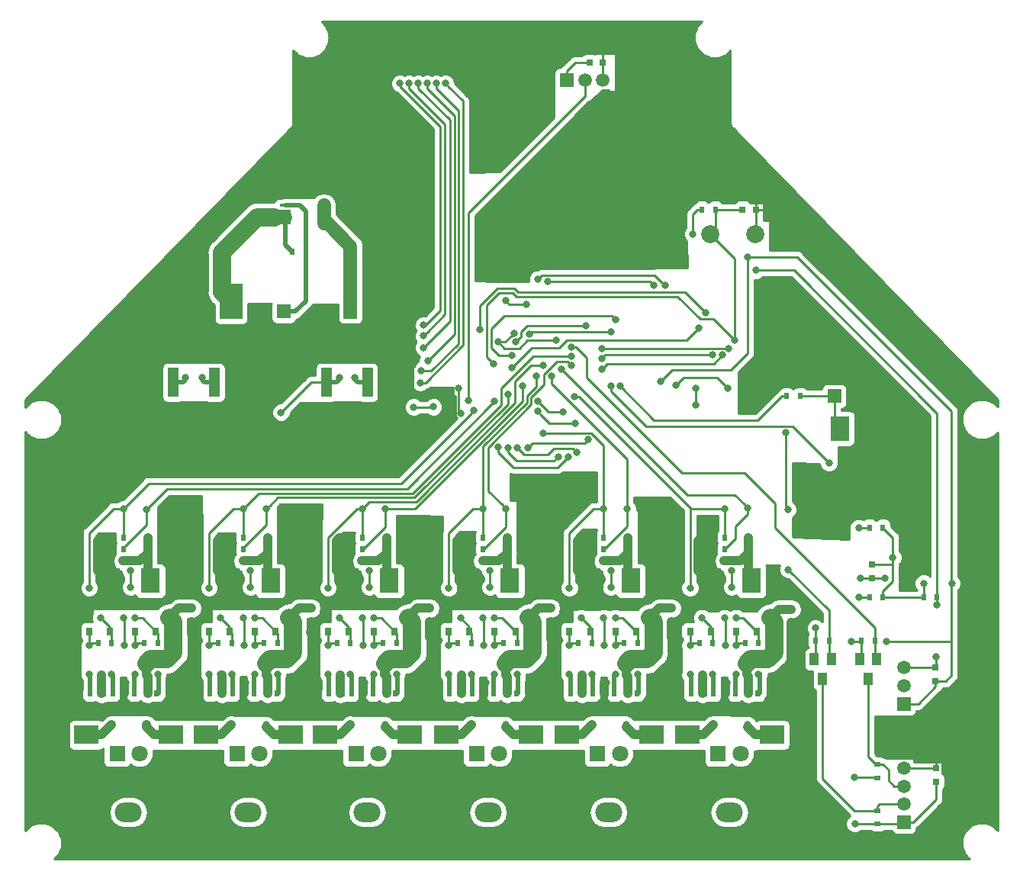
<source format=gbl>
G04 #@! TF.GenerationSoftware,KiCad,Pcbnew,(5.0.0)*
G04 #@! TF.CreationDate,2018-08-29T13:58:51+09:00*
G04 #@! TF.ProjectId,lancer_mainbord_v1,6C616E6365725F6D61696E626F72645F,rev?*
G04 #@! TF.SameCoordinates,Original*
G04 #@! TF.FileFunction,Copper,L2,Bot,Signal*
G04 #@! TF.FilePolarity,Positive*
%FSLAX46Y46*%
G04 Gerber Fmt 4.6, Leading zero omitted, Abs format (unit mm)*
G04 Created by KiCad (PCBNEW (5.0.0)) date 08/29/18 13:58:51*
%MOMM*%
%LPD*%
G01*
G04 APERTURE LIST*
G04 #@! TA.AperFunction,ComponentPad*
%ADD10R,1.500000X1.500000*%
G04 #@! TD*
G04 #@! TA.AperFunction,ComponentPad*
%ADD11C,1.500000*%
G04 #@! TD*
G04 #@! TA.AperFunction,SMDPad,CuDef*
%ADD12R,1.200000X0.330000*%
G04 #@! TD*
G04 #@! TA.AperFunction,SMDPad,CuDef*
%ADD13R,1.300000X0.330000*%
G04 #@! TD*
G04 #@! TA.AperFunction,ComponentPad*
%ADD14C,1.524000*%
G04 #@! TD*
G04 #@! TA.AperFunction,ComponentPad*
%ADD15R,1.524000X1.524000*%
G04 #@! TD*
G04 #@! TA.AperFunction,ComponentPad*
%ADD16R,2.500000X4.000000*%
G04 #@! TD*
G04 #@! TA.AperFunction,ComponentPad*
%ADD17O,2.500000X4.000000*%
G04 #@! TD*
G04 #@! TA.AperFunction,SMDPad,CuDef*
%ADD18R,0.800000X0.700000*%
G04 #@! TD*
G04 #@! TA.AperFunction,SMDPad,CuDef*
%ADD19R,1.200000X3.200000*%
G04 #@! TD*
G04 #@! TA.AperFunction,SMDPad,CuDef*
%ADD20R,5.500000X7.000000*%
G04 #@! TD*
G04 #@! TA.AperFunction,SMDPad,CuDef*
%ADD21R,0.700000X0.800000*%
G04 #@! TD*
G04 #@! TA.AperFunction,SMDPad,CuDef*
%ADD22R,2.159000X2.734000*%
G04 #@! TD*
G04 #@! TA.AperFunction,SMDPad,CuDef*
%ADD23R,0.800000X0.900000*%
G04 #@! TD*
G04 #@! TA.AperFunction,SMDPad,CuDef*
%ADD24R,2.734000X2.159000*%
G04 #@! TD*
G04 #@! TA.AperFunction,SMDPad,CuDef*
%ADD25R,1.000000X1.400000*%
G04 #@! TD*
G04 #@! TA.AperFunction,SMDPad,CuDef*
%ADD26R,0.500000X0.800000*%
G04 #@! TD*
G04 #@! TA.AperFunction,SMDPad,CuDef*
%ADD27R,0.800000X0.500000*%
G04 #@! TD*
G04 #@! TA.AperFunction,ComponentPad*
%ADD28C,2.000000*%
G04 #@! TD*
G04 #@! TA.AperFunction,ComponentPad*
%ADD29O,3.000000X2.200000*%
G04 #@! TD*
G04 #@! TA.AperFunction,ComponentPad*
%ADD30R,1.800000X1.800000*%
G04 #@! TD*
G04 #@! TA.AperFunction,ComponentPad*
%ADD31C,1.800000*%
G04 #@! TD*
G04 #@! TA.AperFunction,ViaPad*
%ADD32C,1.800000*%
G04 #@! TD*
G04 #@! TA.AperFunction,ViaPad*
%ADD33C,0.800000*%
G04 #@! TD*
G04 #@! TA.AperFunction,Conductor*
%ADD34C,1.000000*%
G04 #@! TD*
G04 #@! TA.AperFunction,Conductor*
%ADD35C,0.500000*%
G04 #@! TD*
G04 #@! TA.AperFunction,Conductor*
%ADD36C,3.000000*%
G04 #@! TD*
G04 #@! TA.AperFunction,Conductor*
%ADD37C,0.250000*%
G04 #@! TD*
G04 #@! TA.AperFunction,Conductor*
%ADD38C,2.000000*%
G04 #@! TD*
G04 #@! TA.AperFunction,Conductor*
%ADD39C,1.500000*%
G04 #@! TD*
G04 #@! TA.AperFunction,Conductor*
%ADD40C,0.254000*%
G04 #@! TD*
G04 APERTURE END LIST*
D10*
G04 #@! TO.P,J4,1*
G04 #@! TO.N,+3V3*
X199800000Y-123050000D03*
D11*
G04 #@! TO.P,J4,2*
G04 #@! TO.N,POTENTIOMETER2*
X199800000Y-121050000D03*
G04 #@! TO.P,J4,3*
G04 #@! TO.N,GND*
X199800000Y-119050000D03*
G04 #@! TD*
D12*
G04 #@! TO.P,FET13,8*
G04 #@! TO.N,+12V*
X135450000Y-69725000D03*
G04 #@! TO.P,FET13,7*
X135450000Y-69025000D03*
G04 #@! TO.P,FET13,6*
X135450000Y-68375000D03*
G04 #@! TO.P,FET13,5*
X135450000Y-67725000D03*
D13*
G04 #@! TO.P,FET13,4*
G04 #@! TO.N,Net-(FET13-Pad4)*
X131150000Y-67725000D03*
G04 #@! TO.P,FET13,3*
G04 #@! TO.N,Net-(FET13-Pad1)*
X131150000Y-68375000D03*
G04 #@! TO.P,FET13,2*
X131150000Y-69025000D03*
G04 #@! TO.P,FET13,1*
X131150000Y-69675000D03*
G04 #@! TD*
D10*
G04 #@! TO.P,P3,1*
G04 #@! TO.N,+12V*
X138400000Y-79550000D03*
D11*
G04 #@! TO.P,P3,2*
G04 #@! TO.N,GND*
X136400000Y-79550000D03*
G04 #@! TD*
D14*
G04 #@! TO.P,P2,2*
G04 #@! TO.N,GND*
X129000000Y-79500000D03*
D15*
G04 #@! TO.P,P2,1*
G04 #@! TO.N,Net-(FET13-Pad4)*
X131000000Y-79500000D03*
G04 #@! TD*
D16*
G04 #@! TO.P,P1,1*
G04 #@! TO.N,Net-(FET13-Pad1)*
X125150000Y-78350000D03*
D17*
G04 #@! TO.P,P1,2*
G04 #@! TO.N,GND*
X121150000Y-78350000D03*
G04 #@! TD*
D18*
G04 #@! TO.P,C15,1*
G04 #@! TO.N,+5V*
X203350000Y-131675000D03*
G04 #@! TO.P,C15,2*
G04 #@! TO.N,GND*
X203350000Y-130175000D03*
G04 #@! TD*
D14*
G04 #@! TO.P,BZ1,2*
G04 #@! TO.N,GND*
X197100000Y-88900000D03*
D15*
G04 #@! TO.P,BZ1,1*
G04 #@! TO.N,Net-(BZ1-Pad1)*
X192100000Y-88900000D03*
G04 #@! TD*
D19*
G04 #@! TO.P,U1,1*
G04 #@! TO.N,+12V*
X118720000Y-87380000D03*
G04 #@! TO.P,U1,3*
G04 #@! TO.N,+5V*
X123280000Y-87380000D03*
D20*
G04 #@! TO.P,U1,2*
G04 #@! TO.N,GND*
X121000000Y-93500000D03*
G04 #@! TD*
D19*
G04 #@! TO.P,U2,1*
G04 #@! TO.N,+5V*
X135720000Y-87380000D03*
G04 #@! TO.P,U2,3*
G04 #@! TO.N,+3V3*
X140280000Y-87380000D03*
D20*
G04 #@! TO.P,U2,2*
G04 #@! TO.N,GND*
X138000000Y-93500000D03*
G04 #@! TD*
D21*
G04 #@! TO.P,C9,1*
G04 #@! TO.N,+12V*
X113175000Y-107200000D03*
G04 #@! TO.P,C9,2*
G04 #@! TO.N,GND*
X111675000Y-107200000D03*
G04 #@! TD*
G04 #@! TO.P,C10,1*
G04 #@! TO.N,+12V*
X126475000Y-107200000D03*
G04 #@! TO.P,C10,2*
G04 #@! TO.N,GND*
X124975000Y-107200000D03*
G04 #@! TD*
G04 #@! TO.P,C11,1*
G04 #@! TO.N,+12V*
X139675000Y-107200000D03*
G04 #@! TO.P,C11,2*
G04 #@! TO.N,GND*
X138175000Y-107200000D03*
G04 #@! TD*
G04 #@! TO.P,C12,1*
G04 #@! TO.N,+12V*
X166475000Y-107200000D03*
G04 #@! TO.P,C12,2*
G04 #@! TO.N,GND*
X164975000Y-107200000D03*
G04 #@! TD*
G04 #@! TO.P,C13,1*
G04 #@! TO.N,+12V*
X179875000Y-107200000D03*
G04 #@! TO.P,C13,2*
G04 #@! TO.N,GND*
X178375000Y-107200000D03*
G04 #@! TD*
G04 #@! TO.P,C14,1*
G04 #@! TO.N,+12V*
X153075000Y-107200000D03*
G04 #@! TO.P,C14,2*
G04 #@! TO.N,GND*
X151575000Y-107200000D03*
G04 #@! TD*
D18*
G04 #@! TO.P,C16,1*
G04 #@! TO.N,+3V3*
X203325000Y-120550000D03*
G04 #@! TO.P,C16,2*
G04 #@! TO.N,GND*
X203325000Y-119050000D03*
G04 #@! TD*
D22*
G04 #@! TO.P,D1,2*
G04 #@! TO.N,GND*
X111780000Y-109400000D03*
G04 #@! TO.P,D1,1*
G04 #@! TO.N,+12V*
X116200000Y-109400000D03*
G04 #@! TD*
G04 #@! TO.P,D2,2*
G04 #@! TO.N,GND*
X125100000Y-109400000D03*
G04 #@! TO.P,D2,1*
G04 #@! TO.N,+12V*
X129520000Y-109400000D03*
G04 #@! TD*
G04 #@! TO.P,D3,2*
G04 #@! TO.N,GND*
X138280000Y-109400000D03*
G04 #@! TO.P,D3,1*
G04 #@! TO.N,+12V*
X142700000Y-109400000D03*
G04 #@! TD*
D23*
G04 #@! TO.P,D4,2*
G04 #@! TO.N,Net-(D4-Pad2)*
X111700000Y-115000000D03*
G04 #@! TO.P,D4,1*
G04 #@! TO.N,Net-(D4-Pad1)*
X109400000Y-115000000D03*
G04 #@! TD*
G04 #@! TO.P,D5,2*
G04 #@! TO.N,Net-(D5-Pad2)*
X116800000Y-115000000D03*
G04 #@! TO.P,D5,1*
G04 #@! TO.N,Net-(D5-Pad1)*
X114500000Y-115000000D03*
G04 #@! TD*
G04 #@! TO.P,D6,2*
G04 #@! TO.N,Net-(D6-Pad2)*
X125000000Y-115000000D03*
G04 #@! TO.P,D6,1*
G04 #@! TO.N,Net-(D6-Pad1)*
X122700000Y-115000000D03*
G04 #@! TD*
G04 #@! TO.P,D7,2*
G04 #@! TO.N,Net-(D7-Pad2)*
X130100000Y-115000000D03*
G04 #@! TO.P,D7,1*
G04 #@! TO.N,Net-(D7-Pad1)*
X127800000Y-115000000D03*
G04 #@! TD*
G04 #@! TO.P,D8,2*
G04 #@! TO.N,Net-(D8-Pad2)*
X138200000Y-115000000D03*
G04 #@! TO.P,D8,1*
G04 #@! TO.N,Net-(D8-Pad1)*
X135900000Y-115000000D03*
G04 #@! TD*
G04 #@! TO.P,D9,2*
G04 #@! TO.N,Net-(D9-Pad2)*
X143300000Y-115000000D03*
G04 #@! TO.P,D9,1*
G04 #@! TO.N,Net-(D9-Pad1)*
X141000000Y-115000000D03*
G04 #@! TD*
D24*
G04 #@! TO.P,D10,2*
G04 #@! TO.N,GND*
X118500000Y-130920000D03*
G04 #@! TO.P,D10,1*
G04 #@! TO.N,Net-(D10-Pad1)*
X118500000Y-126500000D03*
G04 #@! TD*
G04 #@! TO.P,D11,2*
G04 #@! TO.N,GND*
X131800000Y-130920000D03*
G04 #@! TO.P,D11,1*
G04 #@! TO.N,Net-(D11-Pad1)*
X131800000Y-126500000D03*
G04 #@! TD*
G04 #@! TO.P,D12,2*
G04 #@! TO.N,GND*
X145000000Y-130920000D03*
G04 #@! TO.P,D12,1*
G04 #@! TO.N,Net-(D12-Pad1)*
X145000000Y-126500000D03*
G04 #@! TD*
G04 #@! TO.P,D13,2*
G04 #@! TO.N,GND*
X109100000Y-130920000D03*
G04 #@! TO.P,D13,1*
G04 #@! TO.N,Net-(D13-Pad1)*
X109100000Y-126500000D03*
G04 #@! TD*
G04 #@! TO.P,D14,2*
G04 #@! TO.N,GND*
X122400000Y-130920000D03*
G04 #@! TO.P,D14,1*
G04 #@! TO.N,Net-(D14-Pad1)*
X122400000Y-126500000D03*
G04 #@! TD*
G04 #@! TO.P,D15,2*
G04 #@! TO.N,GND*
X135600000Y-130920000D03*
G04 #@! TO.P,D15,1*
G04 #@! TO.N,Net-(D15-Pad1)*
X135600000Y-126500000D03*
G04 #@! TD*
D22*
G04 #@! TO.P,D16,2*
G04 #@! TO.N,GND*
X165080000Y-109400000D03*
G04 #@! TO.P,D16,1*
G04 #@! TO.N,+12V*
X169500000Y-109400000D03*
G04 #@! TD*
G04 #@! TO.P,D17,2*
G04 #@! TO.N,GND*
X178480000Y-109400000D03*
G04 #@! TO.P,D17,1*
G04 #@! TO.N,+12V*
X182900000Y-109400000D03*
G04 #@! TD*
G04 #@! TO.P,D18,2*
G04 #@! TO.N,GND*
X151680000Y-109400000D03*
G04 #@! TO.P,D18,1*
G04 #@! TO.N,+12V*
X156100000Y-109400000D03*
G04 #@! TD*
D23*
G04 #@! TO.P,D19,2*
G04 #@! TO.N,Net-(D19-Pad2)*
X165000000Y-115000000D03*
G04 #@! TO.P,D19,1*
G04 #@! TO.N,Net-(D19-Pad1)*
X162700000Y-115000000D03*
G04 #@! TD*
G04 #@! TO.P,D20,2*
G04 #@! TO.N,Net-(D20-Pad2)*
X170100000Y-115000000D03*
G04 #@! TO.P,D20,1*
G04 #@! TO.N,Net-(D20-Pad1)*
X167800000Y-115000000D03*
G04 #@! TD*
G04 #@! TO.P,D21,2*
G04 #@! TO.N,Net-(D21-Pad2)*
X178400000Y-115000000D03*
G04 #@! TO.P,D21,1*
G04 #@! TO.N,Net-(D21-Pad1)*
X176100000Y-115000000D03*
G04 #@! TD*
G04 #@! TO.P,D22,2*
G04 #@! TO.N,Net-(D22-Pad2)*
X183500000Y-115000000D03*
G04 #@! TO.P,D22,1*
G04 #@! TO.N,Net-(D22-Pad1)*
X181200000Y-115000000D03*
G04 #@! TD*
G04 #@! TO.P,D23,2*
G04 #@! TO.N,Net-(D23-Pad2)*
X151600000Y-115000000D03*
G04 #@! TO.P,D23,1*
G04 #@! TO.N,Net-(D23-Pad1)*
X149300000Y-115000000D03*
G04 #@! TD*
G04 #@! TO.P,D24,2*
G04 #@! TO.N,Net-(D24-Pad2)*
X156700000Y-115000000D03*
G04 #@! TO.P,D24,1*
G04 #@! TO.N,Net-(D24-Pad1)*
X154400000Y-115000000D03*
G04 #@! TD*
D24*
G04 #@! TO.P,D25,2*
G04 #@! TO.N,GND*
X171800000Y-130920000D03*
G04 #@! TO.P,D25,1*
G04 #@! TO.N,Net-(D25-Pad1)*
X171800000Y-126500000D03*
G04 #@! TD*
G04 #@! TO.P,D26,2*
G04 #@! TO.N,GND*
X185200000Y-130920000D03*
G04 #@! TO.P,D26,1*
G04 #@! TO.N,Net-(D26-Pad1)*
X185200000Y-126500000D03*
G04 #@! TD*
G04 #@! TO.P,D27,2*
G04 #@! TO.N,GND*
X158400000Y-130920000D03*
G04 #@! TO.P,D27,1*
G04 #@! TO.N,Net-(D27-Pad1)*
X158400000Y-126500000D03*
G04 #@! TD*
G04 #@! TO.P,D28,2*
G04 #@! TO.N,GND*
X162400000Y-130920000D03*
G04 #@! TO.P,D28,1*
G04 #@! TO.N,Net-(D28-Pad1)*
X162400000Y-126500000D03*
G04 #@! TD*
G04 #@! TO.P,D29,2*
G04 #@! TO.N,GND*
X175800000Y-130920000D03*
G04 #@! TO.P,D29,1*
G04 #@! TO.N,Net-(D29-Pad1)*
X175800000Y-126500000D03*
G04 #@! TD*
G04 #@! TO.P,D30,2*
G04 #@! TO.N,GND*
X149000000Y-130920000D03*
G04 #@! TO.P,D30,1*
G04 #@! TO.N,Net-(D30-Pad1)*
X149000000Y-126500000D03*
G04 #@! TD*
D22*
G04 #@! TO.P,D31,2*
G04 #@! TO.N,GND*
X197120000Y-92500000D03*
G04 #@! TO.P,D31,1*
G04 #@! TO.N,Net-(BZ1-Pad1)*
X192700000Y-92500000D03*
G04 #@! TD*
D25*
G04 #@! TO.P,Q1,1*
G04 #@! TO.N,+3V3*
X189850000Y-118100000D03*
G04 #@! TO.P,Q1,2*
G04 #@! TO.N,ENCORDER_A*
X191750000Y-118100000D03*
G04 #@! TO.P,Q1,3*
G04 #@! TO.N,Net-(J2-Pad2)*
X190800000Y-120300000D03*
G04 #@! TD*
G04 #@! TO.P,Q2,1*
G04 #@! TO.N,+3V3*
X194925000Y-118050000D03*
G04 #@! TO.P,Q2,2*
G04 #@! TO.N,ENCORDER_B*
X196825000Y-118050000D03*
G04 #@! TO.P,Q2,3*
G04 #@! TO.N,Net-(J2-Pad3)*
X195875000Y-120250000D03*
G04 #@! TD*
D26*
G04 #@! TO.P,R3,2*
G04 #@! TO.N,GND*
X111700000Y-105900000D03*
G04 #@! TO.P,R3,1*
G04 #@! TO.N,DIR1*
X113200000Y-105900000D03*
G04 #@! TD*
G04 #@! TO.P,R4,2*
G04 #@! TO.N,GND*
X125000000Y-105900000D03*
G04 #@! TO.P,R4,1*
G04 #@! TO.N,DIR2*
X126500000Y-105900000D03*
G04 #@! TD*
G04 #@! TO.P,R5,2*
G04 #@! TO.N,GND*
X138200000Y-105900000D03*
G04 #@! TO.P,R5,1*
G04 #@! TO.N,DIR3*
X139700000Y-105900000D03*
G04 #@! TD*
G04 #@! TO.P,R6,2*
G04 #@! TO.N,GND*
X111700000Y-104600000D03*
G04 #@! TO.P,R6,1*
G04 #@! TO.N,LF_PWM*
X113200000Y-104600000D03*
G04 #@! TD*
G04 #@! TO.P,R7,2*
G04 #@! TO.N,GND*
X125000000Y-104600000D03*
G04 #@! TO.P,R7,1*
G04 #@! TO.N,LB_PWM*
X126500000Y-104600000D03*
G04 #@! TD*
G04 #@! TO.P,R8,2*
G04 #@! TO.N,GND*
X138200000Y-104600000D03*
G04 #@! TO.P,R8,1*
G04 #@! TO.N,S_PWM*
X139700000Y-104600000D03*
G04 #@! TD*
G04 #@! TO.P,R9,2*
G04 #@! TO.N,Net-(D4-Pad2)*
X111900000Y-116300000D03*
G04 #@! TO.P,R9,1*
G04 #@! TO.N,Net-(D4-Pad1)*
X110400000Y-116300000D03*
G04 #@! TD*
G04 #@! TO.P,R10,2*
G04 #@! TO.N,Net-(D5-Pad2)*
X117000000Y-116300000D03*
G04 #@! TO.P,R10,1*
G04 #@! TO.N,Net-(D5-Pad1)*
X115500000Y-116300000D03*
G04 #@! TD*
G04 #@! TO.P,R11,2*
G04 #@! TO.N,Net-(D6-Pad2)*
X125200000Y-116300000D03*
G04 #@! TO.P,R11,1*
G04 #@! TO.N,Net-(D6-Pad1)*
X123700000Y-116300000D03*
G04 #@! TD*
G04 #@! TO.P,R12,2*
G04 #@! TO.N,Net-(D7-Pad2)*
X130300000Y-116300000D03*
G04 #@! TO.P,R12,1*
G04 #@! TO.N,Net-(D7-Pad1)*
X128800000Y-116300000D03*
G04 #@! TD*
G04 #@! TO.P,R13,2*
G04 #@! TO.N,Net-(D8-Pad2)*
X138400000Y-116300000D03*
G04 #@! TO.P,R13,1*
G04 #@! TO.N,Net-(D8-Pad1)*
X136900000Y-116300000D03*
G04 #@! TD*
G04 #@! TO.P,R14,2*
G04 #@! TO.N,Net-(D9-Pad2)*
X143500000Y-116300000D03*
G04 #@! TO.P,R14,1*
G04 #@! TO.N,Net-(D9-Pad1)*
X142000000Y-116300000D03*
G04 #@! TD*
G04 #@! TO.P,R15,2*
G04 #@! TO.N,Net-(D4-Pad1)*
X109500000Y-121900000D03*
G04 #@! TO.P,R15,1*
G04 #@! TO.N,+12V*
X111000000Y-121900000D03*
G04 #@! TD*
G04 #@! TO.P,R16,2*
G04 #@! TO.N,Net-(FET1-Pad2)*
X112000000Y-121900000D03*
G04 #@! TO.P,R16,1*
G04 #@! TO.N,GND*
X113500000Y-121900000D03*
G04 #@! TD*
G04 #@! TO.P,R17,2*
G04 #@! TO.N,Net-(D5-Pad1)*
X114400000Y-121900000D03*
G04 #@! TO.P,R17,1*
G04 #@! TO.N,+12V*
X115900000Y-121900000D03*
G04 #@! TD*
G04 #@! TO.P,R18,2*
G04 #@! TO.N,Net-(FET2-Pad2)*
X116900000Y-121900000D03*
G04 #@! TO.P,R18,1*
G04 #@! TO.N,GND*
X118400000Y-121900000D03*
G04 #@! TD*
G04 #@! TO.P,R19,2*
G04 #@! TO.N,Net-(D6-Pad1)*
X122800000Y-121900000D03*
G04 #@! TO.P,R19,1*
G04 #@! TO.N,+12V*
X124300000Y-121900000D03*
G04 #@! TD*
G04 #@! TO.P,R20,2*
G04 #@! TO.N,Net-(FET3-Pad2)*
X125300000Y-121900000D03*
G04 #@! TO.P,R20,1*
G04 #@! TO.N,GND*
X126800000Y-121900000D03*
G04 #@! TD*
G04 #@! TO.P,R21,2*
G04 #@! TO.N,Net-(D7-Pad1)*
X127700000Y-121900000D03*
G04 #@! TO.P,R21,1*
G04 #@! TO.N,+12V*
X129200000Y-121900000D03*
G04 #@! TD*
G04 #@! TO.P,R22,2*
G04 #@! TO.N,Net-(FET4-Pad2)*
X130200000Y-121900000D03*
G04 #@! TO.P,R22,1*
G04 #@! TO.N,GND*
X131700000Y-121900000D03*
G04 #@! TD*
G04 #@! TO.P,R23,2*
G04 #@! TO.N,Net-(D8-Pad1)*
X136000000Y-121900000D03*
G04 #@! TO.P,R23,1*
G04 #@! TO.N,+12V*
X137500000Y-121900000D03*
G04 #@! TD*
G04 #@! TO.P,R24,2*
G04 #@! TO.N,Net-(FET5-Pad2)*
X138500000Y-121900000D03*
G04 #@! TO.P,R24,1*
G04 #@! TO.N,GND*
X140000000Y-121900000D03*
G04 #@! TD*
G04 #@! TO.P,R25,2*
G04 #@! TO.N,Net-(D9-Pad1)*
X140900000Y-121900000D03*
G04 #@! TO.P,R25,1*
G04 #@! TO.N,+12V*
X142400000Y-121900000D03*
G04 #@! TD*
G04 #@! TO.P,R26,2*
G04 #@! TO.N,Net-(FET6-Pad2)*
X143400000Y-121900000D03*
G04 #@! TO.P,R26,1*
G04 #@! TO.N,GND*
X144900000Y-121900000D03*
G04 #@! TD*
G04 #@! TO.P,R27,2*
G04 #@! TO.N,GND*
X165000000Y-105900000D03*
G04 #@! TO.P,R27,1*
G04 #@! TO.N,DIR4*
X166500000Y-105900000D03*
G04 #@! TD*
G04 #@! TO.P,R28,2*
G04 #@! TO.N,GND*
X178400000Y-105900000D03*
G04 #@! TO.P,R28,1*
G04 #@! TO.N,DIR5*
X179900000Y-105900000D03*
G04 #@! TD*
G04 #@! TO.P,R29,2*
G04 #@! TO.N,GND*
X151600000Y-105900000D03*
G04 #@! TO.P,R29,1*
G04 #@! TO.N,DIR6*
X153100000Y-105900000D03*
G04 #@! TD*
G04 #@! TO.P,R30,2*
G04 #@! TO.N,GND*
X165000000Y-104600000D03*
G04 #@! TO.P,R30,1*
G04 #@! TO.N,RF_PWM*
X166500000Y-104600000D03*
G04 #@! TD*
G04 #@! TO.P,R31,2*
G04 #@! TO.N,GND*
X178400000Y-104600000D03*
G04 #@! TO.P,R31,1*
G04 #@! TO.N,RB_PWM*
X179900000Y-104600000D03*
G04 #@! TD*
G04 #@! TO.P,R32,2*
G04 #@! TO.N,GND*
X151600000Y-104600000D03*
G04 #@! TO.P,R32,1*
G04 #@! TO.N,LANCE_PWM*
X153100000Y-104600000D03*
G04 #@! TD*
G04 #@! TO.P,R33,2*
G04 #@! TO.N,Net-(D19-Pad2)*
X165200000Y-116300000D03*
G04 #@! TO.P,R33,1*
G04 #@! TO.N,Net-(D19-Pad1)*
X163700000Y-116300000D03*
G04 #@! TD*
G04 #@! TO.P,R34,2*
G04 #@! TO.N,Net-(D20-Pad2)*
X170300000Y-116300000D03*
G04 #@! TO.P,R34,1*
G04 #@! TO.N,Net-(D20-Pad1)*
X168800000Y-116300000D03*
G04 #@! TD*
G04 #@! TO.P,R35,2*
G04 #@! TO.N,Net-(D21-Pad2)*
X178600000Y-116300000D03*
G04 #@! TO.P,R35,1*
G04 #@! TO.N,Net-(D21-Pad1)*
X177100000Y-116300000D03*
G04 #@! TD*
G04 #@! TO.P,R36,2*
G04 #@! TO.N,Net-(D22-Pad2)*
X183700000Y-116300000D03*
G04 #@! TO.P,R36,1*
G04 #@! TO.N,Net-(D22-Pad1)*
X182200000Y-116300000D03*
G04 #@! TD*
G04 #@! TO.P,R37,2*
G04 #@! TO.N,Net-(D23-Pad2)*
X151800000Y-116300000D03*
G04 #@! TO.P,R37,1*
G04 #@! TO.N,Net-(D23-Pad1)*
X150300000Y-116300000D03*
G04 #@! TD*
G04 #@! TO.P,R38,2*
G04 #@! TO.N,Net-(D24-Pad2)*
X156900000Y-116300000D03*
G04 #@! TO.P,R38,1*
G04 #@! TO.N,Net-(D24-Pad1)*
X155400000Y-116300000D03*
G04 #@! TD*
G04 #@! TO.P,R39,2*
G04 #@! TO.N,Net-(D19-Pad1)*
X162800000Y-121900000D03*
G04 #@! TO.P,R39,1*
G04 #@! TO.N,+12V*
X164300000Y-121900000D03*
G04 #@! TD*
G04 #@! TO.P,R40,2*
G04 #@! TO.N,Net-(FET7-Pad2)*
X165300000Y-121900000D03*
G04 #@! TO.P,R40,1*
G04 #@! TO.N,GND*
X166800000Y-121900000D03*
G04 #@! TD*
G04 #@! TO.P,R41,2*
G04 #@! TO.N,Net-(D20-Pad1)*
X167700000Y-121900000D03*
G04 #@! TO.P,R41,1*
G04 #@! TO.N,+12V*
X169200000Y-121900000D03*
G04 #@! TD*
G04 #@! TO.P,R42,2*
G04 #@! TO.N,Net-(FET8-Pad2)*
X170200000Y-121900000D03*
G04 #@! TO.P,R42,1*
G04 #@! TO.N,GND*
X171700000Y-121900000D03*
G04 #@! TD*
G04 #@! TO.P,R43,2*
G04 #@! TO.N,Net-(D21-Pad1)*
X176200000Y-121900000D03*
G04 #@! TO.P,R43,1*
G04 #@! TO.N,+12V*
X177700000Y-121900000D03*
G04 #@! TD*
G04 #@! TO.P,R44,2*
G04 #@! TO.N,Net-(FET9-Pad2)*
X178700000Y-121900000D03*
G04 #@! TO.P,R44,1*
G04 #@! TO.N,GND*
X180200000Y-121900000D03*
G04 #@! TD*
G04 #@! TO.P,R45,2*
G04 #@! TO.N,Net-(D22-Pad1)*
X181100000Y-121900000D03*
G04 #@! TO.P,R45,1*
G04 #@! TO.N,+12V*
X182600000Y-121900000D03*
G04 #@! TD*
G04 #@! TO.P,R46,2*
G04 #@! TO.N,Net-(FET10-Pad2)*
X183600000Y-121900000D03*
G04 #@! TO.P,R46,1*
G04 #@! TO.N,GND*
X185100000Y-121900000D03*
G04 #@! TD*
G04 #@! TO.P,R47,2*
G04 #@! TO.N,Net-(D23-Pad1)*
X149400000Y-121900000D03*
G04 #@! TO.P,R47,1*
G04 #@! TO.N,+12V*
X150900000Y-121900000D03*
G04 #@! TD*
G04 #@! TO.P,R48,2*
G04 #@! TO.N,Net-(FET11-Pad2)*
X151900000Y-121900000D03*
G04 #@! TO.P,R48,1*
G04 #@! TO.N,GND*
X153400000Y-121900000D03*
G04 #@! TD*
G04 #@! TO.P,R49,2*
G04 #@! TO.N,Net-(D24-Pad1)*
X154300000Y-121900000D03*
G04 #@! TO.P,R49,1*
G04 #@! TO.N,+12V*
X155800000Y-121900000D03*
G04 #@! TD*
G04 #@! TO.P,R50,2*
G04 #@! TO.N,Net-(FET12-Pad2)*
X156800000Y-121900000D03*
G04 #@! TO.P,R50,1*
G04 #@! TO.N,GND*
X158300000Y-121900000D03*
G04 #@! TD*
G04 #@! TO.P,R51,2*
G04 #@! TO.N,Net-(J1-Pad8)*
X196000000Y-111200000D03*
G04 #@! TO.P,R51,1*
G04 #@! TO.N,+3V3*
X197500000Y-111200000D03*
G04 #@! TD*
G04 #@! TO.P,R52,2*
G04 #@! TO.N,Net-(J1-Pad1)*
X196000000Y-103500000D03*
G04 #@! TO.P,R52,1*
G04 #@! TO.N,+3V3*
X197500000Y-103500000D03*
G04 #@! TD*
G04 #@! TO.P,R53,2*
G04 #@! TO.N,CARD_DETECTION*
X203500000Y-111200000D03*
G04 #@! TO.P,R53,1*
G04 #@! TO.N,+3V3*
X202000000Y-111200000D03*
G04 #@! TD*
G04 #@! TO.P,R60,2*
G04 #@! TO.N,ENCORDER_A*
X191500000Y-116050000D03*
G04 #@! TO.P,R60,1*
G04 #@! TO.N,+3V3*
X190000000Y-116050000D03*
G04 #@! TD*
G04 #@! TO.P,R61,2*
G04 #@! TO.N,ENCORDER_B*
X196575000Y-116075000D03*
G04 #@! TO.P,R61,1*
G04 #@! TO.N,+3V3*
X195075000Y-116075000D03*
G04 #@! TD*
D27*
G04 #@! TO.P,R62,2*
G04 #@! TO.N,Net-(J2-Pad3)*
X196850000Y-129750000D03*
G04 #@! TO.P,R62,1*
G04 #@! TO.N,+5V*
X196850000Y-131250000D03*
G04 #@! TD*
G04 #@! TO.P,R63,2*
G04 #@! TO.N,Net-(J2-Pad2)*
X196900000Y-134900000D03*
G04 #@! TO.P,R63,1*
G04 #@! TO.N,+5V*
X196900000Y-136400000D03*
G04 #@! TD*
D26*
G04 #@! TO.P,R64,2*
G04 #@! TO.N,Net-(BZ1-Pad1)*
X188300000Y-88900000D03*
G04 #@! TO.P,R64,1*
G04 #@! TO.N,BZ*
X186800000Y-88900000D03*
G04 #@! TD*
D28*
G04 #@! TO.P,SW1,1*
G04 #@! TO.N,GND*
X183300000Y-70950000D03*
G04 #@! TO.P,SW1,2*
G04 #@! TO.N,NRST*
X178300000Y-70950000D03*
G04 #@! TD*
D29*
G04 #@! TO.P,P4,*
G04 #@! TO.N,*
X113750000Y-135100000D03*
D30*
G04 #@! TO.P,P4,1*
G04 #@! TO.N,Net-(D13-Pad1)*
X112500000Y-128600000D03*
D31*
G04 #@! TO.P,P4,2*
G04 #@! TO.N,Net-(D10-Pad1)*
X115000000Y-128600000D03*
G04 #@! TD*
D29*
G04 #@! TO.P,P5,*
G04 #@! TO.N,*
X127050000Y-135100000D03*
D30*
G04 #@! TO.P,P5,1*
G04 #@! TO.N,Net-(D14-Pad1)*
X125800000Y-128600000D03*
D31*
G04 #@! TO.P,P5,2*
G04 #@! TO.N,Net-(D11-Pad1)*
X128300000Y-128600000D03*
G04 #@! TD*
D29*
G04 #@! TO.P,P6,*
G04 #@! TO.N,*
X140250000Y-135100000D03*
D30*
G04 #@! TO.P,P6,1*
G04 #@! TO.N,Net-(D15-Pad1)*
X139000000Y-128600000D03*
D31*
G04 #@! TO.P,P6,2*
G04 #@! TO.N,Net-(D12-Pad1)*
X141500000Y-128600000D03*
G04 #@! TD*
D29*
G04 #@! TO.P,P7,*
G04 #@! TO.N,*
X167050000Y-135100000D03*
D30*
G04 #@! TO.P,P7,1*
G04 #@! TO.N,Net-(D28-Pad1)*
X165800000Y-128600000D03*
D31*
G04 #@! TO.P,P7,2*
G04 #@! TO.N,Net-(D25-Pad1)*
X168300000Y-128600000D03*
G04 #@! TD*
D29*
G04 #@! TO.P,P8,*
G04 #@! TO.N,*
X180450000Y-135100000D03*
D30*
G04 #@! TO.P,P8,1*
G04 #@! TO.N,Net-(D29-Pad1)*
X179200000Y-128600000D03*
D31*
G04 #@! TO.P,P8,2*
G04 #@! TO.N,Net-(D26-Pad1)*
X181700000Y-128600000D03*
G04 #@! TD*
D29*
G04 #@! TO.P,P9,*
G04 #@! TO.N,*
X153650000Y-135100000D03*
D30*
G04 #@! TO.P,P9,1*
G04 #@! TO.N,Net-(D30-Pad1)*
X152400000Y-128600000D03*
D31*
G04 #@! TO.P,P9,2*
G04 #@! TO.N,Net-(D27-Pad1)*
X154900000Y-128600000D03*
G04 #@! TD*
D10*
G04 #@! TO.P,J2,1*
G04 #@! TO.N,+5V*
X199825000Y-136200000D03*
D11*
G04 #@! TO.P,J2,2*
G04 #@! TO.N,Net-(J2-Pad2)*
X199825000Y-134200000D03*
G04 #@! TO.P,J2,3*
G04 #@! TO.N,Net-(J2-Pad3)*
X199825000Y-132200000D03*
G04 #@! TO.P,J2,4*
G04 #@! TO.N,GND*
X199825000Y-130200000D03*
G04 #@! TD*
D10*
G04 #@! TO.P,J3,1*
G04 #@! TO.N,+3V3*
X162400000Y-53800000D03*
D11*
G04 #@! TO.P,J3,2*
G04 #@! TO.N,POTENTIOMETER1*
X164400000Y-53800000D03*
G04 #@! TO.P,J3,3*
G04 #@! TO.N,GND*
X166400000Y-53800000D03*
G04 #@! TD*
D18*
G04 #@! TO.P,C18,1*
G04 #@! TO.N,+12V*
X120775000Y-112450000D03*
G04 #@! TO.P,C18,2*
G04 #@! TO.N,GND*
X120775000Y-113950000D03*
G04 #@! TD*
G04 #@! TO.P,C19,1*
G04 #@! TO.N,+12V*
X134025000Y-112450000D03*
G04 #@! TO.P,C19,2*
G04 #@! TO.N,GND*
X134025000Y-113950000D03*
G04 #@! TD*
G04 #@! TO.P,C20,1*
G04 #@! TO.N,+12V*
X147200000Y-112450000D03*
G04 #@! TO.P,C20,2*
G04 #@! TO.N,GND*
X147200000Y-113950000D03*
G04 #@! TD*
G04 #@! TO.P,C21,1*
G04 #@! TO.N,+12V*
X174000000Y-112450000D03*
G04 #@! TO.P,C21,2*
G04 #@! TO.N,GND*
X174000000Y-113950000D03*
G04 #@! TD*
G04 #@! TO.P,C22,1*
G04 #@! TO.N,+12V*
X187300000Y-112550000D03*
G04 #@! TO.P,C22,2*
G04 #@! TO.N,GND*
X187300000Y-114050000D03*
G04 #@! TD*
G04 #@! TO.P,C23,1*
G04 #@! TO.N,+12V*
X160600000Y-112450000D03*
G04 #@! TO.P,C23,2*
G04 #@! TO.N,GND*
X160600000Y-113950000D03*
G04 #@! TD*
D21*
G04 #@! TO.P,C24,1*
G04 #@! TO.N,+3V3*
X164925000Y-51900000D03*
G04 #@! TO.P,C24,2*
G04 #@! TO.N,GND*
X166425000Y-51900000D03*
G04 #@! TD*
D18*
G04 #@! TO.P,C25,1*
G04 #@! TO.N,+3V3*
X196300000Y-107625000D03*
G04 #@! TO.P,C25,2*
G04 #@! TO.N,GND*
X196300000Y-109125000D03*
G04 #@! TD*
D26*
G04 #@! TO.P,R65,2*
G04 #@! TO.N,Net-(FET13-Pad4)*
X133425000Y-72875000D03*
G04 #@! TO.P,R65,1*
G04 #@! TO.N,Net-(FET13-Pad1)*
X131925000Y-72875000D03*
G04 #@! TD*
G04 #@! TO.P,R66,2*
G04 #@! TO.N,NRST*
X178900000Y-68200000D03*
G04 #@! TO.P,R66,1*
G04 #@! TO.N,+3V3*
X177400000Y-68200000D03*
G04 #@! TD*
D21*
G04 #@! TO.P,C28,1*
G04 #@! TO.N,NRST*
X181925000Y-68200000D03*
G04 #@! TO.P,C28,2*
G04 #@! TO.N,GND*
X183425000Y-68200000D03*
G04 #@! TD*
D32*
G04 #@! TO.N,GND*
X160390000Y-139000000D03*
X146990000Y-139000000D03*
X133790000Y-139000000D03*
D33*
X126800000Y-120700000D03*
X131700000Y-120700000D03*
X124000000Y-104600000D03*
X140000000Y-120700000D03*
X144900000Y-120700000D03*
X137200000Y-104600000D03*
X164000000Y-104600000D03*
X166800000Y-120700000D03*
X171700000Y-120700000D03*
X177400000Y-104600000D03*
X180200000Y-120700000D03*
X185100000Y-120700000D03*
X150600000Y-104600000D03*
X153400000Y-120700000D03*
X158300000Y-120700000D03*
X110700000Y-104600000D03*
X118400000Y-120700000D03*
X113500000Y-120700000D03*
D32*
X120500000Y-139000000D03*
X185200000Y-138700000D03*
D33*
X148900000Y-51800000D03*
X197100000Y-96900000D03*
X147650000Y-88625000D03*
X195000000Y-109100000D03*
X197700000Y-109100000D03*
X154800000Y-82900000D03*
X150400000Y-88000000D03*
X150600000Y-90800000D03*
X162005849Y-90658510D03*
X120800000Y-115300000D03*
X120800000Y-108000000D03*
X120900000Y-101300000D03*
X134200000Y-101300000D03*
X134000000Y-107800000D03*
X134000000Y-115100000D03*
X147100000Y-102600000D03*
X147200000Y-107600000D03*
X147200000Y-115625000D03*
X160625000Y-115900000D03*
X160600000Y-107600000D03*
X160800000Y-101000000D03*
X174100000Y-101100000D03*
X174000000Y-108900000D03*
X174000000Y-115700000D03*
D32*
X173790000Y-139000000D03*
D33*
X161200000Y-82699998D03*
X159179044Y-89500044D03*
X156598082Y-81889769D03*
D32*
X104800000Y-98800000D03*
X104800000Y-130900000D03*
X104800000Y-116800000D03*
D33*
X139900000Y-50900000D03*
D32*
X188100000Y-83300000D03*
X176800000Y-57700000D03*
X201100000Y-105800000D03*
D33*
X127300000Y-90700000D03*
X133400000Y-84500000D03*
X145274999Y-85475001D03*
X113500000Y-91050000D03*
X145000000Y-93900000D03*
X185900000Y-69700000D03*
X203350000Y-117850000D03*
X203375000Y-128700000D03*
D32*
X207650000Y-124425000D03*
D33*
G04 #@! TO.N,+12V*
X124000000Y-119800000D03*
X129200000Y-104600000D03*
X129000000Y-119800000D03*
D32*
X131600000Y-113500000D03*
D33*
X137200000Y-119800000D03*
X142400000Y-104600000D03*
X142200000Y-119800000D03*
D32*
X144800000Y-113500000D03*
X171600000Y-113500000D03*
D33*
X169000000Y-119800000D03*
X164000000Y-119800000D03*
X169200000Y-104600000D03*
X182400000Y-119800000D03*
X177400000Y-119800000D03*
X182600000Y-104600000D03*
D32*
X158200000Y-113500000D03*
D33*
X155600000Y-119800000D03*
X150600000Y-119800000D03*
X155800000Y-104600000D03*
X115900000Y-104600000D03*
X110700000Y-119800000D03*
X115700000Y-119800000D03*
D32*
X118300000Y-113500000D03*
D33*
X120100000Y-86800000D03*
D32*
X185000000Y-113500000D03*
D33*
G04 #@! TO.N,+5V*
X130700000Y-90700000D03*
X137149990Y-86808598D03*
X121900000Y-86800000D03*
X194350000Y-131175000D03*
X194375000Y-136375000D03*
G04 #@! TO.N,+3V3*
X182500004Y-73500000D03*
X172800000Y-87300000D03*
X145424979Y-90109477D03*
X147599992Y-90100000D03*
X198600000Y-106800000D03*
X163300000Y-91900000D03*
X164500000Y-81074990D03*
X156769439Y-82874990D03*
X138850010Y-86808598D03*
X176400000Y-70900000D03*
X159153934Y-90550161D03*
X202000000Y-109675000D03*
X205125000Y-109675000D03*
X197900000Y-116100000D03*
X194000000Y-116100000D03*
X190000000Y-114650000D03*
G04 #@! TO.N,SDA*
X159200000Y-75900002D03*
X173300000Y-76625032D03*
G04 #@! TO.N,SCL*
X160300000Y-76200000D03*
X172100000Y-76625032D03*
G04 #@! TO.N,Net-(CPU1-Pad60)*
X157923596Y-78717360D03*
X155600000Y-78299994D03*
G04 #@! TO.N,BZ*
X168300013Y-87800000D03*
X167800000Y-80400000D03*
X156325010Y-84355888D03*
G04 #@! TO.N,CS*
X167300000Y-81800000D03*
X167300000Y-87800000D03*
X191500000Y-96300000D03*
X158220063Y-81974988D03*
G04 #@! TO.N,LANCE_PWM*
X149300000Y-110200000D03*
X153100000Y-101400000D03*
X159000000Y-86700000D03*
G04 #@! TO.N,S_PWM*
X135900000Y-110200000D03*
X139700000Y-101400000D03*
X159800000Y-85500000D03*
G04 #@! TO.N,TCK*
X174500000Y-87700000D03*
X180300000Y-88000000D03*
G04 #@! TO.N,TMS*
X180400000Y-83600000D03*
X166299998Y-83600000D03*
G04 #@! TO.N,ENCORDER_B*
X162900000Y-83475010D03*
G04 #@! TO.N,LB_PWM*
X122700000Y-110200000D03*
X126500000Y-101400000D03*
X162911350Y-84474958D03*
G04 #@! TO.N,RX*
X178600000Y-84325010D03*
X166300000Y-84700000D03*
G04 #@! TO.N,TX*
X179700000Y-84325010D03*
X166300002Y-85900000D03*
G04 #@! TO.N,DIR6*
X162899082Y-85474895D03*
X155675004Y-101400000D03*
G04 #@! TO.N,DIR5*
X161800000Y-85900000D03*
X182500000Y-101325000D03*
G04 #@! TO.N,DIR4*
X160700000Y-86700000D03*
X169125000Y-101425000D03*
G04 #@! TO.N,DIR3*
X157464427Y-87764427D03*
X142250000Y-101400000D03*
G04 #@! TO.N,DIR2*
X155900002Y-88724957D03*
X129050000Y-101425000D03*
G04 #@! TO.N,DIR1*
X154400000Y-89475010D03*
X115775000Y-101450000D03*
G04 #@! TO.N,RB_PWM*
X176100000Y-110200000D03*
X179900000Y-101400000D03*
X163235649Y-88950055D03*
G04 #@! TO.N,ENCORDER_A*
X186700002Y-92974990D03*
X186974999Y-101500064D03*
X187000002Y-108150000D03*
G04 #@! TO.N,TACT_SW3*
X176700000Y-89925021D03*
X176700004Y-88000000D03*
G04 #@! TO.N,LF_PWM*
X113200000Y-101400000D03*
X109400000Y-110200000D03*
X152100000Y-90500000D03*
G04 #@! TO.N,RF_PWM*
X162700000Y-110200000D03*
X166500000Y-101400000D03*
X159800000Y-93000000D03*
G04 #@! TO.N,ANALOG_SEN6*
X146149989Y-87400000D03*
X148914253Y-54188934D03*
G04 #@! TO.N,ANALOG_SEN5*
X146200006Y-86100000D03*
X147914140Y-54187322D03*
G04 #@! TO.N,MOSI*
X164800000Y-93724977D03*
X158100000Y-94600000D03*
G04 #@! TO.N,MISO*
X156900000Y-94600000D03*
X163489607Y-95150003D03*
G04 #@! TO.N,SCK*
X155900000Y-94600000D03*
X161497483Y-95625010D03*
G04 #@! TO.N,POTENTIOMETER2*
X154825000Y-94575000D03*
X162550000Y-95650000D03*
G04 #@! TO.N,POTENTIOMETER1*
X151450160Y-89350160D03*
G04 #@! TO.N,TACT_SW2*
X177074990Y-81300000D03*
X156325010Y-85723739D03*
G04 #@! TO.N,ANALOG_SEN4*
X146974838Y-85000160D03*
X146914210Y-54200108D03*
G04 #@! TO.N,ANALOG_SEN3*
X146499999Y-83500001D03*
X145914264Y-54188700D03*
G04 #@! TO.N,ANALOG_SEN2*
X144914253Y-54188934D03*
X146500000Y-82225000D03*
G04 #@! TO.N,ANALOG_SEN1*
X143900000Y-54200000D03*
X146500000Y-81025000D03*
G04 #@! TO.N,NRST*
X181000000Y-82700000D03*
X154274990Y-85295896D03*
G04 #@! TO.N,TACT_SW1*
X152774970Y-81499988D03*
X177792551Y-79624990D03*
G04 #@! TO.N,CARD_DETECTION*
X203500000Y-112100000D03*
X183437340Y-74937340D03*
G04 #@! TO.N,Net-(D4-Pad2)*
X110700000Y-113500000D03*
G04 #@! TO.N,Net-(D4-Pad1)*
X109400000Y-116600000D03*
X109400000Y-119800000D03*
G04 #@! TO.N,Net-(D5-Pad1)*
X114500000Y-116600000D03*
X114500000Y-119800000D03*
G04 #@! TO.N,Net-(D5-Pad2)*
X114000000Y-110100000D03*
X114000000Y-108300000D03*
X114500000Y-113500000D03*
G04 #@! TO.N,Net-(D6-Pad1)*
X122700000Y-119800000D03*
X122700000Y-116600000D03*
G04 #@! TO.N,Net-(D6-Pad2)*
X124000000Y-113500000D03*
G04 #@! TO.N,Net-(D7-Pad2)*
X127800000Y-113500000D03*
X127300000Y-108300000D03*
X127300000Y-110100000D03*
G04 #@! TO.N,Net-(D7-Pad1)*
X127800000Y-119800000D03*
X127800000Y-116600000D03*
G04 #@! TO.N,Net-(D8-Pad2)*
X137200000Y-113500000D03*
G04 #@! TO.N,Net-(D8-Pad1)*
X135900000Y-119800000D03*
X135900000Y-116600000D03*
G04 #@! TO.N,Net-(D9-Pad1)*
X141000000Y-119800000D03*
X141000000Y-116600000D03*
G04 #@! TO.N,Net-(D9-Pad2)*
X141000000Y-113500000D03*
X140500000Y-108300000D03*
X140500000Y-110100000D03*
G04 #@! TO.N,Net-(D10-Pad1)*
X115760000Y-125400000D03*
G04 #@! TO.N,Net-(D11-Pad1)*
X129050000Y-125400000D03*
G04 #@! TO.N,Net-(D12-Pad1)*
X142250000Y-125400000D03*
G04 #@! TO.N,Net-(D13-Pad1)*
X111900000Y-125400000D03*
G04 #@! TO.N,Net-(D14-Pad1)*
X125190000Y-125400000D03*
G04 #@! TO.N,Net-(D15-Pad1)*
X138390000Y-125400000D03*
G04 #@! TO.N,Net-(D19-Pad1)*
X162700000Y-116600000D03*
X162700000Y-119800000D03*
G04 #@! TO.N,Net-(D19-Pad2)*
X164000000Y-113500000D03*
G04 #@! TO.N,Net-(D20-Pad2)*
X167300000Y-110100000D03*
X167800000Y-113500000D03*
X167300000Y-108300000D03*
G04 #@! TO.N,Net-(D20-Pad1)*
X167800000Y-119800000D03*
X167800000Y-116600000D03*
G04 #@! TO.N,Net-(D21-Pad2)*
X177400000Y-113500000D03*
G04 #@! TO.N,Net-(D21-Pad1)*
X176100000Y-116600000D03*
X176100000Y-119800000D03*
G04 #@! TO.N,Net-(D22-Pad1)*
X181200000Y-119800000D03*
X181200000Y-116600000D03*
G04 #@! TO.N,Net-(D22-Pad2)*
X180700000Y-110100000D03*
X180700000Y-108300000D03*
X181200000Y-113500000D03*
G04 #@! TO.N,Net-(D23-Pad2)*
X150600000Y-113500000D03*
G04 #@! TO.N,Net-(D23-Pad1)*
X149300000Y-116600000D03*
X149300000Y-119800000D03*
G04 #@! TO.N,Net-(D24-Pad1)*
X154400000Y-119800000D03*
X154400000Y-116600000D03*
G04 #@! TO.N,Net-(D24-Pad2)*
X153900000Y-110100000D03*
X154400000Y-113500000D03*
X153900000Y-108300000D03*
G04 #@! TO.N,Net-(D25-Pad1)*
X169050000Y-125400000D03*
X169050000Y-125400000D03*
G04 #@! TO.N,Net-(D26-Pad1)*
X182500000Y-125400000D03*
G04 #@! TO.N,Net-(D27-Pad1)*
X155650000Y-125400000D03*
G04 #@! TO.N,Net-(D28-Pad1)*
X165190000Y-125400000D03*
X165190000Y-125400000D03*
G04 #@! TO.N,Net-(D29-Pad1)*
X178640000Y-125400000D03*
G04 #@! TO.N,Net-(D30-Pad1)*
X151790000Y-125400000D03*
G04 #@! TO.N,Net-(FET1-Pad2)*
X111900000Y-119800000D03*
X113300000Y-116600000D03*
X113200000Y-113500000D03*
G04 #@! TO.N,Net-(FET2-Pad2)*
X117000000Y-119800000D03*
G04 #@! TO.N,Net-(FET3-Pad2)*
X125200000Y-119800000D03*
X126600000Y-116600000D03*
X126500000Y-113500000D03*
G04 #@! TO.N,Net-(FET4-Pad2)*
X130300000Y-119800000D03*
G04 #@! TO.N,Net-(FET5-Pad2)*
X138400000Y-119800000D03*
X139800000Y-116600000D03*
X139700000Y-113500000D03*
G04 #@! TO.N,Net-(FET6-Pad2)*
X143500000Y-119800000D03*
G04 #@! TO.N,Net-(FET7-Pad2)*
X166500000Y-113500000D03*
X166600000Y-116600000D03*
X165200000Y-119800000D03*
G04 #@! TO.N,Net-(FET8-Pad2)*
X170300000Y-119800000D03*
G04 #@! TO.N,Net-(FET9-Pad2)*
X180000000Y-116600000D03*
X178600000Y-119800000D03*
X179900000Y-113500000D03*
G04 #@! TO.N,Net-(FET10-Pad2)*
X183700000Y-119800000D03*
G04 #@! TO.N,Net-(FET11-Pad2)*
X153100000Y-113500000D03*
X153200000Y-116600000D03*
X151800000Y-119800000D03*
G04 #@! TO.N,Net-(FET12-Pad2)*
X156900000Y-119800000D03*
G04 #@! TO.N,Net-(J1-Pad1)*
X194800000Y-103500000D03*
G04 #@! TO.N,Net-(J1-Pad8)*
X194800000Y-111200000D03*
G04 #@! TD*
D34*
G04 #@! TO.N,GND*
X171790000Y-130920000D02*
X173790000Y-130920000D01*
X173790000Y-130920000D02*
X175690000Y-130920000D01*
X171790000Y-130920000D02*
X173790000Y-130920000D01*
X173790000Y-130920000D02*
X175690000Y-130920000D01*
X158390000Y-130920000D02*
X160390000Y-130920000D01*
X160390000Y-130920000D02*
X162290000Y-130920000D01*
X144990000Y-130920000D02*
X146990000Y-130920000D01*
X146990000Y-130920000D02*
X148890000Y-130920000D01*
X131790000Y-130920000D02*
X133790000Y-130920000D01*
X133790000Y-130920000D02*
X135690000Y-130920000D01*
X123600000Y-108300000D02*
X124300000Y-109000000D01*
X126600000Y-121900000D02*
X126600000Y-120700000D01*
D35*
X124300000Y-109000000D02*
X125080000Y-109000000D01*
D34*
X131700000Y-121900000D02*
X131700000Y-120700000D01*
X123600001Y-104999999D02*
X124000000Y-104600000D01*
X125000000Y-104600000D02*
X125000000Y-107175000D01*
X125000000Y-104600000D02*
X124000000Y-104600000D01*
X123600000Y-108300000D02*
X123600001Y-104999999D01*
X136800000Y-108300000D02*
X137500000Y-109000000D01*
X139800000Y-121900000D02*
X139800000Y-120700000D01*
D35*
X137500000Y-109000000D02*
X138280000Y-109000000D01*
D34*
X144900000Y-121900000D02*
X144900000Y-120700000D01*
X136800001Y-104999999D02*
X137200000Y-104600000D01*
X138200000Y-104600000D02*
X138200000Y-107175000D01*
X138200000Y-104600000D02*
X137200000Y-104600000D01*
X136800000Y-108300000D02*
X136800001Y-104999999D01*
X163600001Y-104999999D02*
X164000000Y-104600000D01*
X165000000Y-104600000D02*
X165000000Y-107175000D01*
X171700000Y-121900000D02*
X171700000Y-120700000D01*
X166600000Y-121900000D02*
X166600000Y-120700000D01*
X165000000Y-104600000D02*
X164000000Y-104600000D01*
D35*
X164300000Y-109000000D02*
X165080000Y-109000000D01*
D34*
X163600000Y-108300000D02*
X163600001Y-104999999D01*
X163600000Y-108300000D02*
X164300000Y-109000000D01*
X177000001Y-104999999D02*
X177400000Y-104600000D01*
X178400000Y-104600000D02*
X178400000Y-107175000D01*
X185100000Y-121900000D02*
X185100000Y-120700000D01*
X180000000Y-121900000D02*
X180000000Y-120700000D01*
X178400000Y-104600000D02*
X177400000Y-104600000D01*
D35*
X177700000Y-109000000D02*
X178480000Y-109000000D01*
D34*
X177000000Y-108300000D02*
X177000001Y-104999999D01*
X177000000Y-108300000D02*
X177700000Y-109000000D01*
X150200001Y-104999999D02*
X150600000Y-104600000D01*
X151600000Y-104600000D02*
X151600000Y-107175000D01*
X158300000Y-121900000D02*
X158300000Y-120700000D01*
X153200000Y-121900000D02*
X153200000Y-120700000D01*
X151600000Y-104600000D02*
X150600000Y-104600000D01*
D35*
X150900000Y-109000000D02*
X151680000Y-109000000D01*
D34*
X150200000Y-108300000D02*
X150200001Y-104999999D01*
X150200000Y-108300000D02*
X150900000Y-109000000D01*
D35*
X111000000Y-109000000D02*
X111780000Y-109000000D01*
D34*
X110300000Y-108300000D02*
X111000000Y-109000000D01*
X113300000Y-121900000D02*
X113300000Y-120700000D01*
X118400000Y-121900000D02*
X118400000Y-120700000D01*
X111700000Y-104600000D02*
X110700000Y-104600000D01*
X110300001Y-104999999D02*
X110700000Y-104600000D01*
X110300000Y-108300000D02*
X110300001Y-104999999D01*
X111700000Y-107175000D02*
X111675000Y-107200000D01*
X111700000Y-104600000D02*
X111700000Y-107175000D01*
D36*
X126750000Y-93500000D02*
X121000000Y-93500000D01*
X138000000Y-93500000D02*
X132250000Y-93500000D01*
X132250000Y-93500000D02*
X129400000Y-93500000D01*
D34*
X118500000Y-130920000D02*
X120500000Y-130920000D01*
X120500000Y-130920000D02*
X122400000Y-130920000D01*
D37*
X138000000Y-92750000D02*
X138000000Y-93500000D01*
X148800000Y-50900000D02*
X165200000Y-50900000D01*
X148800000Y-51700000D02*
X148800000Y-50900000D01*
X148900000Y-51800000D02*
X148800000Y-51700000D01*
X197100000Y-92480000D02*
X197120000Y-92500000D01*
X197100000Y-88900000D02*
X197100000Y-92480000D01*
X197120000Y-92500000D02*
X197120000Y-96880000D01*
X197120000Y-96880000D02*
X197100000Y-96900000D01*
X165200000Y-50900000D02*
X165600000Y-50900000D01*
X145274999Y-85475001D02*
X145274999Y-87748001D01*
X166425000Y-50925000D02*
X166400000Y-50900000D01*
X166425000Y-51900000D02*
X166425000Y-50925000D01*
X165600000Y-50900000D02*
X166400000Y-50900000D01*
X166425000Y-53775000D02*
X166400000Y-53800000D01*
X166425000Y-51900000D02*
X166425000Y-53775000D01*
X196300000Y-109125000D02*
X195025000Y-109125000D01*
X195025000Y-109125000D02*
X195000000Y-109100000D01*
X196325000Y-109100000D02*
X196300000Y-109125000D01*
X197700000Y-109100000D02*
X196325000Y-109100000D01*
X150400000Y-88000000D02*
X150400000Y-90600000D01*
X150400000Y-90600000D02*
X150600000Y-90800000D01*
X140500000Y-50900000D02*
X140600000Y-50900000D01*
X140600000Y-50900000D02*
X148800000Y-50900000D01*
D36*
X129400000Y-93500000D02*
X126750000Y-93500000D01*
D34*
X173790000Y-139000000D02*
X173790000Y-139000000D01*
D37*
X160634315Y-82699998D02*
X161200000Y-82699998D01*
X158045914Y-82699998D02*
X160634315Y-82699998D01*
X155506528Y-83606528D02*
X157139384Y-83606528D01*
X154800000Y-82900000D02*
X155506528Y-83606528D01*
X157139384Y-83606528D02*
X158045914Y-82699998D01*
X162005849Y-90658510D02*
X160337510Y-90658510D01*
X160337510Y-90658510D02*
X159579043Y-89900043D01*
X159579043Y-89900043D02*
X159179044Y-89500044D01*
X154800000Y-82900000D02*
X155587851Y-82900000D01*
X155587851Y-82900000D02*
X156198083Y-82289768D01*
X156198083Y-82289768D02*
X156598082Y-81889769D01*
X139900000Y-50900000D02*
X140600000Y-50900000D01*
D36*
X110100000Y-93500000D02*
X104800000Y-98800000D01*
X121000000Y-93500000D02*
X113500000Y-93500000D01*
X113500000Y-93500000D02*
X110100000Y-93500000D01*
D35*
X129400000Y-92800000D02*
X129400000Y-93500000D01*
X133400000Y-84500000D02*
X133400000Y-86100000D01*
X128800000Y-90700000D02*
X127300000Y-90700000D01*
X133400000Y-86100000D02*
X128800000Y-90700000D01*
X128800000Y-92900000D02*
X129400000Y-93500000D01*
X128800000Y-90700000D02*
X128800000Y-92900000D01*
D37*
X145299999Y-88625000D02*
X145274999Y-88600000D01*
X147650000Y-88625000D02*
X145299999Y-88625000D01*
X145274999Y-88600000D02*
X145274999Y-87748001D01*
D36*
X115050000Y-78350000D02*
X121150000Y-78350000D01*
X110100000Y-83300000D02*
X115050000Y-78350000D01*
X110100000Y-93500000D02*
X110100000Y-83300000D01*
D35*
X113500000Y-93500000D02*
X113500000Y-91050000D01*
X138400000Y-93900000D02*
X138000000Y-93500000D01*
X145000000Y-93900000D02*
X144175000Y-93900000D01*
X144175000Y-93900000D02*
X138400000Y-93900000D01*
D38*
X120500000Y-139000000D02*
X120500000Y-130920000D01*
X133790000Y-137727208D02*
X133790000Y-130920000D01*
X133790000Y-139000000D02*
X133790000Y-137727208D01*
X146990000Y-137727208D02*
X146990000Y-130920000D01*
X146990000Y-139000000D02*
X146990000Y-137727208D01*
X160390000Y-137727208D02*
X160390000Y-130920000D01*
X160390000Y-139000000D02*
X160390000Y-137727208D01*
X173790000Y-137727208D02*
X173790000Y-130920000D01*
X173790000Y-139000000D02*
X173790000Y-137727208D01*
X185200000Y-138700000D02*
X185200000Y-130920000D01*
X171800000Y-130920000D02*
X175800000Y-130920000D01*
X158400000Y-130920000D02*
X162400000Y-130920000D01*
X145000000Y-130920000D02*
X149000000Y-130920000D01*
X131800000Y-130920000D02*
X135600000Y-130920000D01*
X118500000Y-130920000D02*
X122400000Y-130920000D01*
D34*
X160600000Y-115875000D02*
X160625000Y-115900000D01*
X160600000Y-113950000D02*
X160600000Y-115875000D01*
X174000000Y-113950000D02*
X174000000Y-115700000D01*
X185665685Y-120700000D02*
X185100000Y-120700000D01*
X186150000Y-120700000D02*
X185665685Y-120700000D01*
X187300000Y-114050000D02*
X187300000Y-119550000D01*
X147200000Y-113950000D02*
X147200000Y-115625000D01*
X134025000Y-115075000D02*
X134000000Y-115100000D01*
X134025000Y-113950000D02*
X134025000Y-115075000D01*
X120775000Y-115275000D02*
X120800000Y-115300000D01*
X120775000Y-113950000D02*
X120775000Y-115275000D01*
D37*
X183425000Y-65925000D02*
X183425000Y-68200000D01*
X166400000Y-50900000D02*
X168400000Y-50900000D01*
X168400000Y-50900000D02*
X183425000Y-65925000D01*
X183425000Y-70825000D02*
X183300000Y-70950000D01*
X183425000Y-68200000D02*
X183425000Y-70825000D01*
X144175000Y-89025000D02*
X144175000Y-93900000D01*
X145274999Y-88600000D02*
X144600000Y-88600000D01*
X144600000Y-88600000D02*
X144175000Y-89025000D01*
X185500001Y-69300001D02*
X185900000Y-69700000D01*
X184400000Y-68200000D02*
X185500001Y-69300001D01*
X183425000Y-68200000D02*
X184400000Y-68200000D01*
D39*
X104820000Y-130920000D02*
X104800000Y-130900000D01*
X109100000Y-130920000D02*
X104820000Y-130920000D01*
D34*
X187300000Y-119550000D02*
X186150000Y-120700000D01*
D37*
X202675000Y-119050000D02*
X199800000Y-119050000D01*
X203325000Y-119050000D02*
X202675000Y-119050000D01*
X199850000Y-130175000D02*
X199825000Y-130200000D01*
X203350000Y-130175000D02*
X199850000Y-130175000D01*
X203350000Y-119025000D02*
X203325000Y-119050000D01*
X203350000Y-117850000D02*
X203350000Y-119025000D01*
X203375000Y-130150000D02*
X203350000Y-130175000D01*
X203375000Y-128700000D02*
X203375000Y-130150000D01*
G04 #@! TO.N,Net-(BZ1-Pad1)*
X188300000Y-88900000D02*
X192100000Y-88900000D01*
X192100000Y-91900000D02*
X192700000Y-92500000D01*
X192100000Y-88900000D02*
X192100000Y-91900000D01*
D34*
G04 #@! TO.N,+12V*
X115725000Y-119825000D02*
X115725000Y-118575000D01*
X129025000Y-119825000D02*
X129025000Y-118575000D01*
X142225000Y-119825000D02*
X142225000Y-118575000D01*
X169025000Y-119825000D02*
X169025000Y-118575000D01*
X155600000Y-119825000D02*
X155600000Y-118575000D01*
X124100000Y-119900000D02*
X124100000Y-121900000D01*
X129200000Y-106300000D02*
X129200000Y-108700000D01*
X128300000Y-107200000D02*
X129200000Y-106300000D01*
X126475000Y-107200000D02*
X128300000Y-107200000D01*
X129200000Y-104600000D02*
X129200000Y-106300000D01*
X129200000Y-120000000D02*
X129200000Y-121900000D01*
X142200000Y-119800000D02*
X142200000Y-118600000D01*
X137300000Y-119900000D02*
X137300000Y-121900000D01*
X142400000Y-106300000D02*
X142400000Y-108700000D01*
X141500000Y-107200000D02*
X142400000Y-106300000D01*
X139675000Y-107200000D02*
X141500000Y-107200000D01*
X142400000Y-104600000D02*
X142400000Y-106300000D01*
X142400000Y-120000000D02*
X142400000Y-121900000D01*
X169200000Y-106300000D02*
X169200000Y-108700000D01*
X166475000Y-107200000D02*
X168300000Y-107200000D01*
X169200000Y-120000000D02*
X169200000Y-121900000D01*
X164100000Y-119900000D02*
X164100000Y-121900000D01*
X169200000Y-104600000D02*
X169200000Y-106300000D01*
X168300000Y-107200000D02*
X169200000Y-106300000D01*
X182600000Y-104600000D02*
X182600000Y-106300000D01*
X182600000Y-106300000D02*
X182600000Y-108700000D01*
X179875000Y-107200000D02*
X181700000Y-107200000D01*
X182600000Y-120000000D02*
X182600000Y-121900000D01*
X177500000Y-119900000D02*
X177500000Y-121900000D01*
X181700000Y-107200000D02*
X182600000Y-106300000D01*
X155800000Y-106300000D02*
X155800000Y-108700000D01*
X153075000Y-107200000D02*
X154900000Y-107200000D01*
X155800000Y-120000000D02*
X155800000Y-121900000D01*
X150700000Y-119900000D02*
X150700000Y-121900000D01*
X155600000Y-119800000D02*
X155600000Y-118600000D01*
X155800000Y-104600000D02*
X155800000Y-106300000D01*
X154900000Y-107200000D02*
X155800000Y-106300000D01*
X115900000Y-104600000D02*
X115900000Y-106300000D01*
X115900000Y-106300000D02*
X115900000Y-108700000D01*
D35*
X115900000Y-108700000D02*
X116200000Y-109000000D01*
D34*
X113175000Y-107200000D02*
X115000000Y-107200000D01*
X115000000Y-107200000D02*
X115900000Y-106300000D01*
X110800000Y-119900000D02*
X110800000Y-121900000D01*
D35*
X110700000Y-119800000D02*
X110800000Y-119900000D01*
X115700000Y-119800000D02*
X115900000Y-120000000D01*
D34*
X115900000Y-120000000D02*
X115900000Y-121900000D01*
D35*
X185000000Y-113500000D02*
X186000000Y-113500000D01*
X118700000Y-87360000D02*
X118720000Y-87380000D01*
X120100000Y-87100000D02*
X120100000Y-86800000D01*
X119820000Y-87380000D02*
X120100000Y-87100000D01*
X118720000Y-87380000D02*
X119820000Y-87380000D01*
D34*
X182400000Y-119800000D02*
X182400000Y-118550000D01*
D38*
X118750000Y-113950000D02*
X118300000Y-113500000D01*
X118750000Y-117410002D02*
X118750000Y-113950000D01*
X118035002Y-118125000D02*
X118750000Y-117410002D01*
X115725000Y-118575000D02*
X116175000Y-118125000D01*
X116175000Y-118125000D02*
X118035002Y-118125000D01*
X185425000Y-113925000D02*
X185000000Y-113500000D01*
X185425000Y-117385002D02*
X185425000Y-113925000D01*
X184710002Y-118100000D02*
X185425000Y-117385002D01*
X182400000Y-118550000D02*
X182850000Y-118100000D01*
X182850000Y-118100000D02*
X184710002Y-118100000D01*
X172050000Y-113950000D02*
X171600000Y-113500000D01*
X172050000Y-117410002D02*
X172050000Y-113950000D01*
X171335002Y-118125000D02*
X172050000Y-117410002D01*
X169025000Y-118575000D02*
X169475000Y-118125000D01*
X169475000Y-118125000D02*
X171335002Y-118125000D01*
X158625000Y-113925000D02*
X158200000Y-113500000D01*
X158625000Y-117410002D02*
X158625000Y-113925000D01*
X157910002Y-118125000D02*
X158625000Y-117410002D01*
X155600000Y-118575000D02*
X156050000Y-118125000D01*
X156050000Y-118125000D02*
X157910002Y-118125000D01*
X145250000Y-113950000D02*
X144800000Y-113500000D01*
X145250000Y-117410002D02*
X145250000Y-113950000D01*
X144535002Y-118125000D02*
X145250000Y-117410002D01*
X142225000Y-118575000D02*
X142675000Y-118125000D01*
X142675000Y-118125000D02*
X144535002Y-118125000D01*
X132050000Y-113950000D02*
X131600000Y-113500000D01*
X132050000Y-117410002D02*
X132050000Y-113950000D01*
X131335002Y-118125000D02*
X132050000Y-117410002D01*
X129025000Y-118575000D02*
X129475000Y-118125000D01*
X129475000Y-118125000D02*
X131335002Y-118125000D01*
D34*
X159250000Y-112450000D02*
X160600000Y-112450000D01*
X158200000Y-113500000D02*
X159250000Y-112450000D01*
X172650000Y-112450000D02*
X174000000Y-112450000D01*
X171600000Y-113500000D02*
X172650000Y-112450000D01*
X185950000Y-112550000D02*
X187300000Y-112550000D01*
X185000000Y-113500000D02*
X185950000Y-112550000D01*
X145850000Y-112450000D02*
X147200000Y-112450000D01*
X144800000Y-113500000D02*
X145850000Y-112450000D01*
X132650000Y-112450000D02*
X134025000Y-112450000D01*
X131600000Y-113500000D02*
X132650000Y-112450000D01*
X119350000Y-112450000D02*
X120775000Y-112450000D01*
X118300000Y-113500000D02*
X119350000Y-112450000D01*
D39*
X135450000Y-67725000D02*
X135450000Y-69725000D01*
X135885000Y-69725000D02*
X135450000Y-69725000D01*
X138400000Y-72240000D02*
X135885000Y-69725000D01*
X138400000Y-79550000D02*
X138400000Y-72240000D01*
D35*
G04 #@! TO.N,+5V*
X123280000Y-87380000D02*
X123280000Y-86880000D01*
D37*
X134020000Y-87380000D02*
X131099999Y-90300001D01*
X131099999Y-90300001D02*
X130700000Y-90700000D01*
X135720000Y-87380000D02*
X134020000Y-87380000D01*
D35*
X137149990Y-87050010D02*
X137149990Y-86808598D01*
X135720000Y-87380000D02*
X136820000Y-87380000D01*
X136820000Y-87380000D02*
X137149990Y-87050010D01*
X121900000Y-87100000D02*
X121900000Y-86800000D01*
X122180000Y-87380000D02*
X121900000Y-87100000D01*
X123280000Y-87380000D02*
X122180000Y-87380000D01*
D37*
X200825000Y-136200000D02*
X199825000Y-136200000D01*
X203350000Y-133675000D02*
X200825000Y-136200000D01*
X203350000Y-131675000D02*
X203350000Y-133675000D01*
X199625000Y-136400000D02*
X199825000Y-136200000D01*
X196900000Y-136400000D02*
X199625000Y-136400000D01*
X196775000Y-131175000D02*
X196850000Y-131250000D01*
X194350000Y-131175000D02*
X196775000Y-131175000D01*
X196875000Y-136375000D02*
X196900000Y-136400000D01*
X194375000Y-136375000D02*
X196875000Y-136375000D01*
D35*
G04 #@! TO.N,+3V3*
X140280000Y-87380000D02*
X140280000Y-86880000D01*
D37*
X197500000Y-111200000D02*
X200500000Y-111200000D01*
X200500000Y-111200000D02*
X202000000Y-111200000D01*
X182500000Y-84100000D02*
X180600000Y-86000000D01*
X182500000Y-74065689D02*
X182500000Y-84100000D01*
X182500004Y-73500000D02*
X182500004Y-74065685D01*
X182500004Y-74065685D02*
X182500000Y-74065689D01*
X174100000Y-86000000D02*
X172800000Y-87300000D01*
X180600000Y-86000000D02*
X174100000Y-86000000D01*
X147590515Y-90109477D02*
X147599992Y-90100000D01*
X145424979Y-90109477D02*
X147590515Y-90109477D01*
X164325000Y-51900000D02*
X164925000Y-51900000D01*
X163300000Y-51900000D02*
X164325000Y-51900000D01*
X162400000Y-52800000D02*
X163300000Y-51900000D01*
X162400000Y-53800000D02*
X162400000Y-52800000D01*
X197500000Y-111200000D02*
X197500000Y-110550000D01*
X198600000Y-107365685D02*
X198600000Y-106800000D01*
X197500000Y-110550000D02*
X198600000Y-109450000D01*
X198600000Y-106500000D02*
X198600000Y-106800000D01*
X197500000Y-103500000D02*
X198600000Y-104600000D01*
X198600000Y-104600000D02*
X198600000Y-106500000D01*
X157325001Y-82319428D02*
X157169438Y-82474991D01*
X157169438Y-82474991D02*
X156769439Y-82874990D01*
X157325001Y-81789229D02*
X157325001Y-82319428D01*
X164500000Y-81074990D02*
X158039240Y-81074990D01*
X158039240Y-81074990D02*
X157325001Y-81789229D01*
D35*
X138850010Y-87050010D02*
X138850010Y-86808598D01*
X140280000Y-87380000D02*
X139180000Y-87380000D01*
X139180000Y-87380000D02*
X138850010Y-87050010D01*
D37*
X176400000Y-70334315D02*
X176400000Y-70900000D01*
X160503773Y-91900000D02*
X159553933Y-90950160D01*
X159553933Y-90950160D02*
X159153934Y-90550161D01*
X163300000Y-91900000D02*
X160503773Y-91900000D01*
X176400000Y-68700000D02*
X176400000Y-70334315D01*
X176900000Y-68200000D02*
X176400000Y-68700000D01*
X177400000Y-68200000D02*
X176900000Y-68200000D01*
X202000000Y-111200000D02*
X202000000Y-109675000D01*
X198575000Y-107625000D02*
X198600000Y-107650000D01*
X196300000Y-107625000D02*
X198575000Y-107625000D01*
X198600000Y-109450000D02*
X198600000Y-107650000D01*
X198600000Y-107650000D02*
X198600000Y-107365685D01*
X200800000Y-123050000D02*
X199800000Y-123050000D01*
X201425000Y-123050000D02*
X200800000Y-123050000D01*
X203325000Y-121150000D02*
X201425000Y-123050000D01*
X203325000Y-120550000D02*
X203325000Y-121150000D01*
X195075000Y-117900000D02*
X194925000Y-118050000D01*
X195075000Y-116075000D02*
X195075000Y-117900000D01*
X190000000Y-117950000D02*
X189850000Y-118100000D01*
X190000000Y-116050000D02*
X190000000Y-117950000D01*
X204450000Y-120550000D02*
X203325000Y-120550000D01*
X205099811Y-119900189D02*
X204450000Y-120550000D01*
X195050000Y-116100000D02*
X195075000Y-116075000D01*
X194000000Y-116100000D02*
X195050000Y-116100000D01*
X190000000Y-114650000D02*
X190000000Y-116050000D01*
X198465685Y-116100000D02*
X205099811Y-116100000D01*
X197900000Y-116100000D02*
X198465685Y-116100000D01*
X205099811Y-116100000D02*
X205099811Y-119900189D01*
X205099811Y-115675000D02*
X205099811Y-116100000D01*
X205099811Y-90599811D02*
X205099811Y-115675000D01*
X182500004Y-73500000D02*
X188000000Y-73500000D01*
X188000000Y-73500000D02*
X205099811Y-90599811D01*
G04 #@! TO.N,SDA*
X172149967Y-75474999D02*
X172900001Y-76225033D01*
X172900001Y-76225033D02*
X173300000Y-76625032D01*
X159625003Y-75474999D02*
X172149967Y-75474999D01*
X159200000Y-75900002D02*
X159625003Y-75474999D01*
G04 #@! TO.N,SCL*
X171700001Y-76225033D02*
X172100000Y-76625032D01*
X171674968Y-76200000D02*
X171700001Y-76225033D01*
X160300000Y-76200000D02*
X171674968Y-76200000D01*
G04 #@! TO.N,Net-(CPU1-Pad60)*
X155999999Y-78699993D02*
X155600000Y-78299994D01*
X157923596Y-78717360D02*
X156017366Y-78717360D01*
X156017366Y-78717360D02*
X155999999Y-78699993D01*
G04 #@! TO.N,BZ*
X186300000Y-88900000D02*
X186800000Y-88900000D01*
X183600000Y-91600000D02*
X186300000Y-88900000D01*
X168300013Y-87800000D02*
X172100013Y-91600000D01*
X172100013Y-91600000D02*
X183600000Y-91600000D01*
X167800000Y-80400000D02*
X167400001Y-80000001D01*
X154855888Y-84355888D02*
X155759325Y-84355888D01*
X155759325Y-84355888D02*
X156325010Y-84355888D01*
X154000000Y-83500000D02*
X154855888Y-84355888D01*
X154000000Y-81463590D02*
X154000000Y-83500000D01*
X155463589Y-80000001D02*
X154000000Y-81463590D01*
X167400001Y-80000001D02*
X155463589Y-80000001D01*
G04 #@! TO.N,CS*
X191100001Y-95900001D02*
X191500000Y-96300000D01*
X187449988Y-92249988D02*
X191100001Y-95900001D01*
X171184303Y-92249988D02*
X187449988Y-92249988D01*
X167300000Y-87800000D02*
X167300000Y-88365685D01*
X167300000Y-88365685D02*
X171184303Y-92249988D01*
X167300000Y-81800000D02*
X158395051Y-81800000D01*
X158395051Y-81800000D02*
X158220063Y-81974988D01*
G04 #@! TO.N,LANCE_PWM*
X153100000Y-101400000D02*
X153100000Y-104400000D01*
X149300000Y-104100000D02*
X149300000Y-110200000D01*
X152000000Y-101400000D02*
X149300000Y-104100000D01*
X153100000Y-101400000D02*
X152000000Y-101400000D01*
X159000000Y-87265685D02*
X159000000Y-86700000D01*
X158004031Y-88886556D02*
X159000000Y-87890587D01*
X158004031Y-89595969D02*
X158004031Y-88886556D01*
X153100000Y-94500000D02*
X158004031Y-89595969D01*
X159000000Y-87890587D02*
X159000000Y-87265685D01*
X153100000Y-101400000D02*
X153100000Y-94500000D01*
G04 #@! TO.N,S_PWM*
X139700000Y-101400000D02*
X139700000Y-104400000D01*
X135900000Y-104634315D02*
X135900000Y-109634315D01*
X135900000Y-109634315D02*
X135900000Y-110200000D01*
X139134315Y-101400000D02*
X135900000Y-104634315D01*
X139700000Y-101400000D02*
X139134315Y-101400000D01*
X159234315Y-85500000D02*
X159800000Y-85500000D01*
X139700000Y-101400000D02*
X140475002Y-100624998D01*
X158434315Y-85500000D02*
X159234315Y-85500000D01*
X140475002Y-100624998D02*
X145702182Y-100624998D01*
X145702182Y-100624998D02*
X156674999Y-89652181D01*
X156674999Y-89652181D02*
X156674999Y-87259316D01*
X156674999Y-87259316D02*
X158434315Y-85500000D01*
G04 #@! TO.N,TCK*
X175400000Y-86800000D02*
X179100000Y-86800000D01*
X174500000Y-87700000D02*
X174899999Y-87300001D01*
X174899999Y-87300001D02*
X175400000Y-86800000D01*
X179100000Y-86800000D02*
X180300000Y-88000000D01*
G04 #@! TO.N,TMS*
X180400000Y-83600000D02*
X166299998Y-83600000D01*
G04 #@! TO.N,ENCORDER_B*
X163465685Y-83475010D02*
X164600000Y-84609325D01*
X164600000Y-84609325D02*
X164600000Y-86800000D01*
X164600000Y-86800000D02*
X175200000Y-97400000D01*
X162900000Y-83475010D02*
X163465685Y-83475010D01*
X182100000Y-97400000D02*
X185500000Y-100800000D01*
X175200000Y-97400000D02*
X182100000Y-97400000D01*
X185500000Y-100800000D02*
X185500000Y-103550000D01*
X196575000Y-114625000D02*
X196575000Y-116075000D01*
X185500000Y-103550000D02*
X196575000Y-114625000D01*
X196575000Y-117800000D02*
X196825000Y-118050000D01*
X196575000Y-116075000D02*
X196575000Y-117800000D01*
G04 #@! TO.N,LB_PWM*
X122700000Y-104100000D02*
X122700000Y-110200000D01*
X126500000Y-101400000D02*
X126500000Y-104400000D01*
X125400000Y-101400000D02*
X122700000Y-104100000D01*
X126500000Y-101400000D02*
X125400000Y-101400000D01*
X155125001Y-89874999D02*
X155125001Y-87996752D01*
X162345665Y-84474958D02*
X162911350Y-84474958D01*
X158646795Y-84474958D02*
X162345665Y-84474958D01*
X155125001Y-87996752D02*
X158646795Y-84474958D01*
X145300000Y-99700000D02*
X155125001Y-89874999D01*
X128200000Y-99700000D02*
X145300000Y-99700000D01*
X126500000Y-101400000D02*
X128200000Y-99700000D01*
G04 #@! TO.N,RX*
X178600000Y-84325010D02*
X166674990Y-84325010D01*
X166674990Y-84325010D02*
X166300000Y-84700000D01*
G04 #@! TO.N,TX*
X166300000Y-85900000D02*
X166300002Y-85900000D01*
X166900000Y-85300000D02*
X166300000Y-85900000D01*
X179700000Y-84325010D02*
X178725010Y-85300000D01*
X178725010Y-85300000D02*
X166900000Y-85300000D01*
G04 #@! TO.N,DIR6*
X155275005Y-101000001D02*
X155675004Y-101400000D01*
X155675004Y-101965685D02*
X155675004Y-101400000D01*
X153200000Y-105900000D02*
X155675004Y-103424996D01*
X159900000Y-86473004D02*
X159900000Y-87626998D01*
X155675004Y-103424996D02*
X155675004Y-101965685D01*
X159900000Y-87626998D02*
X158454042Y-89072956D01*
X153700000Y-94600000D02*
X153700000Y-99424996D01*
X158454042Y-89845958D02*
X153700000Y-94600000D01*
X158454042Y-89072956D02*
X158454042Y-89845958D01*
X153700000Y-99424996D02*
X155275005Y-101000001D01*
X161298108Y-85074896D02*
X159900000Y-86473004D01*
X162899082Y-85474895D02*
X162499083Y-85074896D01*
X162499083Y-85074896D02*
X161298108Y-85074896D01*
G04 #@! TO.N,DIR5*
X179900000Y-105900000D02*
X180000000Y-105900000D01*
X182100001Y-100925001D02*
X182500000Y-101325000D01*
X181075000Y-99900000D02*
X182100001Y-100925001D01*
X161800000Y-85900000D02*
X175800000Y-99900000D01*
X175800000Y-99900000D02*
X181075000Y-99900000D01*
X181100000Y-104700000D02*
X179900000Y-105900000D01*
X181100000Y-103375000D02*
X181100000Y-104700000D01*
X182500000Y-101325000D02*
X182500000Y-101975000D01*
X182500000Y-101975000D02*
X181100000Y-103375000D01*
G04 #@! TO.N,DIR4*
X169125000Y-95925000D02*
X169125000Y-100859315D01*
X160700000Y-87500000D02*
X169125000Y-95925000D01*
X169125000Y-100859315D02*
X169125000Y-101425000D01*
X160700000Y-86700000D02*
X160700000Y-87500000D01*
X169125000Y-101990685D02*
X169125000Y-101425000D01*
X169125000Y-103375000D02*
X169125000Y-101990685D01*
X166600000Y-105900000D02*
X169125000Y-103375000D01*
G04 #@! TO.N,DIR3*
X157464427Y-87764427D02*
X157464427Y-89499162D01*
X139800000Y-105900000D02*
X142250000Y-103450000D01*
X157464427Y-89499162D02*
X145563589Y-101400000D01*
X142250000Y-101965685D02*
X142250000Y-101400000D01*
X142815685Y-101400000D02*
X142250000Y-101400000D01*
X145563589Y-101400000D02*
X142815685Y-101400000D01*
X142250000Y-103450000D02*
X142250000Y-101965685D01*
G04 #@! TO.N,DIR2*
X129449999Y-101025001D02*
X129050000Y-101425000D01*
X145490698Y-100174987D02*
X130300013Y-100174987D01*
X155900002Y-89765683D02*
X145490698Y-100174987D01*
X126500000Y-105750000D02*
X129050000Y-103200000D01*
X129050000Y-103200000D02*
X129050000Y-101425000D01*
X130300013Y-100174987D02*
X129449999Y-101025001D01*
X155900002Y-88724957D02*
X155900002Y-89765683D01*
X126500000Y-105900000D02*
X126500000Y-105750000D01*
G04 #@! TO.N,DIR1*
X113200000Y-105750000D02*
X115775000Y-103175000D01*
X113200000Y-105900000D02*
X113200000Y-105750000D01*
X115775000Y-103175000D02*
X115775000Y-101450000D01*
X144675010Y-99200000D02*
X118025000Y-99200000D01*
X154400000Y-89475010D02*
X144675010Y-99200000D01*
X116174999Y-101050001D02*
X115775000Y-101450000D01*
X118025000Y-99200000D02*
X116174999Y-101050001D01*
G04 #@! TO.N,RB_PWM*
X179900000Y-101400000D02*
X179900000Y-104400000D01*
X179900000Y-101400000D02*
X178800000Y-101400000D01*
X163750055Y-88950055D02*
X163235649Y-88950055D01*
X179900000Y-101400000D02*
X176200000Y-101400000D01*
X176100000Y-101400000D02*
X176150000Y-101350000D01*
X176100000Y-110200000D02*
X176100000Y-101400000D01*
X176200000Y-101400000D02*
X176150000Y-101350000D01*
X176150000Y-101350000D02*
X163750055Y-88950055D01*
G04 #@! TO.N,ENCORDER_A*
X186700002Y-92974990D02*
X186700002Y-101225067D01*
X186700002Y-101225067D02*
X186974999Y-101500064D01*
X187000002Y-108150000D02*
X191500000Y-112649998D01*
X191500000Y-112649998D02*
X191500000Y-116050000D01*
X191500000Y-117850000D02*
X191750000Y-118100000D01*
X191500000Y-116050000D02*
X191500000Y-117850000D01*
G04 #@! TO.N,TACT_SW3*
X176700000Y-89925021D02*
X176700000Y-88000004D01*
X176700000Y-88000004D02*
X176700004Y-88000000D01*
G04 #@! TO.N,LF_PWM*
X113200000Y-101400000D02*
X113200000Y-104400000D01*
X113200000Y-101400000D02*
X112100000Y-101400000D01*
X109400000Y-104100000D02*
X109400000Y-110200000D01*
X112100000Y-101400000D02*
X109400000Y-104100000D01*
X144000000Y-98600000D02*
X151700001Y-90899999D01*
X151700001Y-90899999D02*
X152100000Y-90500000D01*
X113200000Y-101400000D02*
X116000000Y-98600000D01*
X116000000Y-98600000D02*
X144000000Y-98600000D01*
G04 #@! TO.N,RF_PWM*
X166500000Y-101400000D02*
X166500000Y-104400000D01*
X162700000Y-104100000D02*
X162700000Y-110200000D01*
X165400000Y-101400000D02*
X162700000Y-104100000D01*
X166500000Y-101400000D02*
X165400000Y-101400000D01*
X166500000Y-94351975D02*
X165148001Y-92999976D01*
X164451975Y-93000000D02*
X160365685Y-93000000D01*
X164451999Y-92999976D02*
X164451975Y-93000000D01*
X166500000Y-101400000D02*
X166500000Y-94351975D01*
X165148001Y-92999976D02*
X164451999Y-92999976D01*
X160365685Y-93000000D02*
X159800000Y-93000000D01*
G04 #@! TO.N,ANALOG_SEN6*
X150875000Y-83240674D02*
X150875000Y-56149681D01*
X149314252Y-54588933D02*
X148914253Y-54188934D01*
X146715674Y-87400000D02*
X150875000Y-83240674D01*
X146149989Y-87400000D02*
X146715674Y-87400000D01*
X150875000Y-56149681D02*
X149314252Y-54588933D01*
G04 #@! TO.N,ANALOG_SEN5*
X147914140Y-54753254D02*
X147914140Y-54753007D01*
X146200006Y-86100000D02*
X147375000Y-86100000D01*
X150375000Y-57214114D02*
X147914140Y-54753254D01*
X147914140Y-54753007D02*
X147914140Y-54187322D01*
X150375000Y-83100000D02*
X150375000Y-57214114D01*
X147375000Y-86100000D02*
X150375000Y-83100000D01*
G04 #@! TO.N,MOSI*
X164400001Y-94124976D02*
X158575024Y-94124976D01*
X158575024Y-94124976D02*
X158499999Y-94200001D01*
X158499999Y-94200001D02*
X158100000Y-94600000D01*
X164800000Y-93724977D02*
X164400001Y-94124976D01*
G04 #@! TO.N,MISO*
X163089608Y-94750004D02*
X163489607Y-95150003D01*
X160300000Y-95400000D02*
X160949996Y-94750004D01*
X156900000Y-94600000D02*
X157700000Y-95400000D01*
X157700000Y-95400000D02*
X160300000Y-95400000D01*
X160949996Y-94750004D02*
X163089608Y-94750004D01*
G04 #@! TO.N,SCK*
X161097484Y-96025009D02*
X161497483Y-95625010D01*
X161022493Y-96100000D02*
X161097484Y-96025009D01*
X156834315Y-96100000D02*
X161022493Y-96100000D01*
X155900000Y-95165685D02*
X156834315Y-96100000D01*
X155900000Y-94600000D02*
X155900000Y-95165685D01*
G04 #@! TO.N,POTENTIOMETER2*
X154825000Y-95140685D02*
X156484315Y-96800000D01*
X154825000Y-94575000D02*
X154825000Y-95140685D01*
X161400000Y-96800000D02*
X162550000Y-95650000D01*
X156484315Y-96800000D02*
X161400000Y-96800000D01*
G04 #@! TO.N,POTENTIOMETER1*
X151450160Y-88784475D02*
X151450160Y-89350160D01*
X151450160Y-68549840D02*
X151450160Y-88784475D01*
X164400000Y-53800000D02*
X164400000Y-55600000D01*
X164400000Y-55600000D02*
X151450160Y-68549840D01*
G04 #@! TO.N,TACT_SW2*
X156725009Y-85323740D02*
X156325010Y-85723739D01*
X161548001Y-83525001D02*
X158523748Y-83525001D01*
X158523748Y-83525001D02*
X156725009Y-85323740D01*
X162398003Y-82674999D02*
X161548001Y-83525001D01*
X175699991Y-82674999D02*
X162398003Y-82674999D01*
X177074990Y-81300000D02*
X175699991Y-82674999D01*
G04 #@! TO.N,ANALOG_SEN4*
X149925000Y-57782703D02*
X146914210Y-54771913D01*
X146914210Y-54771913D02*
X146914210Y-54765793D01*
X146914210Y-54765793D02*
X146914210Y-54200108D01*
X146974838Y-85000160D02*
X149925000Y-82049998D01*
X149925000Y-82049998D02*
X149925000Y-57782703D01*
G04 #@! TO.N,ANALOG_SEN3*
X145914264Y-54754385D02*
X145914264Y-54188700D01*
X149425000Y-80575000D02*
X149425000Y-58265121D01*
X146499999Y-83500001D02*
X149425000Y-80575000D01*
X149425000Y-58265121D02*
X145914264Y-54754385D01*
G04 #@! TO.N,ANALOG_SEN2*
X148900000Y-58740366D02*
X148900000Y-79825000D01*
X144914253Y-54754619D02*
X148900000Y-58740366D01*
X144914253Y-54188934D02*
X144914253Y-54754619D01*
X148900000Y-79825000D02*
X146899999Y-81825001D01*
X146899999Y-81825001D02*
X146500000Y-82225000D01*
G04 #@! TO.N,ANALOG_SEN1*
X146750000Y-81025000D02*
X146500000Y-81025000D01*
X148375000Y-79400000D02*
X146750000Y-81025000D01*
X148375000Y-58950000D02*
X148375000Y-79400000D01*
X143900000Y-54200000D02*
X143900000Y-54475000D01*
X143900000Y-54475000D02*
X148375000Y-58950000D01*
G04 #@! TO.N,NRST*
X178850000Y-70400000D02*
X178300000Y-70950000D01*
X156810681Y-77850011D02*
X156373010Y-77412339D01*
X174723013Y-77850011D02*
X156810681Y-77850011D01*
X178650000Y-80350000D02*
X177223002Y-80350000D01*
X181000000Y-82700000D02*
X178650000Y-80350000D01*
X153874991Y-84895897D02*
X154274990Y-85295896D01*
X153499980Y-84520886D02*
X153874991Y-84895897D01*
X156373010Y-77412339D02*
X154914658Y-77412338D01*
X177223002Y-80350000D02*
X174723013Y-77850011D01*
X154914658Y-77412338D02*
X153499980Y-78827016D01*
X153499980Y-78827016D02*
X153499980Y-84520886D01*
X181000000Y-73650000D02*
X181000000Y-82700000D01*
X178300000Y-70950000D02*
X181000000Y-73650000D01*
X181925000Y-68200000D02*
X178900000Y-68200000D01*
X178900000Y-70350000D02*
X178300000Y-70950000D01*
X178900000Y-68200000D02*
X178900000Y-70350000D01*
G04 #@! TO.N,TACT_SW1*
X154728258Y-76962327D02*
X156559410Y-76962329D01*
X175567561Y-77400000D02*
X177392552Y-79224991D01*
X152774970Y-81499988D02*
X152774970Y-78915617D01*
X152774970Y-78915617D02*
X154728258Y-76962327D01*
X156559410Y-76962329D02*
X156997081Y-77400000D01*
X156997081Y-77400000D02*
X175567561Y-77400000D01*
X177392552Y-79224991D02*
X177792551Y-79624990D01*
G04 #@! TO.N,CARD_DETECTION*
X203500000Y-111200000D02*
X203500000Y-112100000D01*
X203500000Y-111200000D02*
X203500000Y-90800000D01*
X187637340Y-74937340D02*
X184003025Y-74937340D01*
X203500000Y-90800000D02*
X187637340Y-74937340D01*
X184003025Y-74937340D02*
X183437340Y-74937340D01*
G04 #@! TO.N,Net-(D4-Pad2)*
X111700000Y-114500000D02*
X110700000Y-113500000D01*
X111700000Y-114500000D02*
X111700000Y-115000000D01*
X111900000Y-116600000D02*
X111900000Y-115200000D01*
X111900000Y-115200000D02*
X111700000Y-115000000D01*
G04 #@! TO.N,Net-(D4-Pad1)*
X109400000Y-115000000D02*
X109400000Y-116600000D01*
X110400000Y-116300000D02*
X109700000Y-116300000D01*
X109700000Y-116300000D02*
X109400000Y-116600000D01*
D35*
X109500000Y-119900000D02*
X109500000Y-121900000D01*
X109400000Y-119800000D02*
X109500000Y-119900000D01*
D37*
G04 #@! TO.N,Net-(D5-Pad1)*
X114500000Y-116600000D02*
X114500000Y-115000000D01*
X115500000Y-116300000D02*
X114800000Y-116300000D01*
X114800000Y-116300000D02*
X114500000Y-116600000D01*
D35*
X114400000Y-119900000D02*
X114400000Y-121900000D01*
X114500000Y-119800000D02*
X114400000Y-119900000D01*
D37*
G04 #@! TO.N,Net-(D5-Pad2)*
X114000000Y-108300000D02*
X114000000Y-110100000D01*
X115300000Y-113500000D02*
X116800000Y-115000000D01*
X114500000Y-113500000D02*
X115300000Y-113500000D01*
X117000000Y-116300000D02*
X117000000Y-115200000D01*
X117000000Y-115200000D02*
X116800000Y-115000000D01*
G04 #@! TO.N,Net-(D6-Pad1)*
X123700000Y-116300000D02*
X123000000Y-116300000D01*
D35*
X122800000Y-119900000D02*
X122800000Y-121900000D01*
D37*
X122700000Y-115000000D02*
X122700000Y-116600000D01*
X123000000Y-116300000D02*
X122700000Y-116600000D01*
G04 #@! TO.N,Net-(D6-Pad2)*
X125000000Y-114500000D02*
X125000000Y-115000000D01*
X125200000Y-115200000D02*
X125000000Y-115000000D01*
X125200000Y-116600000D02*
X125200000Y-115200000D01*
X125000000Y-114500000D02*
X124000000Y-113500000D01*
G04 #@! TO.N,Net-(D7-Pad2)*
X127300000Y-108300000D02*
X127300000Y-110100000D01*
X130300000Y-116300000D02*
X130300000Y-115200000D01*
X128600000Y-113500000D02*
X130100000Y-115000000D01*
X127800000Y-113500000D02*
X128600000Y-113500000D01*
X130300000Y-115200000D02*
X130100000Y-115000000D01*
G04 #@! TO.N,Net-(D7-Pad1)*
X128800000Y-116300000D02*
X128100000Y-116300000D01*
D35*
X127700000Y-119900000D02*
X127700000Y-121900000D01*
D37*
X127800000Y-116600000D02*
X127800000Y-115000000D01*
X128100000Y-116300000D02*
X127800000Y-116600000D01*
G04 #@! TO.N,Net-(D8-Pad2)*
X138200000Y-114500000D02*
X138200000Y-115000000D01*
X138400000Y-115200000D02*
X138200000Y-115000000D01*
X138400000Y-116600000D02*
X138400000Y-115200000D01*
X138200000Y-114500000D02*
X137200000Y-113500000D01*
G04 #@! TO.N,Net-(D8-Pad1)*
X136900000Y-116300000D02*
X136200000Y-116300000D01*
D35*
X136000000Y-119900000D02*
X136000000Y-121900000D01*
D37*
X135900000Y-115000000D02*
X135900000Y-116600000D01*
X136200000Y-116300000D02*
X135900000Y-116600000D01*
G04 #@! TO.N,Net-(D9-Pad1)*
X142000000Y-116300000D02*
X141300000Y-116300000D01*
D35*
X140900000Y-119900000D02*
X140900000Y-121900000D01*
D37*
X141000000Y-116600000D02*
X141000000Y-115000000D01*
X141300000Y-116300000D02*
X141000000Y-116600000D01*
G04 #@! TO.N,Net-(D9-Pad2)*
X140500000Y-108300000D02*
X140500000Y-110100000D01*
X143500000Y-116300000D02*
X143500000Y-115200000D01*
X141800000Y-113500000D02*
X143300000Y-115000000D01*
X141000000Y-113500000D02*
X141800000Y-113500000D01*
X143500000Y-115200000D02*
X143300000Y-115000000D01*
D34*
G04 #@! TO.N,Net-(D10-Pad1)*
X115760000Y-125660000D02*
X115760000Y-125400000D01*
X116600000Y-126500000D02*
X115760000Y-125660000D01*
X118500000Y-126500000D02*
X116600000Y-126500000D01*
G04 #@! TO.N,Net-(D11-Pad1)*
X129890000Y-126500000D02*
X129050000Y-125660000D01*
X131790000Y-126500000D02*
X129890000Y-126500000D01*
G04 #@! TO.N,Net-(D12-Pad1)*
X143090000Y-126500000D02*
X142250000Y-125660000D01*
X144990000Y-126500000D02*
X143090000Y-126500000D01*
G04 #@! TO.N,Net-(D13-Pad1)*
X109100000Y-126500000D02*
X110800000Y-126500000D01*
X110800000Y-126500000D02*
X111900000Y-125400000D01*
G04 #@! TO.N,Net-(D14-Pad1)*
X122390000Y-126500000D02*
X124090000Y-126500000D01*
X124090000Y-126500000D02*
X125190000Y-125400000D01*
G04 #@! TO.N,Net-(D15-Pad1)*
X135590000Y-126500000D02*
X137290000Y-126500000D01*
X137290000Y-126500000D02*
X138390000Y-125400000D01*
D37*
G04 #@! TO.N,Net-(D19-Pad1)*
X163700000Y-116300000D02*
X163000000Y-116300000D01*
D35*
X162800000Y-119900000D02*
X162800000Y-121900000D01*
D37*
X162700000Y-115000000D02*
X162700000Y-116600000D01*
X163000000Y-116300000D02*
X162700000Y-116600000D01*
G04 #@! TO.N,Net-(D19-Pad2)*
X165200000Y-116600000D02*
X165200000Y-115200000D01*
X165000000Y-114500000D02*
X165000000Y-115000000D01*
X165200000Y-115200000D02*
X165000000Y-115000000D01*
X165000000Y-114500000D02*
X164000000Y-113500000D01*
G04 #@! TO.N,Net-(D20-Pad2)*
X170300000Y-115200000D02*
X170100000Y-115000000D01*
X167300000Y-108300000D02*
X167300000Y-110100000D01*
X168600000Y-113500000D02*
X170100000Y-115000000D01*
X170300000Y-116300000D02*
X170300000Y-115200000D01*
X167800000Y-113500000D02*
X168600000Y-113500000D01*
D35*
G04 #@! TO.N,Net-(D20-Pad1)*
X167700000Y-119900000D02*
X167700000Y-121900000D01*
D37*
X167800000Y-116600000D02*
X167800000Y-115000000D01*
X168800000Y-116300000D02*
X168100000Y-116300000D01*
X168100000Y-116300000D02*
X167800000Y-116600000D01*
G04 #@! TO.N,Net-(D21-Pad2)*
X178600000Y-116600000D02*
X178600000Y-115200000D01*
X178400000Y-114500000D02*
X178400000Y-115000000D01*
X178600000Y-115200000D02*
X178400000Y-115000000D01*
X178400000Y-114500000D02*
X177400000Y-113500000D01*
G04 #@! TO.N,Net-(D21-Pad1)*
X177100000Y-116300000D02*
X176400000Y-116300000D01*
D35*
X176200000Y-119900000D02*
X176200000Y-121900000D01*
D37*
X176100000Y-115000000D02*
X176100000Y-116600000D01*
X176400000Y-116300000D02*
X176100000Y-116600000D01*
D35*
G04 #@! TO.N,Net-(D22-Pad1)*
X181100000Y-119900000D02*
X181100000Y-121900000D01*
D37*
X181200000Y-116600000D02*
X181200000Y-115000000D01*
X182200000Y-116300000D02*
X181500000Y-116300000D01*
X181500000Y-116300000D02*
X181200000Y-116600000D01*
G04 #@! TO.N,Net-(D22-Pad2)*
X183700000Y-115200000D02*
X183500000Y-115000000D01*
X180700000Y-108300000D02*
X180700000Y-110100000D01*
X183700000Y-116300000D02*
X183700000Y-115200000D01*
X182000000Y-113500000D02*
X183500000Y-115000000D01*
X181200000Y-113500000D02*
X182000000Y-113500000D01*
G04 #@! TO.N,Net-(D23-Pad2)*
X151800000Y-116600000D02*
X151800000Y-115200000D01*
X151600000Y-114500000D02*
X151600000Y-115000000D01*
X151800000Y-115200000D02*
X151600000Y-115000000D01*
X151600000Y-114500000D02*
X150600000Y-113500000D01*
G04 #@! TO.N,Net-(D23-Pad1)*
X150300000Y-116300000D02*
X149600000Y-116300000D01*
D35*
X149400000Y-119900000D02*
X149400000Y-121900000D01*
D37*
X149300000Y-115000000D02*
X149300000Y-116600000D01*
X149600000Y-116300000D02*
X149300000Y-116600000D01*
D35*
G04 #@! TO.N,Net-(D24-Pad1)*
X154300000Y-119900000D02*
X154300000Y-121900000D01*
D37*
X154400000Y-116600000D02*
X154400000Y-115000000D01*
X155400000Y-116300000D02*
X154700000Y-116300000D01*
X154700000Y-116300000D02*
X154400000Y-116600000D01*
G04 #@! TO.N,Net-(D24-Pad2)*
X156900000Y-115200000D02*
X156700000Y-115000000D01*
X153900000Y-108300000D02*
X153900000Y-110100000D01*
X155200000Y-113500000D02*
X156700000Y-115000000D01*
X156900000Y-116300000D02*
X156900000Y-115200000D01*
X154400000Y-113500000D02*
X155200000Y-113500000D01*
D34*
G04 #@! TO.N,Net-(D25-Pad1)*
X169890000Y-126500000D02*
X169050000Y-125660000D01*
X171790000Y-126500000D02*
X169890000Y-126500000D01*
X169890000Y-126500000D02*
X169050000Y-125660000D01*
X171790000Y-126500000D02*
X169890000Y-126500000D01*
G04 #@! TO.N,Net-(D26-Pad1)*
X183340000Y-126500000D02*
X182500000Y-125660000D01*
X185240000Y-126500000D02*
X183340000Y-126500000D01*
G04 #@! TO.N,Net-(D27-Pad1)*
X156490000Y-126500000D02*
X155650000Y-125660000D01*
X158390000Y-126500000D02*
X156490000Y-126500000D01*
G04 #@! TO.N,Net-(D28-Pad1)*
X162390000Y-126500000D02*
X164090000Y-126500000D01*
X164090000Y-126500000D02*
X165190000Y-125400000D01*
X162390000Y-126500000D02*
X164090000Y-126500000D01*
X164090000Y-126500000D02*
X165190000Y-125400000D01*
G04 #@! TO.N,Net-(D29-Pad1)*
X175840000Y-126500000D02*
X177540000Y-126500000D01*
X177540000Y-126500000D02*
X178640000Y-125400000D01*
G04 #@! TO.N,Net-(D30-Pad1)*
X148990000Y-126500000D02*
X150690000Y-126500000D01*
X150690000Y-126500000D02*
X151790000Y-125400000D01*
D35*
G04 #@! TO.N,Net-(FET1-Pad2)*
X112000000Y-119900000D02*
X112000000Y-121900000D01*
X111900000Y-119800000D02*
X112000000Y-119900000D01*
D37*
X113300000Y-113600000D02*
X113300000Y-116600000D01*
X113200000Y-113500000D02*
X113300000Y-113600000D01*
D35*
G04 #@! TO.N,Net-(FET2-Pad2)*
X117100000Y-119700000D02*
X117100000Y-121900000D01*
X117000000Y-119800000D02*
X117100000Y-119700000D01*
D37*
G04 #@! TO.N,Net-(FET3-Pad2)*
X126600000Y-113600000D02*
X126600000Y-116600000D01*
D35*
X125300000Y-119900000D02*
X125300000Y-121900000D01*
G04 #@! TO.N,Net-(FET4-Pad2)*
X130400000Y-119700000D02*
X130400000Y-121900000D01*
D37*
G04 #@! TO.N,Net-(FET5-Pad2)*
X139800000Y-113600000D02*
X139800000Y-116600000D01*
D35*
X138500000Y-119900000D02*
X138500000Y-121900000D01*
G04 #@! TO.N,Net-(FET6-Pad2)*
X143600000Y-119700000D02*
X143600000Y-121900000D01*
G04 #@! TO.N,Net-(FET7-Pad2)*
X165300000Y-119900000D02*
X165300000Y-121900000D01*
D37*
X166600000Y-113600000D02*
X166600000Y-116600000D01*
D35*
G04 #@! TO.N,Net-(FET8-Pad2)*
X170400000Y-119700000D02*
X170400000Y-121900000D01*
G04 #@! TO.N,Net-(FET9-Pad2)*
X178700000Y-119900000D02*
X178700000Y-121900000D01*
D37*
X180000000Y-113600000D02*
X180000000Y-116600000D01*
D35*
G04 #@! TO.N,Net-(FET10-Pad2)*
X183800000Y-119700000D02*
X183800000Y-121900000D01*
G04 #@! TO.N,Net-(FET11-Pad2)*
X151900000Y-119900000D02*
X151900000Y-121900000D01*
D37*
X153200000Y-113600000D02*
X153200000Y-116600000D01*
D35*
G04 #@! TO.N,Net-(FET12-Pad2)*
X157000000Y-119700000D02*
X157000000Y-121900000D01*
D37*
G04 #@! TO.N,Net-(J1-Pad1)*
X194800000Y-103500000D02*
X196000000Y-103500000D01*
G04 #@! TO.N,Net-(J1-Pad8)*
X196000000Y-111200000D02*
X194800000Y-111200000D01*
G04 #@! TO.N,Net-(J2-Pad3)*
X197500000Y-129750000D02*
X196850000Y-129750000D01*
X198150000Y-130400000D02*
X197500000Y-129750000D01*
X198150000Y-131585660D02*
X198150000Y-130400000D01*
X198764340Y-132200000D02*
X198150000Y-131585660D01*
X199825000Y-132200000D02*
X198764340Y-132200000D01*
X196700000Y-129750000D02*
X196850000Y-129750000D01*
X195875000Y-128925000D02*
X196700000Y-129750000D01*
X195875000Y-120250000D02*
X195875000Y-128925000D01*
G04 #@! TO.N,Net-(J2-Pad2)*
X198764340Y-134200000D02*
X199825000Y-134200000D01*
X197100000Y-134200000D02*
X198764340Y-134200000D01*
X196900000Y-134400000D02*
X197100000Y-134200000D01*
X196900000Y-134900000D02*
X196900000Y-134400000D01*
X190800000Y-120300000D02*
X190800000Y-131350000D01*
X194350000Y-134900000D02*
X196900000Y-134900000D01*
X190800000Y-131350000D02*
X194350000Y-134900000D01*
G04 #@! TO.N,Net-(FET13-Pad1)*
X131925000Y-72875000D02*
X131925000Y-72725000D01*
D38*
X124150000Y-77350000D02*
X125150000Y-78350000D01*
X124150000Y-72920000D02*
X124150000Y-77350000D01*
X129550000Y-69025000D02*
X128045000Y-69025000D01*
X128045000Y-69025000D02*
X124150000Y-72920000D01*
X129550000Y-69025000D02*
X130024998Y-69025000D01*
D39*
X131150000Y-69025000D02*
X129550000Y-69025000D01*
D35*
X131150000Y-72100000D02*
X131925000Y-72875000D01*
X131150000Y-69025000D02*
X131150000Y-72100000D01*
G04 #@! TO.N,Net-(FET13-Pad4)*
X133425000Y-72875000D02*
X133425000Y-68400000D01*
X132262000Y-79500000D02*
X131000000Y-79500000D01*
X133425000Y-78337000D02*
X132262000Y-79500000D01*
X133425000Y-72875000D02*
X133425000Y-78337000D01*
X132750000Y-67725000D02*
X131150000Y-67725000D01*
X133425000Y-68400000D02*
X132750000Y-67725000D01*
G04 #@! TD*
D40*
G04 #@! TO.N,GND*
G36*
X177336844Y-47402389D02*
X177256346Y-47456176D01*
X177170269Y-47568964D01*
X176905259Y-47833974D01*
X176830762Y-48013825D01*
X176807109Y-48044818D01*
X176762334Y-48179024D01*
X176565000Y-48655431D01*
X176565000Y-49544569D01*
X176785441Y-50076761D01*
X176823928Y-50186355D01*
X176838486Y-50204821D01*
X176905259Y-50366026D01*
X177190197Y-50650964D01*
X177282357Y-50767868D01*
X177352195Y-50812962D01*
X177533974Y-50994741D01*
X177812211Y-51109991D01*
X177904432Y-51169537D01*
X178033174Y-51201517D01*
X178355431Y-51335000D01*
X178570543Y-51335000D01*
X178623075Y-51348049D01*
X178773739Y-51335000D01*
X179244569Y-51335000D01*
X180066026Y-50994741D01*
X180540297Y-50520470D01*
X180565001Y-50497634D01*
X180565000Y-58523289D01*
X180550652Y-58591273D01*
X180565000Y-58668068D01*
X180565000Y-58672387D01*
X180578287Y-58739186D01*
X180604353Y-58878699D01*
X180606779Y-58882423D01*
X180607646Y-58886782D01*
X180686515Y-59004819D01*
X180723673Y-59061856D01*
X180726689Y-59064943D01*
X180770095Y-59129905D01*
X180827871Y-59168509D01*
X210265001Y-89299446D01*
X210265001Y-90099238D01*
X210259871Y-90090078D01*
X210173355Y-90012588D01*
X209766026Y-89605259D01*
X208944569Y-89265000D01*
X208428908Y-89265000D01*
X208287786Y-89255008D01*
X208250101Y-89265000D01*
X208055431Y-89265000D01*
X207709176Y-89408424D01*
X207572035Y-89444786D01*
X207491538Y-89498572D01*
X207233974Y-89605259D01*
X207036844Y-89802389D01*
X206956346Y-89856176D01*
X206870269Y-89968964D01*
X206605259Y-90233974D01*
X206530762Y-90413825D01*
X206507109Y-90444818D01*
X206462334Y-90579024D01*
X206265000Y-91055431D01*
X206265000Y-91944569D01*
X206485441Y-92476761D01*
X206523928Y-92586355D01*
X206538486Y-92604821D01*
X206605259Y-92766026D01*
X206890197Y-93050964D01*
X206982357Y-93167868D01*
X207052195Y-93212962D01*
X207233974Y-93394741D01*
X207512211Y-93509991D01*
X207604432Y-93569537D01*
X207733174Y-93601517D01*
X208055431Y-93735000D01*
X208270543Y-93735000D01*
X208323075Y-93748049D01*
X208473739Y-93735000D01*
X208944569Y-93735000D01*
X209766026Y-93394741D01*
X210240297Y-92920470D01*
X210265001Y-92897634D01*
X210265000Y-137099237D01*
X210259871Y-137090078D01*
X210173355Y-137012588D01*
X209766026Y-136605259D01*
X208944569Y-136265000D01*
X208428908Y-136265000D01*
X208287786Y-136255008D01*
X208250101Y-136265000D01*
X208055431Y-136265000D01*
X207709176Y-136408424D01*
X207572035Y-136444786D01*
X207491538Y-136498572D01*
X207233974Y-136605259D01*
X207036844Y-136802389D01*
X206956346Y-136856176D01*
X206870269Y-136968964D01*
X206605259Y-137233974D01*
X206530762Y-137413825D01*
X206507109Y-137444818D01*
X206462334Y-137579024D01*
X206265000Y-138055431D01*
X206265000Y-138944569D01*
X206485441Y-139476761D01*
X206523928Y-139586355D01*
X206538486Y-139604821D01*
X206605259Y-139766026D01*
X206890197Y-140050964D01*
X206982357Y-140167868D01*
X207052195Y-140212962D01*
X207104233Y-140265000D01*
X105495767Y-140265000D01*
X105840297Y-139920470D01*
X105881800Y-139882105D01*
X105885477Y-139875290D01*
X105994741Y-139766026D01*
X106160975Y-139364702D01*
X106233422Y-139230434D01*
X106244729Y-139162502D01*
X106335000Y-138944569D01*
X106335000Y-138620159D01*
X106355000Y-138500000D01*
X106354722Y-138464580D01*
X106335000Y-138356593D01*
X106335000Y-138055431D01*
X106236621Y-137817924D01*
X106221686Y-137736146D01*
X106148949Y-137606264D01*
X105994741Y-137233974D01*
X105871360Y-137110593D01*
X105859871Y-137090078D01*
X105773355Y-137012588D01*
X105366026Y-136605259D01*
X104544569Y-136265000D01*
X104028908Y-136265000D01*
X103887786Y-136255008D01*
X103850101Y-136265000D01*
X103655431Y-136265000D01*
X103309176Y-136408424D01*
X103172035Y-136444786D01*
X103091538Y-136498572D01*
X102833974Y-136605259D01*
X102636844Y-136802389D01*
X102556346Y-136856176D01*
X102470269Y-136968964D01*
X102335000Y-137104233D01*
X102335000Y-135100000D01*
X111581010Y-135100000D01*
X111715666Y-135776963D01*
X112099135Y-136350865D01*
X112673037Y-136734334D01*
X113179120Y-136835000D01*
X114320880Y-136835000D01*
X114826963Y-136734334D01*
X115400865Y-136350865D01*
X115784334Y-135776963D01*
X115918990Y-135100000D01*
X124881010Y-135100000D01*
X125015666Y-135776963D01*
X125399135Y-136350865D01*
X125973037Y-136734334D01*
X126479120Y-136835000D01*
X127620880Y-136835000D01*
X128126963Y-136734334D01*
X128700865Y-136350865D01*
X129084334Y-135776963D01*
X129218990Y-135100000D01*
X138081010Y-135100000D01*
X138215666Y-135776963D01*
X138599135Y-136350865D01*
X139173037Y-136734334D01*
X139679120Y-136835000D01*
X140820880Y-136835000D01*
X141326963Y-136734334D01*
X141900865Y-136350865D01*
X142284334Y-135776963D01*
X142418990Y-135100000D01*
X151481010Y-135100000D01*
X151615666Y-135776963D01*
X151999135Y-136350865D01*
X152573037Y-136734334D01*
X153079120Y-136835000D01*
X154220880Y-136835000D01*
X154726963Y-136734334D01*
X155300865Y-136350865D01*
X155684334Y-135776963D01*
X155818990Y-135100000D01*
X164881010Y-135100000D01*
X165015666Y-135776963D01*
X165399135Y-136350865D01*
X165973037Y-136734334D01*
X166479120Y-136835000D01*
X167620880Y-136835000D01*
X168126963Y-136734334D01*
X168700865Y-136350865D01*
X169084334Y-135776963D01*
X169218990Y-135100000D01*
X178281010Y-135100000D01*
X178415666Y-135776963D01*
X178799135Y-136350865D01*
X179373037Y-136734334D01*
X179879120Y-136835000D01*
X181020880Y-136835000D01*
X181526963Y-136734334D01*
X182100865Y-136350865D01*
X182484334Y-135776963D01*
X182618990Y-135100000D01*
X182484334Y-134423037D01*
X182100865Y-133849135D01*
X181526963Y-133465666D01*
X181020880Y-133365000D01*
X179879120Y-133365000D01*
X179373037Y-133465666D01*
X178799135Y-133849135D01*
X178415666Y-134423037D01*
X178281010Y-135100000D01*
X169218990Y-135100000D01*
X169084334Y-134423037D01*
X168700865Y-133849135D01*
X168126963Y-133465666D01*
X167620880Y-133365000D01*
X166479120Y-133365000D01*
X165973037Y-133465666D01*
X165399135Y-133849135D01*
X165015666Y-134423037D01*
X164881010Y-135100000D01*
X155818990Y-135100000D01*
X155684334Y-134423037D01*
X155300865Y-133849135D01*
X154726963Y-133465666D01*
X154220880Y-133365000D01*
X153079120Y-133365000D01*
X152573037Y-133465666D01*
X151999135Y-133849135D01*
X151615666Y-134423037D01*
X151481010Y-135100000D01*
X142418990Y-135100000D01*
X142284334Y-134423037D01*
X141900865Y-133849135D01*
X141326963Y-133465666D01*
X140820880Y-133365000D01*
X139679120Y-133365000D01*
X139173037Y-133465666D01*
X138599135Y-133849135D01*
X138215666Y-134423037D01*
X138081010Y-135100000D01*
X129218990Y-135100000D01*
X129084334Y-134423037D01*
X128700865Y-133849135D01*
X128126963Y-133465666D01*
X127620880Y-133365000D01*
X126479120Y-133365000D01*
X125973037Y-133465666D01*
X125399135Y-133849135D01*
X125015666Y-134423037D01*
X124881010Y-135100000D01*
X115918990Y-135100000D01*
X115784334Y-134423037D01*
X115400865Y-133849135D01*
X114826963Y-133465666D01*
X114320880Y-133365000D01*
X113179120Y-133365000D01*
X112673037Y-133465666D01*
X112099135Y-133849135D01*
X111715666Y-134423037D01*
X111581010Y-135100000D01*
X102335000Y-135100000D01*
X102335000Y-125420500D01*
X107085560Y-125420500D01*
X107085560Y-127579500D01*
X107134843Y-127827265D01*
X107275191Y-128037309D01*
X107485235Y-128177657D01*
X107733000Y-128226940D01*
X110467000Y-128226940D01*
X110714765Y-128177657D01*
X110924809Y-128037309D01*
X110952560Y-127995777D01*
X110952560Y-129500000D01*
X111001843Y-129747765D01*
X111142191Y-129957809D01*
X111352235Y-130098157D01*
X111600000Y-130147440D01*
X113400000Y-130147440D01*
X113647765Y-130098157D01*
X113857809Y-129957809D01*
X113989662Y-129760479D01*
X114130493Y-129901310D01*
X114694670Y-130135000D01*
X115305330Y-130135000D01*
X115869507Y-129901310D01*
X116301310Y-129469507D01*
X116535000Y-128905330D01*
X116535000Y-128294670D01*
X116506970Y-128227000D01*
X124252560Y-128227000D01*
X124252560Y-129500000D01*
X124301843Y-129747765D01*
X124442191Y-129957809D01*
X124652235Y-130098157D01*
X124900000Y-130147440D01*
X126700000Y-130147440D01*
X126947765Y-130098157D01*
X127157809Y-129957809D01*
X127289662Y-129760479D01*
X127430493Y-129901310D01*
X127994670Y-130135000D01*
X128605330Y-130135000D01*
X129169507Y-129901310D01*
X129601310Y-129469507D01*
X129835000Y-128905330D01*
X129835000Y-128294670D01*
X129806970Y-128227000D01*
X137452560Y-128227000D01*
X137452560Y-129500000D01*
X137501843Y-129747765D01*
X137642191Y-129957809D01*
X137852235Y-130098157D01*
X138100000Y-130147440D01*
X139900000Y-130147440D01*
X140147765Y-130098157D01*
X140357809Y-129957809D01*
X140489662Y-129760479D01*
X140630493Y-129901310D01*
X141194670Y-130135000D01*
X141805330Y-130135000D01*
X142369507Y-129901310D01*
X142801310Y-129469507D01*
X143035000Y-128905330D01*
X143035000Y-128294670D01*
X143006970Y-128227000D01*
X150852560Y-128227000D01*
X150852560Y-129500000D01*
X150901843Y-129747765D01*
X151042191Y-129957809D01*
X151252235Y-130098157D01*
X151500000Y-130147440D01*
X153300000Y-130147440D01*
X153547765Y-130098157D01*
X153757809Y-129957809D01*
X153889662Y-129760479D01*
X154030493Y-129901310D01*
X154594670Y-130135000D01*
X155205330Y-130135000D01*
X155769507Y-129901310D01*
X156201310Y-129469507D01*
X156435000Y-128905330D01*
X156435000Y-128294670D01*
X156406970Y-128227000D01*
X164252560Y-128227000D01*
X164252560Y-129500000D01*
X164301843Y-129747765D01*
X164442191Y-129957809D01*
X164652235Y-130098157D01*
X164900000Y-130147440D01*
X166700000Y-130147440D01*
X166947765Y-130098157D01*
X167157809Y-129957809D01*
X167289662Y-129760479D01*
X167430493Y-129901310D01*
X167994670Y-130135000D01*
X168605330Y-130135000D01*
X169169507Y-129901310D01*
X169601310Y-129469507D01*
X169835000Y-128905330D01*
X169835000Y-128294670D01*
X169806970Y-128227000D01*
X177652560Y-128227000D01*
X177652560Y-129500000D01*
X177701843Y-129747765D01*
X177842191Y-129957809D01*
X178052235Y-130098157D01*
X178300000Y-130147440D01*
X180100000Y-130147440D01*
X180347765Y-130098157D01*
X180557809Y-129957809D01*
X180689662Y-129760479D01*
X180830493Y-129901310D01*
X181394670Y-130135000D01*
X182005330Y-130135000D01*
X182569507Y-129901310D01*
X183001310Y-129469507D01*
X183235000Y-128905330D01*
X183235000Y-128294718D01*
X183717961Y-128225724D01*
X183753298Y-128211086D01*
X183833000Y-128226940D01*
X186567000Y-128226940D01*
X186814765Y-128177657D01*
X187024809Y-128037309D01*
X187165157Y-127827265D01*
X187214440Y-127579500D01*
X187214440Y-125420500D01*
X187165157Y-125172735D01*
X187024809Y-124962691D01*
X186814765Y-124822343D01*
X186567000Y-124773060D01*
X183833000Y-124773060D01*
X183585235Y-124822343D01*
X183425275Y-124929226D01*
X183377431Y-124813720D01*
X183086280Y-124522569D01*
X182705874Y-124365000D01*
X182294126Y-124365000D01*
X182287720Y-124367654D01*
X178833751Y-124281304D01*
X178640000Y-124242765D01*
X178197145Y-124330854D01*
X177916476Y-124518392D01*
X177661868Y-124773000D01*
X169886711Y-124773000D01*
X169636280Y-124522569D01*
X169255874Y-124365000D01*
X169220038Y-124365000D01*
X169217333Y-124351399D01*
X169189803Y-124310197D01*
X169148601Y-124282667D01*
X169100000Y-124273000D01*
X165342002Y-124273000D01*
X165190000Y-124242765D01*
X164747145Y-124330854D01*
X164466476Y-124518392D01*
X164211868Y-124773000D01*
X156486711Y-124773000D01*
X156236280Y-124522569D01*
X155855874Y-124365000D01*
X155444126Y-124365000D01*
X155424812Y-124373000D01*
X152295930Y-124373000D01*
X152232854Y-124330854D01*
X151790000Y-124242765D01*
X151347145Y-124330854D01*
X151066476Y-124518392D01*
X150811868Y-124773000D01*
X143086711Y-124773000D01*
X142836280Y-124522569D01*
X142455874Y-124365000D01*
X142044126Y-124365000D01*
X142024812Y-124373000D01*
X138895930Y-124373000D01*
X138832854Y-124330854D01*
X138390000Y-124242765D01*
X137947145Y-124330854D01*
X137666476Y-124518392D01*
X137411868Y-124773000D01*
X129886711Y-124773000D01*
X129636280Y-124522569D01*
X129255874Y-124365000D01*
X128844126Y-124365000D01*
X128824812Y-124373000D01*
X125695930Y-124373000D01*
X125632854Y-124330854D01*
X125190000Y-124242765D01*
X124747145Y-124330854D01*
X124466476Y-124518392D01*
X124211868Y-124773000D01*
X116706104Y-124773000D01*
X116578289Y-124581711D01*
X116202855Y-124330854D01*
X115760000Y-124242765D01*
X115607998Y-124273000D01*
X112052002Y-124273000D01*
X111900000Y-124242765D01*
X111457145Y-124330854D01*
X111176476Y-124518392D01*
X110809335Y-124885533D01*
X110714765Y-124822343D01*
X110467000Y-124773060D01*
X107733000Y-124773060D01*
X107485235Y-124822343D01*
X107275191Y-124962691D01*
X107134843Y-125172735D01*
X107085560Y-125420500D01*
X102335000Y-125420500D01*
X102335000Y-114550000D01*
X108352560Y-114550000D01*
X108352560Y-115450000D01*
X108401843Y-115697765D01*
X108542191Y-115907809D01*
X108593917Y-115942372D01*
X108522569Y-116013720D01*
X108365000Y-116394126D01*
X108365000Y-116805874D01*
X108373000Y-116825188D01*
X108373000Y-119574812D01*
X108365000Y-119594126D01*
X108365000Y-120005874D01*
X108522569Y-120386280D01*
X108615000Y-120478711D01*
X108615001Y-121437455D01*
X108602560Y-121500000D01*
X108602560Y-122300000D01*
X108651843Y-122547765D01*
X108792191Y-122757809D01*
X109002235Y-122898157D01*
X109250000Y-122947440D01*
X109750000Y-122947440D01*
X109997765Y-122898157D01*
X110124334Y-122813586D01*
X110357146Y-122969146D01*
X110800000Y-123057235D01*
X111242855Y-122969146D01*
X111286081Y-122940263D01*
X111497765Y-122898157D01*
X111500000Y-122896664D01*
X111502235Y-122898157D01*
X111750000Y-122947440D01*
X112250000Y-122947440D01*
X112497765Y-122898157D01*
X112707809Y-122757809D01*
X112848157Y-122547765D01*
X112897440Y-122300000D01*
X112897440Y-121500000D01*
X112885000Y-121437459D01*
X112885000Y-120127000D01*
X113515000Y-120127000D01*
X113515001Y-121437455D01*
X113502560Y-121500000D01*
X113502560Y-122300000D01*
X113551843Y-122547765D01*
X113692191Y-122757809D01*
X113902235Y-122898157D01*
X114150000Y-122947440D01*
X114650000Y-122947440D01*
X114897765Y-122898157D01*
X115107809Y-122757809D01*
X115118010Y-122742542D01*
X115457146Y-122969146D01*
X115900000Y-123057235D01*
X116342855Y-122969146D01*
X116438347Y-122905340D01*
X116650000Y-122947440D01*
X117150000Y-122947440D01*
X117397765Y-122898157D01*
X117607809Y-122757809D01*
X117748157Y-122547765D01*
X117755193Y-122512391D01*
X117933652Y-122245310D01*
X117985000Y-121987165D01*
X117985000Y-120126585D01*
X118035000Y-120005874D01*
X118035000Y-119792031D01*
X118035002Y-119792031D01*
X118196032Y-119760000D01*
X118196033Y-119760000D01*
X118672947Y-119665136D01*
X119213771Y-119303769D01*
X119304990Y-119167250D01*
X119792250Y-118679990D01*
X119928769Y-118588771D01*
X120290136Y-118047947D01*
X120385000Y-117571033D01*
X120385000Y-117571032D01*
X120417031Y-117410002D01*
X120385000Y-117248972D01*
X120385000Y-114550000D01*
X121652560Y-114550000D01*
X121652560Y-115450000D01*
X121701843Y-115697765D01*
X121842191Y-115907809D01*
X121893917Y-115942372D01*
X121822569Y-116013720D01*
X121665000Y-116394126D01*
X121665000Y-116805874D01*
X121673000Y-116825188D01*
X121673000Y-119574812D01*
X121665000Y-119594126D01*
X121665000Y-120005874D01*
X121822569Y-120386280D01*
X121915000Y-120478711D01*
X121915001Y-121437455D01*
X121902560Y-121500000D01*
X121902560Y-122300000D01*
X121951843Y-122547765D01*
X122092191Y-122757809D01*
X122302235Y-122898157D01*
X122550000Y-122947440D01*
X123050000Y-122947440D01*
X123297765Y-122898157D01*
X123424334Y-122813586D01*
X123657146Y-122969146D01*
X124100000Y-123057235D01*
X124542855Y-122969146D01*
X124586081Y-122940263D01*
X124797765Y-122898157D01*
X124800000Y-122896664D01*
X124802235Y-122898157D01*
X125050000Y-122947440D01*
X125550000Y-122947440D01*
X125797765Y-122898157D01*
X126007809Y-122757809D01*
X126148157Y-122547765D01*
X126197440Y-122300000D01*
X126197440Y-121500000D01*
X126185000Y-121437459D01*
X126185000Y-120126585D01*
X126226249Y-120027000D01*
X126773751Y-120027000D01*
X126815000Y-120126585D01*
X126815001Y-121437455D01*
X126802560Y-121500000D01*
X126802560Y-122300000D01*
X126851843Y-122547765D01*
X126992191Y-122757809D01*
X127202235Y-122898157D01*
X127450000Y-122947440D01*
X127950000Y-122947440D01*
X128197765Y-122898157D01*
X128407809Y-122757809D01*
X128418010Y-122742542D01*
X128757146Y-122969146D01*
X129200000Y-123057235D01*
X129642855Y-122969146D01*
X129738347Y-122905340D01*
X129950000Y-122947440D01*
X130450000Y-122947440D01*
X130697765Y-122898157D01*
X130907809Y-122757809D01*
X131048157Y-122547765D01*
X131055193Y-122512391D01*
X131233652Y-122245310D01*
X131285000Y-121987165D01*
X131285000Y-120126585D01*
X131335000Y-120005874D01*
X131335000Y-119792031D01*
X131335002Y-119792031D01*
X131496032Y-119760000D01*
X131496033Y-119760000D01*
X131972947Y-119665136D01*
X132513771Y-119303769D01*
X132604990Y-119167250D01*
X133092250Y-118679990D01*
X133228769Y-118588771D01*
X133590136Y-118047947D01*
X133685000Y-117571033D01*
X133685000Y-117571032D01*
X133717031Y-117410002D01*
X133685000Y-117248972D01*
X133685000Y-114550000D01*
X134852560Y-114550000D01*
X134852560Y-115450000D01*
X134901843Y-115697765D01*
X135042191Y-115907809D01*
X135093917Y-115942372D01*
X135022569Y-116013720D01*
X134865000Y-116394126D01*
X134865000Y-116805874D01*
X134873000Y-116825188D01*
X134873000Y-119574812D01*
X134865000Y-119594126D01*
X134865000Y-120005874D01*
X135022569Y-120386280D01*
X135115000Y-120478711D01*
X135115001Y-121437455D01*
X135102560Y-121500000D01*
X135102560Y-122300000D01*
X135151843Y-122547765D01*
X135292191Y-122757809D01*
X135502235Y-122898157D01*
X135750000Y-122947440D01*
X136250000Y-122947440D01*
X136497765Y-122898157D01*
X136624334Y-122813586D01*
X136857146Y-122969146D01*
X137300000Y-123057235D01*
X137742855Y-122969146D01*
X137786081Y-122940263D01*
X137997765Y-122898157D01*
X138000000Y-122896664D01*
X138002235Y-122898157D01*
X138250000Y-122947440D01*
X138750000Y-122947440D01*
X138997765Y-122898157D01*
X139207809Y-122757809D01*
X139348157Y-122547765D01*
X139397440Y-122300000D01*
X139397440Y-121500000D01*
X139385000Y-121437459D01*
X139385000Y-120127000D01*
X140015000Y-120127000D01*
X140015001Y-121437455D01*
X140002560Y-121500000D01*
X140002560Y-122300000D01*
X140051843Y-122547765D01*
X140192191Y-122757809D01*
X140402235Y-122898157D01*
X140650000Y-122947440D01*
X141150000Y-122947440D01*
X141397765Y-122898157D01*
X141607809Y-122757809D01*
X141618010Y-122742542D01*
X141957146Y-122969146D01*
X142400000Y-123057235D01*
X142842855Y-122969146D01*
X142938347Y-122905340D01*
X143150000Y-122947440D01*
X143650000Y-122947440D01*
X143897765Y-122898157D01*
X144107809Y-122757809D01*
X144248157Y-122547765D01*
X144255193Y-122512391D01*
X144433652Y-122245310D01*
X144485000Y-121987165D01*
X144485000Y-120126585D01*
X144535000Y-120005874D01*
X144535000Y-119792031D01*
X144535002Y-119792031D01*
X144696032Y-119760000D01*
X144696033Y-119760000D01*
X145172947Y-119665136D01*
X145713771Y-119303769D01*
X145804990Y-119167250D01*
X146292250Y-118679990D01*
X146428769Y-118588771D01*
X146790136Y-118047947D01*
X146885000Y-117571033D01*
X146885000Y-117571032D01*
X146917031Y-117410002D01*
X146885000Y-117248972D01*
X146885000Y-114550000D01*
X148252560Y-114550000D01*
X148252560Y-115450000D01*
X148301843Y-115697765D01*
X148442191Y-115907809D01*
X148493917Y-115942372D01*
X148422569Y-116013720D01*
X148265000Y-116394126D01*
X148265000Y-116805874D01*
X148273000Y-116825188D01*
X148273000Y-119574812D01*
X148265000Y-119594126D01*
X148265000Y-120005874D01*
X148422569Y-120386280D01*
X148515000Y-120478711D01*
X148515001Y-121437455D01*
X148502560Y-121500000D01*
X148502560Y-122300000D01*
X148551843Y-122547765D01*
X148692191Y-122757809D01*
X148902235Y-122898157D01*
X149150000Y-122947440D01*
X149650000Y-122947440D01*
X149897765Y-122898157D01*
X150024334Y-122813586D01*
X150257146Y-122969146D01*
X150700000Y-123057235D01*
X151142855Y-122969146D01*
X151186081Y-122940263D01*
X151397765Y-122898157D01*
X151400000Y-122896664D01*
X151402235Y-122898157D01*
X151650000Y-122947440D01*
X152150000Y-122947440D01*
X152397765Y-122898157D01*
X152607809Y-122757809D01*
X152748157Y-122547765D01*
X152797440Y-122300000D01*
X152797440Y-121500000D01*
X152785000Y-121437459D01*
X152785000Y-120127000D01*
X153415000Y-120127000D01*
X153415001Y-121437455D01*
X153402560Y-121500000D01*
X153402560Y-122300000D01*
X153451843Y-122547765D01*
X153592191Y-122757809D01*
X153802235Y-122898157D01*
X154050000Y-122947440D01*
X154550000Y-122947440D01*
X154797765Y-122898157D01*
X155007809Y-122757809D01*
X155018010Y-122742542D01*
X155357146Y-122969146D01*
X155800000Y-123057235D01*
X156242855Y-122969146D01*
X156338347Y-122905340D01*
X156550000Y-122947440D01*
X157050000Y-122947440D01*
X157297765Y-122898157D01*
X157507809Y-122757809D01*
X157648157Y-122547765D01*
X157655193Y-122512391D01*
X157833652Y-122245310D01*
X157885000Y-121987165D01*
X157885000Y-120126585D01*
X157935000Y-120005874D01*
X157935000Y-119787059D01*
X158071032Y-119760000D01*
X158071033Y-119760000D01*
X158547947Y-119665136D01*
X159088771Y-119303769D01*
X159179990Y-119167250D01*
X159667250Y-118679990D01*
X159803769Y-118588771D01*
X160165136Y-118047947D01*
X160260000Y-117571033D01*
X160260000Y-117571032D01*
X160292031Y-117410002D01*
X160260000Y-117248972D01*
X160260000Y-114550000D01*
X161652560Y-114550000D01*
X161652560Y-115450000D01*
X161701843Y-115697765D01*
X161842191Y-115907809D01*
X161893917Y-115942372D01*
X161822569Y-116013720D01*
X161665000Y-116394126D01*
X161665000Y-116805874D01*
X161673000Y-116825188D01*
X161673000Y-119574812D01*
X161665000Y-119594126D01*
X161665000Y-120005874D01*
X161822569Y-120386280D01*
X161915000Y-120478711D01*
X161915001Y-121437455D01*
X161902560Y-121500000D01*
X161902560Y-122300000D01*
X161951843Y-122547765D01*
X162092191Y-122757809D01*
X162302235Y-122898157D01*
X162550000Y-122947440D01*
X163050000Y-122947440D01*
X163297765Y-122898157D01*
X163424334Y-122813586D01*
X163657146Y-122969146D01*
X164100000Y-123057235D01*
X164542855Y-122969146D01*
X164586081Y-122940263D01*
X164797765Y-122898157D01*
X164800000Y-122896664D01*
X164802235Y-122898157D01*
X165050000Y-122947440D01*
X165550000Y-122947440D01*
X165797765Y-122898157D01*
X166007809Y-122757809D01*
X166148157Y-122547765D01*
X166197440Y-122300000D01*
X166197440Y-121500000D01*
X166185000Y-121437459D01*
X166185000Y-120127000D01*
X166815000Y-120127000D01*
X166815001Y-121437455D01*
X166802560Y-121500000D01*
X166802560Y-122300000D01*
X166851843Y-122547765D01*
X166992191Y-122757809D01*
X167202235Y-122898157D01*
X167450000Y-122947440D01*
X167950000Y-122947440D01*
X168197765Y-122898157D01*
X168407809Y-122757809D01*
X168418010Y-122742542D01*
X168757146Y-122969146D01*
X169200000Y-123057235D01*
X169642855Y-122969146D01*
X169738347Y-122905340D01*
X169950000Y-122947440D01*
X170450000Y-122947440D01*
X170697765Y-122898157D01*
X170907809Y-122757809D01*
X171048157Y-122547765D01*
X171055193Y-122512391D01*
X171233652Y-122245310D01*
X171285000Y-121987165D01*
X171285000Y-120126585D01*
X171335000Y-120005874D01*
X171335000Y-119792031D01*
X171335002Y-119792031D01*
X171496032Y-119760000D01*
X171496033Y-119760000D01*
X171972947Y-119665136D01*
X172513771Y-119303769D01*
X172604990Y-119167250D01*
X173092250Y-118679990D01*
X173228769Y-118588771D01*
X173590136Y-118047947D01*
X173685000Y-117571033D01*
X173685000Y-117571032D01*
X173717031Y-117410002D01*
X173685000Y-117248972D01*
X173685000Y-114550000D01*
X175052560Y-114550000D01*
X175052560Y-115450000D01*
X175101843Y-115697765D01*
X175242191Y-115907809D01*
X175293917Y-115942372D01*
X175222569Y-116013720D01*
X175065000Y-116394126D01*
X175065000Y-116805874D01*
X175073000Y-116825188D01*
X175073000Y-119574812D01*
X175065000Y-119594126D01*
X175065000Y-120005874D01*
X175222569Y-120386280D01*
X175315000Y-120478711D01*
X175315001Y-121437455D01*
X175302560Y-121500000D01*
X175302560Y-122300000D01*
X175351843Y-122547765D01*
X175492191Y-122757809D01*
X175702235Y-122898157D01*
X175950000Y-122947440D01*
X176450000Y-122947440D01*
X176697765Y-122898157D01*
X176824334Y-122813586D01*
X177057146Y-122969146D01*
X177500000Y-123057235D01*
X177942855Y-122969146D01*
X177986081Y-122940263D01*
X178197765Y-122898157D01*
X178200000Y-122896664D01*
X178202235Y-122898157D01*
X178450000Y-122947440D01*
X178950000Y-122947440D01*
X179197765Y-122898157D01*
X179407809Y-122757809D01*
X179548157Y-122547765D01*
X179597440Y-122300000D01*
X179597440Y-121500000D01*
X179585000Y-121437459D01*
X179585000Y-120127000D01*
X180215000Y-120127000D01*
X180215001Y-121437455D01*
X180202560Y-121500000D01*
X180202560Y-122300000D01*
X180251843Y-122547765D01*
X180392191Y-122757809D01*
X180602235Y-122898157D01*
X180850000Y-122947440D01*
X181350000Y-122947440D01*
X181597765Y-122898157D01*
X181807809Y-122757809D01*
X181818010Y-122742542D01*
X182157146Y-122969146D01*
X182600000Y-123057235D01*
X183042855Y-122969146D01*
X183138347Y-122905340D01*
X183350000Y-122947440D01*
X183850000Y-122947440D01*
X184097765Y-122898157D01*
X184307809Y-122757809D01*
X184448157Y-122547765D01*
X184455193Y-122512391D01*
X184633652Y-122245310D01*
X184685000Y-121987165D01*
X184685000Y-120126585D01*
X184735000Y-120005874D01*
X184735000Y-119762059D01*
X184871032Y-119735000D01*
X184871033Y-119735000D01*
X185347947Y-119640136D01*
X185888771Y-119278769D01*
X185979990Y-119142250D01*
X186467250Y-118654990D01*
X186603769Y-118563771D01*
X186965136Y-118022947D01*
X187060000Y-117546033D01*
X187060000Y-117546032D01*
X187092031Y-117385002D01*
X187060000Y-117223972D01*
X187060000Y-114086031D01*
X187092031Y-113925000D01*
X187044292Y-113685000D01*
X187411783Y-113685000D01*
X187742855Y-113619146D01*
X187913824Y-113504908D01*
X187947765Y-113498157D01*
X188157809Y-113357809D01*
X188298157Y-113147765D01*
X188311941Y-113078469D01*
X188369146Y-112992855D01*
X188457235Y-112550000D01*
X188369146Y-112107145D01*
X188311941Y-112021531D01*
X188298157Y-111952235D01*
X188157809Y-111742191D01*
X187947765Y-111601843D01*
X187913824Y-111595092D01*
X187742855Y-111480854D01*
X187411783Y-111415000D01*
X186061783Y-111415000D01*
X185950000Y-111392765D01*
X185838217Y-111415000D01*
X185507145Y-111480854D01*
X185131711Y-111731711D01*
X185068389Y-111826479D01*
X185051629Y-111843239D01*
X185000000Y-111832969D01*
X184362055Y-111959865D01*
X183821232Y-112321232D01*
X183519370Y-112773000D01*
X182240754Y-112773000D01*
X182074852Y-112740000D01*
X182074847Y-112740000D01*
X182000000Y-112725112D01*
X181925153Y-112740000D01*
X181903711Y-112740000D01*
X181786280Y-112622569D01*
X181405874Y-112465000D01*
X180994126Y-112465000D01*
X180613720Y-112622569D01*
X180550000Y-112686289D01*
X180486280Y-112622569D01*
X180105874Y-112465000D01*
X179694126Y-112465000D01*
X179313720Y-112622569D01*
X179163289Y-112773000D01*
X178136711Y-112773000D01*
X177986280Y-112622569D01*
X177605874Y-112465000D01*
X177194126Y-112465000D01*
X176813720Y-112622569D01*
X176654174Y-112782115D01*
X176651399Y-112782667D01*
X176610197Y-112810197D01*
X176582667Y-112851399D01*
X176582115Y-112854174D01*
X176522569Y-112913720D01*
X176365000Y-113294126D01*
X176365000Y-113705874D01*
X176446470Y-113902560D01*
X175700000Y-113902560D01*
X175452235Y-113951843D01*
X175242191Y-114092191D01*
X175101843Y-114302235D01*
X175052560Y-114550000D01*
X173685000Y-114550000D01*
X173685000Y-114111029D01*
X173717031Y-113949999D01*
X173650395Y-113615000D01*
X173644428Y-113585000D01*
X174111783Y-113585000D01*
X174442855Y-113519146D01*
X174613824Y-113404908D01*
X174647765Y-113398157D01*
X174857809Y-113257809D01*
X174998157Y-113047765D01*
X175011941Y-112978469D01*
X175069146Y-112892855D01*
X175157235Y-112450000D01*
X175069146Y-112007145D01*
X175011941Y-111921531D01*
X174998157Y-111852235D01*
X174857809Y-111642191D01*
X174647765Y-111501843D01*
X174613824Y-111495092D01*
X174442855Y-111380854D01*
X174111783Y-111315000D01*
X172761781Y-111315000D01*
X172649999Y-111292765D01*
X172538217Y-111315000D01*
X172207145Y-111380854D01*
X171831711Y-111631711D01*
X171768389Y-111726479D01*
X171651629Y-111843239D01*
X171600000Y-111832969D01*
X170962055Y-111959865D01*
X170421232Y-112321232D01*
X170253006Y-112573000D01*
X168266610Y-112573000D01*
X168005874Y-112465000D01*
X167594126Y-112465000D01*
X167333390Y-112573000D01*
X166966610Y-112573000D01*
X166705874Y-112465000D01*
X166294126Y-112465000D01*
X166033390Y-112573000D01*
X164466610Y-112573000D01*
X164205874Y-112465000D01*
X163794126Y-112465000D01*
X163533390Y-112573000D01*
X163100000Y-112573000D01*
X163051399Y-112582667D01*
X163010197Y-112610197D01*
X162982667Y-112651399D01*
X162973000Y-112700000D01*
X162973000Y-113274812D01*
X162965000Y-113294126D01*
X162965000Y-113705874D01*
X162973000Y-113725188D01*
X162973000Y-113902560D01*
X162300000Y-113902560D01*
X162052235Y-113951843D01*
X161842191Y-114092191D01*
X161701843Y-114302235D01*
X161652560Y-114550000D01*
X160260000Y-114550000D01*
X160260000Y-114086031D01*
X160292031Y-113925000D01*
X160224401Y-113585000D01*
X160711783Y-113585000D01*
X161042855Y-113519146D01*
X161213824Y-113404908D01*
X161247765Y-113398157D01*
X161457809Y-113257809D01*
X161598157Y-113047765D01*
X161611941Y-112978469D01*
X161669146Y-112892855D01*
X161757235Y-112450000D01*
X161669146Y-112007145D01*
X161611941Y-111921531D01*
X161598157Y-111852235D01*
X161457809Y-111642191D01*
X161247765Y-111501843D01*
X161213824Y-111495092D01*
X161042855Y-111380854D01*
X160711783Y-111315000D01*
X159361781Y-111315000D01*
X159249999Y-111292765D01*
X159138217Y-111315000D01*
X158807145Y-111380854D01*
X158431711Y-111631711D01*
X158368389Y-111726479D01*
X158251629Y-111843239D01*
X158200000Y-111832969D01*
X157562055Y-111959865D01*
X157021232Y-112321232D01*
X156919824Y-112473000D01*
X154625188Y-112473000D01*
X154605874Y-112465000D01*
X154194126Y-112465000D01*
X154174812Y-112473000D01*
X153325188Y-112473000D01*
X153305874Y-112465000D01*
X152894126Y-112465000D01*
X152874812Y-112473000D01*
X150825188Y-112473000D01*
X150805874Y-112465000D01*
X150394126Y-112465000D01*
X150374812Y-112473000D01*
X149700000Y-112473000D01*
X149651399Y-112482667D01*
X149610197Y-112510197D01*
X149582667Y-112551399D01*
X149573000Y-112600000D01*
X149573000Y-113274812D01*
X149565000Y-113294126D01*
X149565000Y-113705874D01*
X149573000Y-113725188D01*
X149573000Y-113900000D01*
X149573509Y-113902560D01*
X148900000Y-113902560D01*
X148652235Y-113951843D01*
X148442191Y-114092191D01*
X148301843Y-114302235D01*
X148252560Y-114550000D01*
X146885000Y-114550000D01*
X146885000Y-114111029D01*
X146917031Y-113949999D01*
X146850395Y-113615000D01*
X146844428Y-113585000D01*
X147311783Y-113585000D01*
X147642855Y-113519146D01*
X147813824Y-113404908D01*
X147847765Y-113398157D01*
X148057809Y-113257809D01*
X148198157Y-113047765D01*
X148211941Y-112978469D01*
X148269146Y-112892855D01*
X148357235Y-112450000D01*
X148269146Y-112007145D01*
X148211941Y-111921531D01*
X148198157Y-111852235D01*
X148057809Y-111642191D01*
X147847765Y-111501843D01*
X147813824Y-111495092D01*
X147642855Y-111380854D01*
X147311783Y-111315000D01*
X145961781Y-111315000D01*
X145849999Y-111292765D01*
X145738217Y-111315000D01*
X145407145Y-111380854D01*
X145031711Y-111631711D01*
X144968389Y-111726479D01*
X144851629Y-111843239D01*
X144800000Y-111832969D01*
X144162055Y-111959865D01*
X143621232Y-112321232D01*
X143519824Y-112473000D01*
X141225188Y-112473000D01*
X141205874Y-112465000D01*
X140794126Y-112465000D01*
X140774812Y-112473000D01*
X139925188Y-112473000D01*
X139905874Y-112465000D01*
X139494126Y-112465000D01*
X139474812Y-112473000D01*
X137425188Y-112473000D01*
X137405874Y-112465000D01*
X136994126Y-112465000D01*
X136974812Y-112473000D01*
X136300000Y-112473000D01*
X136251399Y-112482667D01*
X136210197Y-112510197D01*
X136182667Y-112551399D01*
X136173000Y-112600000D01*
X136173000Y-113274812D01*
X136165000Y-113294126D01*
X136165000Y-113705874D01*
X136173000Y-113725188D01*
X136173000Y-113900000D01*
X136173509Y-113902560D01*
X135500000Y-113902560D01*
X135252235Y-113951843D01*
X135042191Y-114092191D01*
X134901843Y-114302235D01*
X134852560Y-114550000D01*
X133685000Y-114550000D01*
X133685000Y-114111029D01*
X133717031Y-113949999D01*
X133650395Y-113615000D01*
X133644428Y-113585000D01*
X134136783Y-113585000D01*
X134467855Y-113519146D01*
X134638824Y-113404908D01*
X134672765Y-113398157D01*
X134882809Y-113257809D01*
X135023157Y-113047765D01*
X135036941Y-112978469D01*
X135094146Y-112892855D01*
X135182235Y-112450000D01*
X135094146Y-112007145D01*
X135036941Y-111921531D01*
X135023157Y-111852235D01*
X134882809Y-111642191D01*
X134672765Y-111501843D01*
X134638824Y-111495092D01*
X134467855Y-111380854D01*
X134136783Y-111315000D01*
X132761781Y-111315000D01*
X132649999Y-111292765D01*
X132538217Y-111315000D01*
X132207145Y-111380854D01*
X131831711Y-111631711D01*
X131768389Y-111726479D01*
X131651629Y-111843239D01*
X131600000Y-111832969D01*
X130962055Y-111959865D01*
X130421232Y-112321232D01*
X130319824Y-112473000D01*
X128025188Y-112473000D01*
X128005874Y-112465000D01*
X127594126Y-112465000D01*
X127574812Y-112473000D01*
X126725188Y-112473000D01*
X126705874Y-112465000D01*
X126294126Y-112465000D01*
X126274812Y-112473000D01*
X124225188Y-112473000D01*
X124205874Y-112465000D01*
X123794126Y-112465000D01*
X123774812Y-112473000D01*
X123100000Y-112473000D01*
X123051399Y-112482667D01*
X123010197Y-112510197D01*
X122982667Y-112551399D01*
X122973000Y-112600000D01*
X122973000Y-113274812D01*
X122965000Y-113294126D01*
X122965000Y-113705874D01*
X122973000Y-113725188D01*
X122973000Y-113900000D01*
X122973509Y-113902560D01*
X122300000Y-113902560D01*
X122052235Y-113951843D01*
X121842191Y-114092191D01*
X121701843Y-114302235D01*
X121652560Y-114550000D01*
X120385000Y-114550000D01*
X120385000Y-114111029D01*
X120417031Y-113949999D01*
X120350395Y-113615000D01*
X120344428Y-113585000D01*
X120886783Y-113585000D01*
X121217855Y-113519146D01*
X121388824Y-113404908D01*
X121422765Y-113398157D01*
X121632809Y-113257809D01*
X121773157Y-113047765D01*
X121786941Y-112978469D01*
X121844146Y-112892855D01*
X121932235Y-112450000D01*
X121844146Y-112007145D01*
X121786941Y-111921531D01*
X121773157Y-111852235D01*
X121632809Y-111642191D01*
X121422765Y-111501843D01*
X121388824Y-111495092D01*
X121217855Y-111380854D01*
X120886783Y-111315000D01*
X119461781Y-111315000D01*
X119349999Y-111292765D01*
X119238217Y-111315000D01*
X118907145Y-111380854D01*
X118531711Y-111631711D01*
X118468389Y-111726479D01*
X118351629Y-111843239D01*
X118300000Y-111832969D01*
X117662055Y-111959865D01*
X117121232Y-112321232D01*
X117019824Y-112473000D01*
X114725188Y-112473000D01*
X114705874Y-112465000D01*
X114294126Y-112465000D01*
X114274812Y-112473000D01*
X113425188Y-112473000D01*
X113405874Y-112465000D01*
X112994126Y-112465000D01*
X112974812Y-112473000D01*
X110925188Y-112473000D01*
X110905874Y-112465000D01*
X110494126Y-112465000D01*
X110474812Y-112473000D01*
X109900000Y-112473000D01*
X109851399Y-112482667D01*
X109810197Y-112510197D01*
X109782667Y-112551399D01*
X109773000Y-112600000D01*
X109773000Y-113033390D01*
X109665000Y-113294126D01*
X109665000Y-113705874D01*
X109746470Y-113902560D01*
X109000000Y-113902560D01*
X108752235Y-113951843D01*
X108542191Y-114092191D01*
X108401843Y-114302235D01*
X108352560Y-114550000D01*
X102335000Y-114550000D01*
X102335000Y-109994126D01*
X108365000Y-109994126D01*
X108365000Y-110405874D01*
X108522569Y-110786280D01*
X108813720Y-111077431D01*
X109194126Y-111235000D01*
X109605874Y-111235000D01*
X109986280Y-111077431D01*
X110277431Y-110786280D01*
X110435000Y-110405874D01*
X110435000Y-109994126D01*
X110277431Y-109613720D01*
X110160000Y-109496289D01*
X110160000Y-104414801D01*
X110447801Y-104127000D01*
X112317080Y-104127000D01*
X112302560Y-104200000D01*
X112302560Y-105000000D01*
X112351843Y-105247765D01*
X112353336Y-105250000D01*
X112351843Y-105252235D01*
X112302560Y-105500000D01*
X112302560Y-106300000D01*
X112323853Y-106407050D01*
X112226843Y-106552235D01*
X112220092Y-106586176D01*
X112105854Y-106757145D01*
X112017765Y-107200000D01*
X112105854Y-107642855D01*
X112220092Y-107813824D01*
X112226843Y-107847765D01*
X112367191Y-108057809D01*
X112577235Y-108198157D01*
X112646531Y-108211941D01*
X112732145Y-108269146D01*
X112965000Y-108315464D01*
X112965000Y-108505874D01*
X113122569Y-108886280D01*
X113240000Y-109003711D01*
X113240001Y-109396288D01*
X113122569Y-109513720D01*
X112965000Y-109894126D01*
X112965000Y-110305874D01*
X113122569Y-110686280D01*
X113413720Y-110977431D01*
X113794126Y-111135000D01*
X114205874Y-111135000D01*
X114520349Y-111004740D01*
X114522343Y-111014765D01*
X114662691Y-111224809D01*
X114872735Y-111365157D01*
X115120500Y-111414440D01*
X117279500Y-111414440D01*
X117527265Y-111365157D01*
X117737309Y-111224809D01*
X117877657Y-111014765D01*
X117926940Y-110767000D01*
X117926940Y-108033000D01*
X117877657Y-107785235D01*
X117737309Y-107575191D01*
X117527265Y-107434843D01*
X117279500Y-107385560D01*
X117035000Y-107385560D01*
X117035000Y-106411783D01*
X117057235Y-106300001D01*
X117035000Y-106188217D01*
X117035000Y-104488217D01*
X117027000Y-104447998D01*
X117027000Y-101272801D01*
X118339802Y-99960000D01*
X121874461Y-99960000D01*
X121972060Y-103863973D01*
X121940000Y-104025149D01*
X121940000Y-104025153D01*
X121925112Y-104100000D01*
X121940000Y-104174847D01*
X121940001Y-109496288D01*
X121822569Y-109613720D01*
X121665000Y-109994126D01*
X121665000Y-110405874D01*
X121822569Y-110786280D01*
X122113720Y-111077431D01*
X122494126Y-111235000D01*
X122905874Y-111235000D01*
X123286280Y-111077431D01*
X123577431Y-110786280D01*
X123735000Y-110405874D01*
X123735000Y-109994126D01*
X123577431Y-109613720D01*
X123460000Y-109496289D01*
X123460000Y-104414801D01*
X123747801Y-104127000D01*
X125617080Y-104127000D01*
X125602560Y-104200000D01*
X125602560Y-105000000D01*
X125651843Y-105247765D01*
X125653336Y-105250000D01*
X125651843Y-105252235D01*
X125602560Y-105500000D01*
X125602560Y-106300000D01*
X125623853Y-106407050D01*
X125526843Y-106552235D01*
X125520092Y-106586176D01*
X125405854Y-106757145D01*
X125317765Y-107200000D01*
X125405854Y-107642855D01*
X125520092Y-107813824D01*
X125526843Y-107847765D01*
X125667191Y-108057809D01*
X125877235Y-108198157D01*
X125946531Y-108211941D01*
X126032145Y-108269146D01*
X126265000Y-108315464D01*
X126265000Y-108505874D01*
X126422569Y-108886280D01*
X126540000Y-109003711D01*
X126540001Y-109396288D01*
X126422569Y-109513720D01*
X126265000Y-109894126D01*
X126265000Y-110305874D01*
X126422569Y-110686280D01*
X126713720Y-110977431D01*
X127094126Y-111135000D01*
X127505874Y-111135000D01*
X127838827Y-110997087D01*
X127842343Y-111014765D01*
X127982691Y-111224809D01*
X128192735Y-111365157D01*
X128440500Y-111414440D01*
X130599500Y-111414440D01*
X130847265Y-111365157D01*
X131057309Y-111224809D01*
X131197657Y-111014765D01*
X131246940Y-110767000D01*
X131246940Y-108033000D01*
X131197657Y-107785235D01*
X131057309Y-107575191D01*
X130847265Y-107434843D01*
X130599500Y-107385560D01*
X130335000Y-107385560D01*
X130335000Y-106411783D01*
X130357235Y-106300001D01*
X130335000Y-106188217D01*
X130335000Y-104488217D01*
X130327000Y-104447998D01*
X130327000Y-101222802D01*
X130614815Y-100934987D01*
X135264369Y-100934987D01*
X135176085Y-104378051D01*
X135140000Y-104559464D01*
X135140000Y-104559468D01*
X135125112Y-104634315D01*
X135140000Y-104709162D01*
X135140001Y-109496288D01*
X135022569Y-109613720D01*
X134865000Y-109994126D01*
X134865000Y-110405874D01*
X135022569Y-110786280D01*
X135313720Y-111077431D01*
X135694126Y-111235000D01*
X136105874Y-111235000D01*
X136486280Y-111077431D01*
X136777431Y-110786280D01*
X136935000Y-110405874D01*
X136935000Y-109994126D01*
X136777431Y-109613720D01*
X136660000Y-109496289D01*
X136660000Y-104949116D01*
X137582116Y-104027000D01*
X138836971Y-104027000D01*
X138802560Y-104200000D01*
X138802560Y-105000000D01*
X138851843Y-105247765D01*
X138853336Y-105250000D01*
X138851843Y-105252235D01*
X138802560Y-105500000D01*
X138802560Y-106300000D01*
X138823853Y-106407050D01*
X138726843Y-106552235D01*
X138720092Y-106586176D01*
X138605854Y-106757145D01*
X138517765Y-107200000D01*
X138605854Y-107642855D01*
X138720092Y-107813824D01*
X138726843Y-107847765D01*
X138867191Y-108057809D01*
X139077235Y-108198157D01*
X139146531Y-108211941D01*
X139232145Y-108269146D01*
X139465000Y-108315464D01*
X139465000Y-108505874D01*
X139622569Y-108886280D01*
X139740000Y-109003711D01*
X139740001Y-109396288D01*
X139622569Y-109513720D01*
X139465000Y-109894126D01*
X139465000Y-110305874D01*
X139622569Y-110686280D01*
X139913720Y-110977431D01*
X140294126Y-111135000D01*
X140705874Y-111135000D01*
X141020349Y-111004740D01*
X141022343Y-111014765D01*
X141162691Y-111224809D01*
X141372735Y-111365157D01*
X141620500Y-111414440D01*
X143779500Y-111414440D01*
X144027265Y-111365157D01*
X144237309Y-111224809D01*
X144377657Y-111014765D01*
X144426940Y-110767000D01*
X144426940Y-108033000D01*
X144377657Y-107785235D01*
X144237309Y-107575191D01*
X144027265Y-107434843D01*
X143779500Y-107385560D01*
X143535000Y-107385560D01*
X143535000Y-106411783D01*
X143557235Y-106300001D01*
X143535000Y-106188217D01*
X143535000Y-104488217D01*
X143527000Y-104447998D01*
X143527000Y-102200000D01*
X143519044Y-102160000D01*
X145488742Y-102160000D01*
X145563589Y-102174888D01*
X145638436Y-102160000D01*
X145638441Y-102160000D01*
X145785479Y-102130752D01*
X148573000Y-102249370D01*
X148573000Y-103859247D01*
X148540000Y-104025149D01*
X148540000Y-104025153D01*
X148525112Y-104100000D01*
X148540000Y-104174847D01*
X148540001Y-109496288D01*
X148422569Y-109613720D01*
X148265000Y-109994126D01*
X148265000Y-110405874D01*
X148422569Y-110786280D01*
X148713720Y-111077431D01*
X149094126Y-111235000D01*
X149505874Y-111235000D01*
X149886280Y-111077431D01*
X150177431Y-110786280D01*
X150335000Y-110405874D01*
X150335000Y-109994126D01*
X150177431Y-109613720D01*
X150060000Y-109496289D01*
X150060000Y-104414801D01*
X150547801Y-103927000D01*
X152268705Y-103927000D01*
X152251843Y-103952235D01*
X152202560Y-104200000D01*
X152202560Y-105000000D01*
X152251843Y-105247765D01*
X152253336Y-105250000D01*
X152251843Y-105252235D01*
X152202560Y-105500000D01*
X152202560Y-106300000D01*
X152223853Y-106407050D01*
X152126843Y-106552235D01*
X152120092Y-106586176D01*
X152005854Y-106757145D01*
X151917765Y-107200000D01*
X152005854Y-107642855D01*
X152120092Y-107813824D01*
X152126843Y-107847765D01*
X152267191Y-108057809D01*
X152477235Y-108198157D01*
X152546531Y-108211941D01*
X152632145Y-108269146D01*
X152865000Y-108315464D01*
X152865000Y-108505874D01*
X153022569Y-108886280D01*
X153140000Y-109003711D01*
X153140001Y-109396288D01*
X153022569Y-109513720D01*
X152865000Y-109894126D01*
X152865000Y-110305874D01*
X153022569Y-110686280D01*
X153313720Y-110977431D01*
X153694126Y-111135000D01*
X154105874Y-111135000D01*
X154420349Y-111004740D01*
X154422343Y-111014765D01*
X154562691Y-111224809D01*
X154772735Y-111365157D01*
X155020500Y-111414440D01*
X157179500Y-111414440D01*
X157427265Y-111365157D01*
X157637309Y-111224809D01*
X157777657Y-111014765D01*
X157826940Y-110767000D01*
X157826940Y-108033000D01*
X157777657Y-107785235D01*
X157637309Y-107575191D01*
X157427265Y-107434843D01*
X157179500Y-107385560D01*
X156935000Y-107385560D01*
X156935000Y-106411783D01*
X156957235Y-106300001D01*
X156935000Y-106188217D01*
X156935000Y-104488217D01*
X156925418Y-104440043D01*
X156901998Y-100599226D01*
X156892333Y-100551399D01*
X156864803Y-100510197D01*
X156823601Y-100482667D01*
X156775000Y-100473000D01*
X156275000Y-100473000D01*
X156226399Y-100482667D01*
X156202884Y-100498379D01*
X156127000Y-100466947D01*
X156127000Y-97475294D01*
X156187777Y-97515904D01*
X156235920Y-97525480D01*
X156409463Y-97560000D01*
X156409467Y-97560000D01*
X156484315Y-97574888D01*
X156559163Y-97560000D01*
X161325153Y-97560000D01*
X161400000Y-97574888D01*
X161474847Y-97560000D01*
X161474852Y-97560000D01*
X161696537Y-97515904D01*
X161947929Y-97347929D01*
X161961913Y-97327000D01*
X165740001Y-97327000D01*
X165740000Y-100640000D01*
X165474848Y-100640000D01*
X165400000Y-100625112D01*
X165325152Y-100640000D01*
X165325148Y-100640000D01*
X165103463Y-100684096D01*
X164852071Y-100852071D01*
X164809671Y-100915527D01*
X162215530Y-103509669D01*
X162152071Y-103552071D01*
X161984096Y-103803464D01*
X161940000Y-104025149D01*
X161940000Y-104025153D01*
X161925112Y-104100000D01*
X161940000Y-104174847D01*
X161940001Y-109496288D01*
X161822569Y-109613720D01*
X161665000Y-109994126D01*
X161665000Y-110405874D01*
X161822569Y-110786280D01*
X162113720Y-111077431D01*
X162494126Y-111235000D01*
X162905874Y-111235000D01*
X163286280Y-111077431D01*
X163577431Y-110786280D01*
X163735000Y-110405874D01*
X163735000Y-109994126D01*
X163577431Y-109613720D01*
X163460000Y-109496289D01*
X163460000Y-104414801D01*
X164147801Y-103727000D01*
X165740001Y-103727000D01*
X165740001Y-103820299D01*
X165651843Y-103952235D01*
X165602560Y-104200000D01*
X165602560Y-105000000D01*
X165651843Y-105247765D01*
X165653336Y-105250000D01*
X165651843Y-105252235D01*
X165602560Y-105500000D01*
X165602560Y-106300000D01*
X165623853Y-106407050D01*
X165526843Y-106552235D01*
X165520092Y-106586176D01*
X165405854Y-106757145D01*
X165317765Y-107200000D01*
X165405854Y-107642855D01*
X165520092Y-107813824D01*
X165526843Y-107847765D01*
X165667191Y-108057809D01*
X165877235Y-108198157D01*
X165946531Y-108211941D01*
X166032145Y-108269146D01*
X166265000Y-108315464D01*
X166265000Y-108505874D01*
X166422569Y-108886280D01*
X166540000Y-109003711D01*
X166540001Y-109396288D01*
X166422569Y-109513720D01*
X166265000Y-109894126D01*
X166265000Y-110305874D01*
X166422569Y-110686280D01*
X166713720Y-110977431D01*
X167094126Y-111135000D01*
X167505874Y-111135000D01*
X167820349Y-111004740D01*
X167822343Y-111014765D01*
X167962691Y-111224809D01*
X168172735Y-111365157D01*
X168420500Y-111414440D01*
X170579500Y-111414440D01*
X170827265Y-111365157D01*
X171037309Y-111224809D01*
X171177657Y-111014765D01*
X171226940Y-110767000D01*
X171226940Y-108033000D01*
X171177657Y-107785235D01*
X171037309Y-107575191D01*
X170827265Y-107434843D01*
X170579500Y-107385560D01*
X170335000Y-107385560D01*
X170335000Y-106411783D01*
X170357235Y-106300001D01*
X170335000Y-106188217D01*
X170335000Y-104488217D01*
X170327000Y-104447998D01*
X170327000Y-101700000D01*
X170317333Y-101651399D01*
X170289803Y-101610197D01*
X170248601Y-101582667D01*
X170200000Y-101573000D01*
X170160000Y-101573000D01*
X170160000Y-101219126D01*
X170002431Y-100838720D01*
X169885000Y-100721289D01*
X169885000Y-100127000D01*
X173852197Y-100127000D01*
X175340001Y-101614804D01*
X175340000Y-109496289D01*
X175222569Y-109613720D01*
X175065000Y-109994126D01*
X175065000Y-110405874D01*
X175222569Y-110786280D01*
X175513720Y-111077431D01*
X175894126Y-111235000D01*
X176305874Y-111235000D01*
X176686280Y-111077431D01*
X176977431Y-110786280D01*
X177135000Y-110405874D01*
X177135000Y-109994126D01*
X176977431Y-109613720D01*
X176860000Y-109496289D01*
X176860000Y-102160000D01*
X179140000Y-102160000D01*
X179140001Y-103820299D01*
X179051843Y-103952235D01*
X179002560Y-104200000D01*
X179002560Y-105000000D01*
X179051843Y-105247765D01*
X179053336Y-105250000D01*
X179051843Y-105252235D01*
X179002560Y-105500000D01*
X179002560Y-106300000D01*
X179023853Y-106407050D01*
X178926843Y-106552235D01*
X178920092Y-106586176D01*
X178805854Y-106757145D01*
X178717765Y-107200000D01*
X178805854Y-107642855D01*
X178920092Y-107813824D01*
X178926843Y-107847765D01*
X179067191Y-108057809D01*
X179277235Y-108198157D01*
X179346531Y-108211941D01*
X179432145Y-108269146D01*
X179665000Y-108315464D01*
X179665000Y-108505874D01*
X179822569Y-108886280D01*
X179940000Y-109003711D01*
X179940001Y-109396288D01*
X179822569Y-109513720D01*
X179665000Y-109894126D01*
X179665000Y-110305874D01*
X179822569Y-110686280D01*
X180113720Y-110977431D01*
X180494126Y-111135000D01*
X180905874Y-111135000D01*
X181220349Y-111004740D01*
X181222343Y-111014765D01*
X181362691Y-111224809D01*
X181572735Y-111365157D01*
X181820500Y-111414440D01*
X183979500Y-111414440D01*
X184227265Y-111365157D01*
X184437309Y-111224809D01*
X184577657Y-111014765D01*
X184626940Y-110767000D01*
X184626940Y-108033000D01*
X184577657Y-107785235D01*
X184481425Y-107641214D01*
X186071105Y-107687970D01*
X185965002Y-107944126D01*
X185965002Y-108355874D01*
X186122571Y-108736280D01*
X186413722Y-109027431D01*
X186794128Y-109185000D01*
X186960201Y-109185000D01*
X190740000Y-112964800D01*
X190740000Y-113926289D01*
X190586280Y-113772569D01*
X190205874Y-113615000D01*
X189794126Y-113615000D01*
X189413720Y-113772569D01*
X189122569Y-114063720D01*
X188965000Y-114444126D01*
X188965000Y-114855874D01*
X189122569Y-115236280D01*
X189206590Y-115320301D01*
X189151843Y-115402235D01*
X189102560Y-115650000D01*
X189102560Y-116450000D01*
X189151843Y-116697765D01*
X189207408Y-116780923D01*
X189102235Y-116801843D01*
X188892191Y-116942191D01*
X188751843Y-117152235D01*
X188702560Y-117400000D01*
X188702560Y-118800000D01*
X188751843Y-119047765D01*
X188892191Y-119257809D01*
X189102235Y-119398157D01*
X189350000Y-119447440D01*
X189682906Y-119447440D01*
X189652560Y-119600000D01*
X189652560Y-121000000D01*
X189701843Y-121247765D01*
X189842191Y-121457809D01*
X190040000Y-121589982D01*
X190040001Y-131275148D01*
X190025112Y-131350000D01*
X190084097Y-131646537D01*
X190135141Y-131722929D01*
X190252072Y-131897929D01*
X190315528Y-131940329D01*
X193759671Y-135384473D01*
X193802071Y-135447929D01*
X193842823Y-135475159D01*
X193788720Y-135497569D01*
X193497569Y-135788720D01*
X193340000Y-136169126D01*
X193340000Y-136580874D01*
X193497569Y-136961280D01*
X193788720Y-137252431D01*
X194169126Y-137410000D01*
X194580874Y-137410000D01*
X194961280Y-137252431D01*
X195078711Y-137135000D01*
X196082885Y-137135000D01*
X196252235Y-137248157D01*
X196500000Y-137297440D01*
X197300000Y-137297440D01*
X197547765Y-137248157D01*
X197679700Y-137160000D01*
X198469331Y-137160000D01*
X198476843Y-137197765D01*
X198617191Y-137407809D01*
X198827235Y-137548157D01*
X199075000Y-137597440D01*
X200575000Y-137597440D01*
X200822765Y-137548157D01*
X201032809Y-137407809D01*
X201173157Y-137197765D01*
X201222440Y-136950000D01*
X201222440Y-136848483D01*
X201372929Y-136747929D01*
X201415331Y-136684470D01*
X203834473Y-134265329D01*
X203897929Y-134222929D01*
X204065904Y-133971537D01*
X204110000Y-133749852D01*
X204110000Y-133749848D01*
X204124888Y-133675001D01*
X204110000Y-133600154D01*
X204110000Y-132548163D01*
X204207809Y-132482809D01*
X204348157Y-132272765D01*
X204397440Y-132025000D01*
X204397440Y-131325000D01*
X204348157Y-131077235D01*
X204207809Y-130867191D01*
X204067381Y-130773359D01*
X204077000Y-130725000D01*
X204077000Y-129625000D01*
X204067333Y-129576399D01*
X204039803Y-129535197D01*
X203998601Y-129507667D01*
X203950000Y-129498000D01*
X200927000Y-129498000D01*
X200927000Y-129200000D01*
X200916700Y-129149899D01*
X200888644Y-129109054D01*
X200847093Y-129082054D01*
X200798372Y-129073010D01*
X198849152Y-129098000D01*
X197892176Y-129098000D01*
X197796537Y-129034096D01*
X197652949Y-129005535D01*
X197497765Y-128901843D01*
X197250000Y-128852560D01*
X196877362Y-128852560D01*
X196635000Y-128610199D01*
X196635000Y-124452000D01*
X199050000Y-124452000D01*
X199072925Y-124447440D01*
X200550000Y-124447440D01*
X200797765Y-124398157D01*
X201007809Y-124257809D01*
X201148157Y-124047765D01*
X201195451Y-123810000D01*
X201350153Y-123810000D01*
X201425000Y-123824888D01*
X201499847Y-123810000D01*
X201499852Y-123810000D01*
X201721537Y-123765904D01*
X201972929Y-123597929D01*
X202015331Y-123534470D01*
X203809473Y-121740329D01*
X203872929Y-121697929D01*
X203973483Y-121547440D01*
X204033553Y-121457539D01*
X204182809Y-121357809D01*
X204214754Y-121310000D01*
X204375153Y-121310000D01*
X204450000Y-121324888D01*
X204524847Y-121310000D01*
X204524852Y-121310000D01*
X204746537Y-121265904D01*
X204997929Y-121097929D01*
X205040331Y-121034470D01*
X205584284Y-120490518D01*
X205647740Y-120448118D01*
X205815715Y-120196726D01*
X205859811Y-119975041D01*
X205859811Y-119975037D01*
X205874699Y-119900189D01*
X205859811Y-119825341D01*
X205859811Y-116174851D01*
X205874700Y-116100000D01*
X205859811Y-116025148D01*
X205859811Y-110403900D01*
X206002431Y-110261280D01*
X206160000Y-109880874D01*
X206160000Y-109469126D01*
X206002431Y-109088720D01*
X205859811Y-108946100D01*
X205859811Y-90674659D01*
X205874699Y-90599811D01*
X205859811Y-90524963D01*
X205859811Y-90524959D01*
X205815715Y-90303274D01*
X205647740Y-90051882D01*
X205584284Y-90009482D01*
X188590331Y-73015530D01*
X188547929Y-72952071D01*
X188296537Y-72784096D01*
X188074852Y-72740000D01*
X188074847Y-72740000D01*
X188000000Y-72725112D01*
X187925153Y-72740000D01*
X184913668Y-72740000D01*
X184926999Y-69500523D01*
X184917333Y-69451399D01*
X184889803Y-69410197D01*
X184848601Y-69382667D01*
X184800000Y-69373000D01*
X184227000Y-69373000D01*
X184227000Y-67600000D01*
X184217333Y-67551399D01*
X184189803Y-67510197D01*
X184148601Y-67482667D01*
X184100000Y-67473000D01*
X182900000Y-67473000D01*
X182851399Y-67482667D01*
X182834305Y-67494089D01*
X182732809Y-67342191D01*
X182522765Y-67201843D01*
X182275000Y-67152560D01*
X181575000Y-67152560D01*
X181327235Y-67201843D01*
X181117191Y-67342191D01*
X181051837Y-67440000D01*
X179673163Y-67440000D01*
X179607809Y-67342191D01*
X179397765Y-67201843D01*
X179150000Y-67152560D01*
X178650000Y-67152560D01*
X178402235Y-67201843D01*
X178192191Y-67342191D01*
X178150000Y-67405334D01*
X178107809Y-67342191D01*
X177897765Y-67201843D01*
X177650000Y-67152560D01*
X177150000Y-67152560D01*
X176902235Y-67201843D01*
X176692191Y-67342191D01*
X176592461Y-67491447D01*
X176486033Y-67562560D01*
X176352071Y-67652071D01*
X176309671Y-67715528D01*
X175915529Y-68109669D01*
X175852071Y-68152071D01*
X175684096Y-68403464D01*
X175640000Y-68625149D01*
X175640000Y-68625153D01*
X175625112Y-68700000D01*
X175640000Y-68774847D01*
X175640001Y-70196288D01*
X175522569Y-70313720D01*
X175365000Y-70694126D01*
X175365000Y-71105874D01*
X175522569Y-71486280D01*
X175707893Y-71671604D01*
X175773000Y-74601427D01*
X175773000Y-74673000D01*
X172200000Y-74673000D01*
X172151399Y-74682667D01*
X172114832Y-74707100D01*
X172075120Y-74714999D01*
X159699849Y-74714999D01*
X159625002Y-74700111D01*
X159550155Y-74714999D01*
X159550151Y-74714999D01*
X159328466Y-74759095D01*
X159169965Y-74865002D01*
X158994126Y-74865002D01*
X158613720Y-75022571D01*
X158322569Y-75313722D01*
X158165000Y-75694128D01*
X158165000Y-76105876D01*
X158192804Y-76173000D01*
X156300000Y-76173000D01*
X156251399Y-76182667D01*
X156221972Y-76202329D01*
X154803107Y-76202327D01*
X154728257Y-76187439D01*
X154672302Y-76198569D01*
X154652910Y-76184546D01*
X154604700Y-76173087D01*
X152210160Y-76084400D01*
X152210160Y-68864641D01*
X164857030Y-56217772D01*
X164894924Y-56226899D01*
X164943872Y-56219181D01*
X164986142Y-56193320D01*
X166286142Y-54993320D01*
X166317333Y-54948601D01*
X166321630Y-54927000D01*
X167073000Y-54927000D01*
X167073000Y-55000000D01*
X167082667Y-55048601D01*
X167110197Y-55089803D01*
X167151399Y-55117333D01*
X167200000Y-55127000D01*
X167700000Y-55127000D01*
X167748601Y-55117333D01*
X167789803Y-55089803D01*
X167817333Y-55048601D01*
X167827000Y-55000000D01*
X167827000Y-51000000D01*
X167817333Y-50951399D01*
X167789803Y-50910197D01*
X167748601Y-50882667D01*
X167700000Y-50873000D01*
X167321630Y-50873000D01*
X167317333Y-50851399D01*
X167289803Y-50810197D01*
X167189803Y-50710197D01*
X167148601Y-50682667D01*
X167100000Y-50673000D01*
X165700000Y-50673000D01*
X165651399Y-50682667D01*
X165610197Y-50710197D01*
X165582667Y-50751399D01*
X165573000Y-50800000D01*
X165573000Y-50935409D01*
X165522765Y-50901843D01*
X165275000Y-50852560D01*
X164575000Y-50852560D01*
X164327235Y-50901843D01*
X164117191Y-51042191D01*
X164051837Y-51140000D01*
X163374846Y-51140000D01*
X163299999Y-51125112D01*
X163225152Y-51140000D01*
X163225148Y-51140000D01*
X163003463Y-51184096D01*
X162752071Y-51352071D01*
X162709671Y-51415527D01*
X161915528Y-52209671D01*
X161852072Y-52252071D01*
X161809672Y-52315527D01*
X161809671Y-52315528D01*
X161751518Y-52402560D01*
X161650000Y-52402560D01*
X161402235Y-52451843D01*
X161192191Y-52592191D01*
X161051843Y-52802235D01*
X161002560Y-53050000D01*
X161002560Y-54421627D01*
X160982667Y-54451399D01*
X160973000Y-54500000D01*
X160973000Y-57952197D01*
X154924444Y-64000754D01*
X151635000Y-64046126D01*
X151635000Y-56224528D01*
X151649888Y-56149681D01*
X151635000Y-56074834D01*
X151635000Y-56074829D01*
X151590904Y-55853144D01*
X151422929Y-55601752D01*
X151359473Y-55559352D01*
X149949253Y-54149133D01*
X149949253Y-53983060D01*
X149791684Y-53602654D01*
X149500533Y-53311503D01*
X149120127Y-53153934D01*
X148708379Y-53153934D01*
X148416142Y-53274982D01*
X148120014Y-53152322D01*
X147708266Y-53152322D01*
X147398741Y-53280531D01*
X147120084Y-53165108D01*
X146708336Y-53165108D01*
X146428008Y-53281224D01*
X146120138Y-53153700D01*
X145708390Y-53153700D01*
X145413976Y-53275650D01*
X145120127Y-53153934D01*
X144708379Y-53153934D01*
X144393769Y-53284250D01*
X144105874Y-53165000D01*
X143694126Y-53165000D01*
X143313720Y-53322569D01*
X143022569Y-53613720D01*
X142865000Y-53994126D01*
X142865000Y-54405874D01*
X143022569Y-54786280D01*
X143313720Y-55077431D01*
X143508176Y-55157977D01*
X147615000Y-59264802D01*
X147615001Y-79085197D01*
X146708932Y-79991267D01*
X146705874Y-79990000D01*
X146294126Y-79990000D01*
X145913720Y-80147569D01*
X145622569Y-80438720D01*
X145465000Y-80819126D01*
X145465000Y-81230874D01*
X145622569Y-81611280D01*
X145636289Y-81625000D01*
X145622569Y-81638720D01*
X145465000Y-82019126D01*
X145465000Y-82430874D01*
X145622569Y-82811280D01*
X145673789Y-82862500D01*
X145622568Y-82913721D01*
X145464999Y-83294127D01*
X145464999Y-83705875D01*
X145622568Y-84086281D01*
X145913719Y-84377432D01*
X146083393Y-84447713D01*
X145939838Y-84794286D01*
X145939838Y-85087489D01*
X145613726Y-85222569D01*
X145322575Y-85513720D01*
X145165006Y-85894126D01*
X145165006Y-86305874D01*
X145322575Y-86686280D01*
X145361287Y-86724992D01*
X145272558Y-86813720D01*
X145114989Y-87194126D01*
X145114989Y-87605874D01*
X145272558Y-87986280D01*
X145563709Y-88277431D01*
X145944115Y-88435000D01*
X146355863Y-88435000D01*
X146736269Y-88277431D01*
X146869386Y-88144314D01*
X147012211Y-88115904D01*
X147263603Y-87947929D01*
X147277587Y-87927000D01*
X149773000Y-87927000D01*
X149773000Y-88750000D01*
X149782667Y-88798601D01*
X149810197Y-88839803D01*
X149851399Y-88867333D01*
X149900000Y-88877000D01*
X150047394Y-88877000D01*
X150073000Y-88902606D01*
X150073000Y-91100000D01*
X150088086Y-91160035D01*
X150119579Y-91198293D01*
X150233608Y-91291590D01*
X143685199Y-97840000D01*
X116074847Y-97840000D01*
X116000000Y-97825112D01*
X115925153Y-97840000D01*
X115925148Y-97840000D01*
X115703463Y-97884096D01*
X115452071Y-98052071D01*
X115409671Y-98115527D01*
X113160199Y-100365000D01*
X112994126Y-100365000D01*
X112613720Y-100522569D01*
X112496289Y-100640000D01*
X112174848Y-100640000D01*
X112100000Y-100625112D01*
X112025152Y-100640000D01*
X112025148Y-100640000D01*
X111803463Y-100684096D01*
X111552071Y-100852071D01*
X111509671Y-100915527D01*
X108915530Y-103509669D01*
X108852071Y-103552071D01*
X108684096Y-103803464D01*
X108640000Y-104025149D01*
X108640000Y-104025153D01*
X108625112Y-104100000D01*
X108640000Y-104174847D01*
X108640001Y-109496288D01*
X108522569Y-109613720D01*
X108365000Y-109994126D01*
X102335000Y-109994126D01*
X102335000Y-92895767D01*
X102490197Y-93050964D01*
X102582357Y-93167868D01*
X102652195Y-93212962D01*
X102833974Y-93394741D01*
X103112211Y-93509991D01*
X103204432Y-93569537D01*
X103333174Y-93601517D01*
X103655431Y-93735000D01*
X103870543Y-93735000D01*
X103923075Y-93748049D01*
X104073739Y-93735000D01*
X104544569Y-93735000D01*
X105366026Y-93394741D01*
X105840297Y-92920470D01*
X105881800Y-92882105D01*
X105885477Y-92875290D01*
X105994741Y-92766026D01*
X106160975Y-92364702D01*
X106233422Y-92230434D01*
X106244729Y-92162502D01*
X106335000Y-91944569D01*
X106335000Y-91620159D01*
X106355000Y-91500000D01*
X106354722Y-91464580D01*
X106335000Y-91356593D01*
X106335000Y-91055431D01*
X106236621Y-90817924D01*
X106221686Y-90736146D01*
X106148949Y-90606264D01*
X106102500Y-90494126D01*
X129665000Y-90494126D01*
X129665000Y-90905874D01*
X129822569Y-91286280D01*
X130113720Y-91577431D01*
X130494126Y-91735000D01*
X130905874Y-91735000D01*
X131286280Y-91577431D01*
X131577431Y-91286280D01*
X131735000Y-90905874D01*
X131735000Y-90739801D01*
X132571198Y-89903603D01*
X144389979Y-89903603D01*
X144389979Y-90315351D01*
X144547548Y-90695757D01*
X144838699Y-90986908D01*
X145219105Y-91144477D01*
X145630853Y-91144477D01*
X146011259Y-90986908D01*
X146128690Y-90869477D01*
X146905758Y-90869477D01*
X147013712Y-90977431D01*
X147394118Y-91135000D01*
X147805866Y-91135000D01*
X148186272Y-90977431D01*
X148477423Y-90686280D01*
X148634992Y-90305874D01*
X148634992Y-89894126D01*
X148477423Y-89513720D01*
X148186272Y-89222569D01*
X147805866Y-89065000D01*
X147394118Y-89065000D01*
X147013712Y-89222569D01*
X146886804Y-89349477D01*
X146128690Y-89349477D01*
X146011259Y-89232046D01*
X145630853Y-89074477D01*
X145219105Y-89074477D01*
X144838699Y-89232046D01*
X144547548Y-89523197D01*
X144389979Y-89903603D01*
X132571198Y-89903603D01*
X132847801Y-89627000D01*
X135117788Y-89627000D01*
X135120000Y-89627440D01*
X136320000Y-89627440D01*
X136567765Y-89578157D01*
X136644326Y-89527000D01*
X139355674Y-89527000D01*
X139432235Y-89578157D01*
X139680000Y-89627440D01*
X140880000Y-89627440D01*
X141127765Y-89578157D01*
X141337809Y-89437809D01*
X141478157Y-89227765D01*
X141527440Y-88980000D01*
X141527440Y-85780000D01*
X141478157Y-85532235D01*
X141337809Y-85322191D01*
X141127765Y-85181843D01*
X140880000Y-85132560D01*
X139680000Y-85132560D01*
X139476692Y-85173000D01*
X136523308Y-85173000D01*
X136320000Y-85132560D01*
X135120000Y-85132560D01*
X134872235Y-85181843D01*
X134662191Y-85322191D01*
X134521843Y-85532235D01*
X134472560Y-85780000D01*
X134472560Y-86620000D01*
X134094846Y-86620000D01*
X134019999Y-86605112D01*
X133945152Y-86620000D01*
X133945148Y-86620000D01*
X133723463Y-86664096D01*
X133472071Y-86832071D01*
X133429671Y-86895527D01*
X130660199Y-89665000D01*
X130494126Y-89665000D01*
X130113720Y-89822569D01*
X129822569Y-90113720D01*
X129665000Y-90494126D01*
X106102500Y-90494126D01*
X105994741Y-90233974D01*
X105871360Y-90110593D01*
X105859871Y-90090078D01*
X105773355Y-90012588D01*
X105366026Y-89605259D01*
X104544569Y-89265000D01*
X104028908Y-89265000D01*
X103887786Y-89255008D01*
X103850101Y-89265000D01*
X103655431Y-89265000D01*
X103309176Y-89408424D01*
X103172035Y-89444786D01*
X103091538Y-89498572D01*
X102833974Y-89605259D01*
X102636844Y-89802389D01*
X102556346Y-89856176D01*
X102470269Y-89968964D01*
X102335000Y-90104233D01*
X102335000Y-89299444D01*
X105773404Y-85780000D01*
X117472560Y-85780000D01*
X117472560Y-88980000D01*
X117521843Y-89227765D01*
X117662191Y-89437809D01*
X117872235Y-89578157D01*
X118120000Y-89627440D01*
X119320000Y-89627440D01*
X119567765Y-89578157D01*
X119644326Y-89527000D01*
X122355674Y-89527000D01*
X122432235Y-89578157D01*
X122680000Y-89627440D01*
X123880000Y-89627440D01*
X124127765Y-89578157D01*
X124337809Y-89437809D01*
X124478157Y-89227765D01*
X124527440Y-88980000D01*
X124527440Y-85780000D01*
X124478157Y-85532235D01*
X124337809Y-85322191D01*
X124127765Y-85181843D01*
X123880000Y-85132560D01*
X122680000Y-85132560D01*
X122476692Y-85173000D01*
X119523308Y-85173000D01*
X119320000Y-85132560D01*
X118120000Y-85132560D01*
X117872235Y-85181843D01*
X117662191Y-85322191D01*
X117521843Y-85532235D01*
X117472560Y-85780000D01*
X105773404Y-85780000D01*
X118337285Y-72920000D01*
X122482969Y-72920000D01*
X122515000Y-73081030D01*
X122515001Y-77188966D01*
X122482969Y-77350000D01*
X122580423Y-77839929D01*
X122609865Y-77987945D01*
X122971232Y-78528769D01*
X123107748Y-78619986D01*
X123252560Y-78764798D01*
X123252560Y-80350000D01*
X123301843Y-80597765D01*
X123442191Y-80807809D01*
X123652235Y-80948157D01*
X123900000Y-80997440D01*
X126400000Y-80997440D01*
X126647765Y-80948157D01*
X126857809Y-80807809D01*
X126998157Y-80597765D01*
X127047440Y-80350000D01*
X127047440Y-78627000D01*
X129612639Y-78627000D01*
X129590560Y-78738000D01*
X129590560Y-80262000D01*
X129639843Y-80509765D01*
X129780191Y-80719809D01*
X129990235Y-80860157D01*
X130238000Y-80909440D01*
X131762000Y-80909440D01*
X132009765Y-80860157D01*
X132219809Y-80719809D01*
X132360157Y-80509765D01*
X132386449Y-80377584D01*
X132607310Y-80333652D01*
X132900049Y-80138049D01*
X132949425Y-80064153D01*
X133989156Y-79024423D01*
X134063049Y-78975049D01*
X134119787Y-78890136D01*
X134228791Y-78727000D01*
X137015000Y-78727000D01*
X137015000Y-78737459D01*
X137002560Y-78800000D01*
X137002560Y-80300000D01*
X137051843Y-80547765D01*
X137192191Y-80757809D01*
X137402235Y-80898157D01*
X137650000Y-80947440D01*
X138326133Y-80947440D01*
X138400000Y-80962133D01*
X138473867Y-80947440D01*
X139150000Y-80947440D01*
X139397765Y-80898157D01*
X139607809Y-80757809D01*
X139748157Y-80547765D01*
X139797440Y-80300000D01*
X139797440Y-78800000D01*
X139785000Y-78737459D01*
X139785000Y-72376405D01*
X139812133Y-72239999D01*
X139772619Y-72041348D01*
X139704641Y-71699600D01*
X139398529Y-71241471D01*
X139282888Y-71164202D01*
X136960799Y-68842114D01*
X136883529Y-68726471D01*
X136835000Y-68694045D01*
X136835000Y-67588593D01*
X136754641Y-67184600D01*
X136448528Y-66726471D01*
X135990399Y-66420359D01*
X135450000Y-66312867D01*
X134909600Y-66420359D01*
X134451471Y-66726472D01*
X134370269Y-66848000D01*
X132877384Y-66848000D01*
X132837165Y-66840000D01*
X132837161Y-66840000D01*
X132750000Y-66822663D01*
X132662839Y-66840000D01*
X131062835Y-66840000D01*
X130804690Y-66891348D01*
X130772944Y-66912560D01*
X130500000Y-66912560D01*
X130252235Y-66961843D01*
X130042191Y-67102191D01*
X129901843Y-67312235D01*
X129886375Y-67390000D01*
X128206030Y-67390000D01*
X128045000Y-67357969D01*
X127883970Y-67390000D01*
X127883969Y-67390000D01*
X127407055Y-67484864D01*
X126866231Y-67846231D01*
X126775014Y-67982747D01*
X123107750Y-71650012D01*
X122971231Y-71741231D01*
X122609864Y-72282056D01*
X122518773Y-72740000D01*
X122482969Y-72920000D01*
X118337285Y-72920000D01*
X131772132Y-59168508D01*
X131829905Y-59129905D01*
X131873309Y-59064946D01*
X131876327Y-59061857D01*
X131913497Y-59004800D01*
X131992354Y-58886783D01*
X131993221Y-58882424D01*
X131995647Y-58878700D01*
X132021711Y-58739194D01*
X132035000Y-58672388D01*
X132035000Y-58668069D01*
X132049348Y-58591273D01*
X132035000Y-58523289D01*
X132035000Y-50495767D01*
X132190197Y-50650964D01*
X132282357Y-50767868D01*
X132352195Y-50812962D01*
X132533974Y-50994741D01*
X132812211Y-51109991D01*
X132904432Y-51169537D01*
X133033174Y-51201517D01*
X133355431Y-51335000D01*
X133570543Y-51335000D01*
X133623075Y-51348049D01*
X133773739Y-51335000D01*
X134244569Y-51335000D01*
X135066026Y-50994741D01*
X135540297Y-50520470D01*
X135581800Y-50482105D01*
X135585477Y-50475290D01*
X135694741Y-50366026D01*
X135860975Y-49964702D01*
X135933422Y-49830434D01*
X135944729Y-49762502D01*
X136035000Y-49544569D01*
X136035000Y-49220159D01*
X136055000Y-49100000D01*
X136054722Y-49064580D01*
X136035000Y-48956593D01*
X136035000Y-48655431D01*
X135936621Y-48417924D01*
X135921686Y-48336146D01*
X135848949Y-48206264D01*
X135694741Y-47833974D01*
X135571360Y-47710593D01*
X135559871Y-47690078D01*
X135473355Y-47612588D01*
X135195767Y-47335000D01*
X177404233Y-47335000D01*
X177336844Y-47402389D01*
X177336844Y-47402389D01*
G37*
X177336844Y-47402389D02*
X177256346Y-47456176D01*
X177170269Y-47568964D01*
X176905259Y-47833974D01*
X176830762Y-48013825D01*
X176807109Y-48044818D01*
X176762334Y-48179024D01*
X176565000Y-48655431D01*
X176565000Y-49544569D01*
X176785441Y-50076761D01*
X176823928Y-50186355D01*
X176838486Y-50204821D01*
X176905259Y-50366026D01*
X177190197Y-50650964D01*
X177282357Y-50767868D01*
X177352195Y-50812962D01*
X177533974Y-50994741D01*
X177812211Y-51109991D01*
X177904432Y-51169537D01*
X178033174Y-51201517D01*
X178355431Y-51335000D01*
X178570543Y-51335000D01*
X178623075Y-51348049D01*
X178773739Y-51335000D01*
X179244569Y-51335000D01*
X180066026Y-50994741D01*
X180540297Y-50520470D01*
X180565001Y-50497634D01*
X180565000Y-58523289D01*
X180550652Y-58591273D01*
X180565000Y-58668068D01*
X180565000Y-58672387D01*
X180578287Y-58739186D01*
X180604353Y-58878699D01*
X180606779Y-58882423D01*
X180607646Y-58886782D01*
X180686515Y-59004819D01*
X180723673Y-59061856D01*
X180726689Y-59064943D01*
X180770095Y-59129905D01*
X180827871Y-59168509D01*
X210265001Y-89299446D01*
X210265001Y-90099238D01*
X210259871Y-90090078D01*
X210173355Y-90012588D01*
X209766026Y-89605259D01*
X208944569Y-89265000D01*
X208428908Y-89265000D01*
X208287786Y-89255008D01*
X208250101Y-89265000D01*
X208055431Y-89265000D01*
X207709176Y-89408424D01*
X207572035Y-89444786D01*
X207491538Y-89498572D01*
X207233974Y-89605259D01*
X207036844Y-89802389D01*
X206956346Y-89856176D01*
X206870269Y-89968964D01*
X206605259Y-90233974D01*
X206530762Y-90413825D01*
X206507109Y-90444818D01*
X206462334Y-90579024D01*
X206265000Y-91055431D01*
X206265000Y-91944569D01*
X206485441Y-92476761D01*
X206523928Y-92586355D01*
X206538486Y-92604821D01*
X206605259Y-92766026D01*
X206890197Y-93050964D01*
X206982357Y-93167868D01*
X207052195Y-93212962D01*
X207233974Y-93394741D01*
X207512211Y-93509991D01*
X207604432Y-93569537D01*
X207733174Y-93601517D01*
X208055431Y-93735000D01*
X208270543Y-93735000D01*
X208323075Y-93748049D01*
X208473739Y-93735000D01*
X208944569Y-93735000D01*
X209766026Y-93394741D01*
X210240297Y-92920470D01*
X210265001Y-92897634D01*
X210265000Y-137099237D01*
X210259871Y-137090078D01*
X210173355Y-137012588D01*
X209766026Y-136605259D01*
X208944569Y-136265000D01*
X208428908Y-136265000D01*
X208287786Y-136255008D01*
X208250101Y-136265000D01*
X208055431Y-136265000D01*
X207709176Y-136408424D01*
X207572035Y-136444786D01*
X207491538Y-136498572D01*
X207233974Y-136605259D01*
X207036844Y-136802389D01*
X206956346Y-136856176D01*
X206870269Y-136968964D01*
X206605259Y-137233974D01*
X206530762Y-137413825D01*
X206507109Y-137444818D01*
X206462334Y-137579024D01*
X206265000Y-138055431D01*
X206265000Y-138944569D01*
X206485441Y-139476761D01*
X206523928Y-139586355D01*
X206538486Y-139604821D01*
X206605259Y-139766026D01*
X206890197Y-140050964D01*
X206982357Y-140167868D01*
X207052195Y-140212962D01*
X207104233Y-140265000D01*
X105495767Y-140265000D01*
X105840297Y-139920470D01*
X105881800Y-139882105D01*
X105885477Y-139875290D01*
X105994741Y-139766026D01*
X106160975Y-139364702D01*
X106233422Y-139230434D01*
X106244729Y-139162502D01*
X106335000Y-138944569D01*
X106335000Y-138620159D01*
X106355000Y-138500000D01*
X106354722Y-138464580D01*
X106335000Y-138356593D01*
X106335000Y-138055431D01*
X106236621Y-137817924D01*
X106221686Y-137736146D01*
X106148949Y-137606264D01*
X105994741Y-137233974D01*
X105871360Y-137110593D01*
X105859871Y-137090078D01*
X105773355Y-137012588D01*
X105366026Y-136605259D01*
X104544569Y-136265000D01*
X104028908Y-136265000D01*
X103887786Y-136255008D01*
X103850101Y-136265000D01*
X103655431Y-136265000D01*
X103309176Y-136408424D01*
X103172035Y-136444786D01*
X103091538Y-136498572D01*
X102833974Y-136605259D01*
X102636844Y-136802389D01*
X102556346Y-136856176D01*
X102470269Y-136968964D01*
X102335000Y-137104233D01*
X102335000Y-135100000D01*
X111581010Y-135100000D01*
X111715666Y-135776963D01*
X112099135Y-136350865D01*
X112673037Y-136734334D01*
X113179120Y-136835000D01*
X114320880Y-136835000D01*
X114826963Y-136734334D01*
X115400865Y-136350865D01*
X115784334Y-135776963D01*
X115918990Y-135100000D01*
X124881010Y-135100000D01*
X125015666Y-135776963D01*
X125399135Y-136350865D01*
X125973037Y-136734334D01*
X126479120Y-136835000D01*
X127620880Y-136835000D01*
X128126963Y-136734334D01*
X128700865Y-136350865D01*
X129084334Y-135776963D01*
X129218990Y-135100000D01*
X138081010Y-135100000D01*
X138215666Y-135776963D01*
X138599135Y-136350865D01*
X139173037Y-136734334D01*
X139679120Y-136835000D01*
X140820880Y-136835000D01*
X141326963Y-136734334D01*
X141900865Y-136350865D01*
X142284334Y-135776963D01*
X142418990Y-135100000D01*
X151481010Y-135100000D01*
X151615666Y-135776963D01*
X151999135Y-136350865D01*
X152573037Y-136734334D01*
X153079120Y-136835000D01*
X154220880Y-136835000D01*
X154726963Y-136734334D01*
X155300865Y-136350865D01*
X155684334Y-135776963D01*
X155818990Y-135100000D01*
X164881010Y-135100000D01*
X165015666Y-135776963D01*
X165399135Y-136350865D01*
X165973037Y-136734334D01*
X166479120Y-136835000D01*
X167620880Y-136835000D01*
X168126963Y-136734334D01*
X168700865Y-136350865D01*
X169084334Y-135776963D01*
X169218990Y-135100000D01*
X178281010Y-135100000D01*
X178415666Y-135776963D01*
X178799135Y-136350865D01*
X179373037Y-136734334D01*
X179879120Y-136835000D01*
X181020880Y-136835000D01*
X181526963Y-136734334D01*
X182100865Y-136350865D01*
X182484334Y-135776963D01*
X182618990Y-135100000D01*
X182484334Y-134423037D01*
X182100865Y-133849135D01*
X181526963Y-133465666D01*
X181020880Y-133365000D01*
X179879120Y-133365000D01*
X179373037Y-133465666D01*
X178799135Y-133849135D01*
X178415666Y-134423037D01*
X178281010Y-135100000D01*
X169218990Y-135100000D01*
X169084334Y-134423037D01*
X168700865Y-133849135D01*
X168126963Y-133465666D01*
X167620880Y-133365000D01*
X166479120Y-133365000D01*
X165973037Y-133465666D01*
X165399135Y-133849135D01*
X165015666Y-134423037D01*
X164881010Y-135100000D01*
X155818990Y-135100000D01*
X155684334Y-134423037D01*
X155300865Y-133849135D01*
X154726963Y-133465666D01*
X154220880Y-133365000D01*
X153079120Y-133365000D01*
X152573037Y-133465666D01*
X151999135Y-133849135D01*
X151615666Y-134423037D01*
X151481010Y-135100000D01*
X142418990Y-135100000D01*
X142284334Y-134423037D01*
X141900865Y-133849135D01*
X141326963Y-133465666D01*
X140820880Y-133365000D01*
X139679120Y-133365000D01*
X139173037Y-133465666D01*
X138599135Y-133849135D01*
X138215666Y-134423037D01*
X138081010Y-135100000D01*
X129218990Y-135100000D01*
X129084334Y-134423037D01*
X128700865Y-133849135D01*
X128126963Y-133465666D01*
X127620880Y-133365000D01*
X126479120Y-133365000D01*
X125973037Y-133465666D01*
X125399135Y-133849135D01*
X125015666Y-134423037D01*
X124881010Y-135100000D01*
X115918990Y-135100000D01*
X115784334Y-134423037D01*
X115400865Y-133849135D01*
X114826963Y-133465666D01*
X114320880Y-133365000D01*
X113179120Y-133365000D01*
X112673037Y-133465666D01*
X112099135Y-133849135D01*
X111715666Y-134423037D01*
X111581010Y-135100000D01*
X102335000Y-135100000D01*
X102335000Y-125420500D01*
X107085560Y-125420500D01*
X107085560Y-127579500D01*
X107134843Y-127827265D01*
X107275191Y-128037309D01*
X107485235Y-128177657D01*
X107733000Y-128226940D01*
X110467000Y-128226940D01*
X110714765Y-128177657D01*
X110924809Y-128037309D01*
X110952560Y-127995777D01*
X110952560Y-129500000D01*
X111001843Y-129747765D01*
X111142191Y-129957809D01*
X111352235Y-130098157D01*
X111600000Y-130147440D01*
X113400000Y-130147440D01*
X113647765Y-130098157D01*
X113857809Y-129957809D01*
X113989662Y-129760479D01*
X114130493Y-129901310D01*
X114694670Y-130135000D01*
X115305330Y-130135000D01*
X115869507Y-129901310D01*
X116301310Y-129469507D01*
X116535000Y-128905330D01*
X116535000Y-128294670D01*
X116506970Y-128227000D01*
X124252560Y-128227000D01*
X124252560Y-129500000D01*
X124301843Y-129747765D01*
X124442191Y-129957809D01*
X124652235Y-130098157D01*
X124900000Y-130147440D01*
X126700000Y-130147440D01*
X126947765Y-130098157D01*
X127157809Y-129957809D01*
X127289662Y-129760479D01*
X127430493Y-129901310D01*
X127994670Y-130135000D01*
X128605330Y-130135000D01*
X129169507Y-129901310D01*
X129601310Y-129469507D01*
X129835000Y-128905330D01*
X129835000Y-128294670D01*
X129806970Y-128227000D01*
X137452560Y-128227000D01*
X137452560Y-129500000D01*
X137501843Y-129747765D01*
X137642191Y-129957809D01*
X137852235Y-130098157D01*
X138100000Y-130147440D01*
X139900000Y-130147440D01*
X140147765Y-130098157D01*
X140357809Y-129957809D01*
X140489662Y-129760479D01*
X140630493Y-129901310D01*
X141194670Y-130135000D01*
X141805330Y-130135000D01*
X142369507Y-129901310D01*
X142801310Y-129469507D01*
X143035000Y-128905330D01*
X143035000Y-128294670D01*
X143006970Y-128227000D01*
X150852560Y-128227000D01*
X150852560Y-129500000D01*
X150901843Y-129747765D01*
X151042191Y-129957809D01*
X151252235Y-130098157D01*
X151500000Y-130147440D01*
X153300000Y-130147440D01*
X153547765Y-130098157D01*
X153757809Y-129957809D01*
X153889662Y-129760479D01*
X154030493Y-129901310D01*
X154594670Y-130135000D01*
X155205330Y-130135000D01*
X155769507Y-129901310D01*
X156201310Y-129469507D01*
X156435000Y-128905330D01*
X156435000Y-128294670D01*
X156406970Y-128227000D01*
X164252560Y-128227000D01*
X164252560Y-129500000D01*
X164301843Y-129747765D01*
X164442191Y-129957809D01*
X164652235Y-130098157D01*
X164900000Y-130147440D01*
X166700000Y-130147440D01*
X166947765Y-130098157D01*
X167157809Y-129957809D01*
X167289662Y-129760479D01*
X167430493Y-129901310D01*
X167994670Y-130135000D01*
X168605330Y-130135000D01*
X169169507Y-129901310D01*
X169601310Y-129469507D01*
X169835000Y-128905330D01*
X169835000Y-128294670D01*
X169806970Y-128227000D01*
X177652560Y-128227000D01*
X177652560Y-129500000D01*
X177701843Y-129747765D01*
X177842191Y-129957809D01*
X178052235Y-130098157D01*
X178300000Y-130147440D01*
X180100000Y-130147440D01*
X180347765Y-130098157D01*
X180557809Y-129957809D01*
X180689662Y-129760479D01*
X180830493Y-129901310D01*
X181394670Y-130135000D01*
X182005330Y-130135000D01*
X182569507Y-129901310D01*
X183001310Y-129469507D01*
X183235000Y-128905330D01*
X183235000Y-128294718D01*
X183717961Y-128225724D01*
X183753298Y-128211086D01*
X183833000Y-128226940D01*
X186567000Y-128226940D01*
X186814765Y-128177657D01*
X187024809Y-128037309D01*
X187165157Y-127827265D01*
X187214440Y-127579500D01*
X187214440Y-125420500D01*
X187165157Y-125172735D01*
X187024809Y-124962691D01*
X186814765Y-124822343D01*
X186567000Y-124773060D01*
X183833000Y-124773060D01*
X183585235Y-124822343D01*
X183425275Y-124929226D01*
X183377431Y-124813720D01*
X183086280Y-124522569D01*
X182705874Y-124365000D01*
X182294126Y-124365000D01*
X182287720Y-124367654D01*
X178833751Y-124281304D01*
X178640000Y-124242765D01*
X178197145Y-124330854D01*
X177916476Y-124518392D01*
X177661868Y-124773000D01*
X169886711Y-124773000D01*
X169636280Y-124522569D01*
X169255874Y-124365000D01*
X169220038Y-124365000D01*
X169217333Y-124351399D01*
X169189803Y-124310197D01*
X169148601Y-124282667D01*
X169100000Y-124273000D01*
X165342002Y-124273000D01*
X165190000Y-124242765D01*
X164747145Y-124330854D01*
X164466476Y-124518392D01*
X164211868Y-124773000D01*
X156486711Y-124773000D01*
X156236280Y-124522569D01*
X155855874Y-124365000D01*
X155444126Y-124365000D01*
X155424812Y-124373000D01*
X152295930Y-124373000D01*
X152232854Y-124330854D01*
X151790000Y-124242765D01*
X151347145Y-124330854D01*
X151066476Y-124518392D01*
X150811868Y-124773000D01*
X143086711Y-124773000D01*
X142836280Y-124522569D01*
X142455874Y-124365000D01*
X142044126Y-124365000D01*
X142024812Y-124373000D01*
X138895930Y-124373000D01*
X138832854Y-124330854D01*
X138390000Y-124242765D01*
X137947145Y-124330854D01*
X137666476Y-124518392D01*
X137411868Y-124773000D01*
X129886711Y-124773000D01*
X129636280Y-124522569D01*
X129255874Y-124365000D01*
X128844126Y-124365000D01*
X128824812Y-124373000D01*
X125695930Y-124373000D01*
X125632854Y-124330854D01*
X125190000Y-124242765D01*
X124747145Y-124330854D01*
X124466476Y-124518392D01*
X124211868Y-124773000D01*
X116706104Y-124773000D01*
X116578289Y-124581711D01*
X116202855Y-124330854D01*
X115760000Y-124242765D01*
X115607998Y-124273000D01*
X112052002Y-124273000D01*
X111900000Y-124242765D01*
X111457145Y-124330854D01*
X111176476Y-124518392D01*
X110809335Y-124885533D01*
X110714765Y-124822343D01*
X110467000Y-124773060D01*
X107733000Y-124773060D01*
X107485235Y-124822343D01*
X107275191Y-124962691D01*
X107134843Y-125172735D01*
X107085560Y-125420500D01*
X102335000Y-125420500D01*
X102335000Y-114550000D01*
X108352560Y-114550000D01*
X108352560Y-115450000D01*
X108401843Y-115697765D01*
X108542191Y-115907809D01*
X108593917Y-115942372D01*
X108522569Y-116013720D01*
X108365000Y-116394126D01*
X108365000Y-116805874D01*
X108373000Y-116825188D01*
X108373000Y-119574812D01*
X108365000Y-119594126D01*
X108365000Y-120005874D01*
X108522569Y-120386280D01*
X108615000Y-120478711D01*
X108615001Y-121437455D01*
X108602560Y-121500000D01*
X108602560Y-122300000D01*
X108651843Y-122547765D01*
X108792191Y-122757809D01*
X109002235Y-122898157D01*
X109250000Y-122947440D01*
X109750000Y-122947440D01*
X109997765Y-122898157D01*
X110124334Y-122813586D01*
X110357146Y-122969146D01*
X110800000Y-123057235D01*
X111242855Y-122969146D01*
X111286081Y-122940263D01*
X111497765Y-122898157D01*
X111500000Y-122896664D01*
X111502235Y-122898157D01*
X111750000Y-122947440D01*
X112250000Y-122947440D01*
X112497765Y-122898157D01*
X112707809Y-122757809D01*
X112848157Y-122547765D01*
X112897440Y-122300000D01*
X112897440Y-121500000D01*
X112885000Y-121437459D01*
X112885000Y-120127000D01*
X113515000Y-120127000D01*
X113515001Y-121437455D01*
X113502560Y-121500000D01*
X113502560Y-122300000D01*
X113551843Y-122547765D01*
X113692191Y-122757809D01*
X113902235Y-122898157D01*
X114150000Y-122947440D01*
X114650000Y-122947440D01*
X114897765Y-122898157D01*
X115107809Y-122757809D01*
X115118010Y-122742542D01*
X115457146Y-122969146D01*
X115900000Y-123057235D01*
X116342855Y-122969146D01*
X116438347Y-122905340D01*
X116650000Y-122947440D01*
X117150000Y-122947440D01*
X117397765Y-122898157D01*
X117607809Y-122757809D01*
X117748157Y-122547765D01*
X117755193Y-122512391D01*
X117933652Y-122245310D01*
X117985000Y-121987165D01*
X117985000Y-120126585D01*
X118035000Y-120005874D01*
X118035000Y-119792031D01*
X118035002Y-119792031D01*
X118196032Y-119760000D01*
X118196033Y-119760000D01*
X118672947Y-119665136D01*
X119213771Y-119303769D01*
X119304990Y-119167250D01*
X119792250Y-118679990D01*
X119928769Y-118588771D01*
X120290136Y-118047947D01*
X120385000Y-117571033D01*
X120385000Y-117571032D01*
X120417031Y-117410002D01*
X120385000Y-117248972D01*
X120385000Y-114550000D01*
X121652560Y-114550000D01*
X121652560Y-115450000D01*
X121701843Y-115697765D01*
X121842191Y-115907809D01*
X121893917Y-115942372D01*
X121822569Y-116013720D01*
X121665000Y-116394126D01*
X121665000Y-116805874D01*
X121673000Y-116825188D01*
X121673000Y-119574812D01*
X121665000Y-119594126D01*
X121665000Y-120005874D01*
X121822569Y-120386280D01*
X121915000Y-120478711D01*
X121915001Y-121437455D01*
X121902560Y-121500000D01*
X121902560Y-122300000D01*
X121951843Y-122547765D01*
X122092191Y-122757809D01*
X122302235Y-122898157D01*
X122550000Y-122947440D01*
X123050000Y-122947440D01*
X123297765Y-122898157D01*
X123424334Y-122813586D01*
X123657146Y-122969146D01*
X124100000Y-123057235D01*
X124542855Y-122969146D01*
X124586081Y-122940263D01*
X124797765Y-122898157D01*
X124800000Y-122896664D01*
X124802235Y-122898157D01*
X125050000Y-122947440D01*
X125550000Y-122947440D01*
X125797765Y-122898157D01*
X126007809Y-122757809D01*
X126148157Y-122547765D01*
X126197440Y-122300000D01*
X126197440Y-121500000D01*
X126185000Y-121437459D01*
X126185000Y-120126585D01*
X126226249Y-120027000D01*
X126773751Y-120027000D01*
X126815000Y-120126585D01*
X126815001Y-121437455D01*
X126802560Y-121500000D01*
X126802560Y-122300000D01*
X126851843Y-122547765D01*
X126992191Y-122757809D01*
X127202235Y-122898157D01*
X127450000Y-122947440D01*
X127950000Y-122947440D01*
X128197765Y-122898157D01*
X128407809Y-122757809D01*
X128418010Y-122742542D01*
X128757146Y-122969146D01*
X129200000Y-123057235D01*
X129642855Y-122969146D01*
X129738347Y-122905340D01*
X129950000Y-122947440D01*
X130450000Y-122947440D01*
X130697765Y-122898157D01*
X130907809Y-122757809D01*
X131048157Y-122547765D01*
X131055193Y-122512391D01*
X131233652Y-122245310D01*
X131285000Y-121987165D01*
X131285000Y-120126585D01*
X131335000Y-120005874D01*
X131335000Y-119792031D01*
X131335002Y-119792031D01*
X131496032Y-119760000D01*
X131496033Y-119760000D01*
X131972947Y-119665136D01*
X132513771Y-119303769D01*
X132604990Y-119167250D01*
X133092250Y-118679990D01*
X133228769Y-118588771D01*
X133590136Y-118047947D01*
X133685000Y-117571033D01*
X133685000Y-117571032D01*
X133717031Y-117410002D01*
X133685000Y-117248972D01*
X133685000Y-114550000D01*
X134852560Y-114550000D01*
X134852560Y-115450000D01*
X134901843Y-115697765D01*
X135042191Y-115907809D01*
X135093917Y-115942372D01*
X135022569Y-116013720D01*
X134865000Y-116394126D01*
X134865000Y-116805874D01*
X134873000Y-116825188D01*
X134873000Y-119574812D01*
X134865000Y-119594126D01*
X134865000Y-120005874D01*
X135022569Y-120386280D01*
X135115000Y-120478711D01*
X135115001Y-121437455D01*
X135102560Y-121500000D01*
X135102560Y-122300000D01*
X135151843Y-122547765D01*
X135292191Y-122757809D01*
X135502235Y-122898157D01*
X135750000Y-122947440D01*
X136250000Y-122947440D01*
X136497765Y-122898157D01*
X136624334Y-122813586D01*
X136857146Y-122969146D01*
X137300000Y-123057235D01*
X137742855Y-122969146D01*
X137786081Y-122940263D01*
X137997765Y-122898157D01*
X138000000Y-122896664D01*
X138002235Y-122898157D01*
X138250000Y-122947440D01*
X138750000Y-122947440D01*
X138997765Y-122898157D01*
X139207809Y-122757809D01*
X139348157Y-122547765D01*
X139397440Y-122300000D01*
X139397440Y-121500000D01*
X139385000Y-121437459D01*
X139385000Y-120127000D01*
X140015000Y-120127000D01*
X140015001Y-121437455D01*
X140002560Y-121500000D01*
X140002560Y-122300000D01*
X140051843Y-122547765D01*
X140192191Y-122757809D01*
X140402235Y-122898157D01*
X140650000Y-122947440D01*
X141150000Y-122947440D01*
X141397765Y-122898157D01*
X141607809Y-122757809D01*
X141618010Y-122742542D01*
X141957146Y-122969146D01*
X142400000Y-123057235D01*
X142842855Y-122969146D01*
X142938347Y-122905340D01*
X143150000Y-122947440D01*
X143650000Y-122947440D01*
X143897765Y-122898157D01*
X144107809Y-122757809D01*
X144248157Y-122547765D01*
X144255193Y-122512391D01*
X144433652Y-122245310D01*
X144485000Y-121987165D01*
X144485000Y-120126585D01*
X144535000Y-120005874D01*
X144535000Y-119792031D01*
X144535002Y-119792031D01*
X144696032Y-119760000D01*
X144696033Y-119760000D01*
X145172947Y-119665136D01*
X145713771Y-119303769D01*
X145804990Y-119167250D01*
X146292250Y-118679990D01*
X146428769Y-118588771D01*
X146790136Y-118047947D01*
X146885000Y-117571033D01*
X146885000Y-117571032D01*
X146917031Y-117410002D01*
X146885000Y-117248972D01*
X146885000Y-114550000D01*
X148252560Y-114550000D01*
X148252560Y-115450000D01*
X148301843Y-115697765D01*
X148442191Y-115907809D01*
X148493917Y-115942372D01*
X148422569Y-116013720D01*
X148265000Y-116394126D01*
X148265000Y-116805874D01*
X148273000Y-116825188D01*
X148273000Y-119574812D01*
X148265000Y-119594126D01*
X148265000Y-120005874D01*
X148422569Y-120386280D01*
X148515000Y-120478711D01*
X148515001Y-121437455D01*
X148502560Y-121500000D01*
X148502560Y-122300000D01*
X148551843Y-122547765D01*
X148692191Y-122757809D01*
X148902235Y-122898157D01*
X149150000Y-122947440D01*
X149650000Y-122947440D01*
X149897765Y-122898157D01*
X150024334Y-122813586D01*
X150257146Y-122969146D01*
X150700000Y-123057235D01*
X151142855Y-122969146D01*
X151186081Y-122940263D01*
X151397765Y-122898157D01*
X151400000Y-122896664D01*
X151402235Y-122898157D01*
X151650000Y-122947440D01*
X152150000Y-122947440D01*
X152397765Y-122898157D01*
X152607809Y-122757809D01*
X152748157Y-122547765D01*
X152797440Y-122300000D01*
X152797440Y-121500000D01*
X152785000Y-121437459D01*
X152785000Y-120127000D01*
X153415000Y-120127000D01*
X153415001Y-121437455D01*
X153402560Y-121500000D01*
X153402560Y-122300000D01*
X153451843Y-122547765D01*
X153592191Y-122757809D01*
X153802235Y-122898157D01*
X154050000Y-122947440D01*
X154550000Y-122947440D01*
X154797765Y-122898157D01*
X155007809Y-122757809D01*
X155018010Y-122742542D01*
X155357146Y-122969146D01*
X155800000Y-123057235D01*
X156242855Y-122969146D01*
X156338347Y-122905340D01*
X156550000Y-122947440D01*
X157050000Y-122947440D01*
X157297765Y-122898157D01*
X157507809Y-122757809D01*
X157648157Y-122547765D01*
X157655193Y-122512391D01*
X157833652Y-122245310D01*
X157885000Y-121987165D01*
X157885000Y-120126585D01*
X157935000Y-120005874D01*
X157935000Y-119787059D01*
X158071032Y-119760000D01*
X158071033Y-119760000D01*
X158547947Y-119665136D01*
X159088771Y-119303769D01*
X159179990Y-119167250D01*
X159667250Y-118679990D01*
X159803769Y-118588771D01*
X160165136Y-118047947D01*
X160260000Y-117571033D01*
X160260000Y-117571032D01*
X160292031Y-117410002D01*
X160260000Y-117248972D01*
X160260000Y-114550000D01*
X161652560Y-114550000D01*
X161652560Y-115450000D01*
X161701843Y-115697765D01*
X161842191Y-115907809D01*
X161893917Y-115942372D01*
X161822569Y-116013720D01*
X161665000Y-116394126D01*
X161665000Y-116805874D01*
X161673000Y-116825188D01*
X161673000Y-119574812D01*
X161665000Y-119594126D01*
X161665000Y-120005874D01*
X161822569Y-120386280D01*
X161915000Y-120478711D01*
X161915001Y-121437455D01*
X161902560Y-121500000D01*
X161902560Y-122300000D01*
X161951843Y-122547765D01*
X162092191Y-122757809D01*
X162302235Y-122898157D01*
X162550000Y-122947440D01*
X163050000Y-122947440D01*
X163297765Y-122898157D01*
X163424334Y-122813586D01*
X163657146Y-122969146D01*
X164100000Y-123057235D01*
X164542855Y-122969146D01*
X164586081Y-122940263D01*
X164797765Y-122898157D01*
X164800000Y-122896664D01*
X164802235Y-122898157D01*
X165050000Y-122947440D01*
X165550000Y-122947440D01*
X165797765Y-122898157D01*
X166007809Y-122757809D01*
X166148157Y-122547765D01*
X166197440Y-122300000D01*
X166197440Y-121500000D01*
X166185000Y-121437459D01*
X166185000Y-120127000D01*
X166815000Y-120127000D01*
X166815001Y-121437455D01*
X166802560Y-121500000D01*
X166802560Y-122300000D01*
X166851843Y-122547765D01*
X166992191Y-122757809D01*
X167202235Y-122898157D01*
X167450000Y-122947440D01*
X167950000Y-122947440D01*
X168197765Y-122898157D01*
X168407809Y-122757809D01*
X168418010Y-122742542D01*
X168757146Y-122969146D01*
X169200000Y-123057235D01*
X169642855Y-122969146D01*
X169738347Y-122905340D01*
X169950000Y-122947440D01*
X170450000Y-122947440D01*
X170697765Y-122898157D01*
X170907809Y-122757809D01*
X171048157Y-122547765D01*
X171055193Y-122512391D01*
X171233652Y-122245310D01*
X171285000Y-121987165D01*
X171285000Y-120126585D01*
X171335000Y-120005874D01*
X171335000Y-119792031D01*
X171335002Y-119792031D01*
X171496032Y-119760000D01*
X171496033Y-119760000D01*
X171972947Y-119665136D01*
X172513771Y-119303769D01*
X172604990Y-119167250D01*
X173092250Y-118679990D01*
X173228769Y-118588771D01*
X173590136Y-118047947D01*
X173685000Y-117571033D01*
X173685000Y-117571032D01*
X173717031Y-117410002D01*
X173685000Y-117248972D01*
X173685000Y-114550000D01*
X175052560Y-114550000D01*
X175052560Y-115450000D01*
X175101843Y-115697765D01*
X175242191Y-115907809D01*
X175293917Y-115942372D01*
X175222569Y-116013720D01*
X175065000Y-116394126D01*
X175065000Y-116805874D01*
X175073000Y-116825188D01*
X175073000Y-119574812D01*
X175065000Y-119594126D01*
X175065000Y-120005874D01*
X175222569Y-120386280D01*
X175315000Y-120478711D01*
X175315001Y-121437455D01*
X175302560Y-121500000D01*
X175302560Y-122300000D01*
X175351843Y-122547765D01*
X175492191Y-122757809D01*
X175702235Y-122898157D01*
X175950000Y-122947440D01*
X176450000Y-122947440D01*
X176697765Y-122898157D01*
X176824334Y-122813586D01*
X177057146Y-122969146D01*
X177500000Y-123057235D01*
X177942855Y-122969146D01*
X177986081Y-122940263D01*
X178197765Y-122898157D01*
X178200000Y-122896664D01*
X178202235Y-122898157D01*
X178450000Y-122947440D01*
X178950000Y-122947440D01*
X179197765Y-122898157D01*
X179407809Y-122757809D01*
X179548157Y-122547765D01*
X179597440Y-122300000D01*
X179597440Y-121500000D01*
X179585000Y-121437459D01*
X179585000Y-120127000D01*
X180215000Y-120127000D01*
X180215001Y-121437455D01*
X180202560Y-121500000D01*
X180202560Y-122300000D01*
X180251843Y-122547765D01*
X180392191Y-122757809D01*
X180602235Y-122898157D01*
X180850000Y-122947440D01*
X181350000Y-122947440D01*
X181597765Y-122898157D01*
X181807809Y-122757809D01*
X181818010Y-122742542D01*
X182157146Y-122969146D01*
X182600000Y-123057235D01*
X183042855Y-122969146D01*
X183138347Y-122905340D01*
X183350000Y-122947440D01*
X183850000Y-122947440D01*
X184097765Y-122898157D01*
X184307809Y-122757809D01*
X184448157Y-122547765D01*
X184455193Y-122512391D01*
X184633652Y-122245310D01*
X184685000Y-121987165D01*
X184685000Y-120126585D01*
X184735000Y-120005874D01*
X184735000Y-119762059D01*
X184871032Y-119735000D01*
X184871033Y-119735000D01*
X185347947Y-119640136D01*
X185888771Y-119278769D01*
X185979990Y-119142250D01*
X186467250Y-118654990D01*
X186603769Y-118563771D01*
X186965136Y-118022947D01*
X187060000Y-117546033D01*
X187060000Y-117546032D01*
X187092031Y-117385002D01*
X187060000Y-117223972D01*
X187060000Y-114086031D01*
X187092031Y-113925000D01*
X187044292Y-113685000D01*
X187411783Y-113685000D01*
X187742855Y-113619146D01*
X187913824Y-113504908D01*
X187947765Y-113498157D01*
X188157809Y-113357809D01*
X188298157Y-113147765D01*
X188311941Y-113078469D01*
X188369146Y-112992855D01*
X188457235Y-112550000D01*
X188369146Y-112107145D01*
X188311941Y-112021531D01*
X188298157Y-111952235D01*
X188157809Y-111742191D01*
X187947765Y-111601843D01*
X187913824Y-111595092D01*
X187742855Y-111480854D01*
X187411783Y-111415000D01*
X186061783Y-111415000D01*
X185950000Y-111392765D01*
X185838217Y-111415000D01*
X185507145Y-111480854D01*
X185131711Y-111731711D01*
X185068389Y-111826479D01*
X185051629Y-111843239D01*
X185000000Y-111832969D01*
X184362055Y-111959865D01*
X183821232Y-112321232D01*
X183519370Y-112773000D01*
X182240754Y-112773000D01*
X182074852Y-112740000D01*
X182074847Y-112740000D01*
X182000000Y-112725112D01*
X181925153Y-112740000D01*
X181903711Y-112740000D01*
X181786280Y-112622569D01*
X181405874Y-112465000D01*
X180994126Y-112465000D01*
X180613720Y-112622569D01*
X180550000Y-112686289D01*
X180486280Y-112622569D01*
X180105874Y-112465000D01*
X179694126Y-112465000D01*
X179313720Y-112622569D01*
X179163289Y-112773000D01*
X178136711Y-112773000D01*
X177986280Y-112622569D01*
X177605874Y-112465000D01*
X177194126Y-112465000D01*
X176813720Y-112622569D01*
X176654174Y-112782115D01*
X176651399Y-112782667D01*
X176610197Y-112810197D01*
X176582667Y-112851399D01*
X176582115Y-112854174D01*
X176522569Y-112913720D01*
X176365000Y-113294126D01*
X176365000Y-113705874D01*
X176446470Y-113902560D01*
X175700000Y-113902560D01*
X175452235Y-113951843D01*
X175242191Y-114092191D01*
X175101843Y-114302235D01*
X175052560Y-114550000D01*
X173685000Y-114550000D01*
X173685000Y-114111029D01*
X173717031Y-113949999D01*
X173650395Y-113615000D01*
X173644428Y-113585000D01*
X174111783Y-113585000D01*
X174442855Y-113519146D01*
X174613824Y-113404908D01*
X174647765Y-113398157D01*
X174857809Y-113257809D01*
X174998157Y-113047765D01*
X175011941Y-112978469D01*
X175069146Y-112892855D01*
X175157235Y-112450000D01*
X175069146Y-112007145D01*
X175011941Y-111921531D01*
X174998157Y-111852235D01*
X174857809Y-111642191D01*
X174647765Y-111501843D01*
X174613824Y-111495092D01*
X174442855Y-111380854D01*
X174111783Y-111315000D01*
X172761781Y-111315000D01*
X172649999Y-111292765D01*
X172538217Y-111315000D01*
X172207145Y-111380854D01*
X171831711Y-111631711D01*
X171768389Y-111726479D01*
X171651629Y-111843239D01*
X171600000Y-111832969D01*
X170962055Y-111959865D01*
X170421232Y-112321232D01*
X170253006Y-112573000D01*
X168266610Y-112573000D01*
X168005874Y-112465000D01*
X167594126Y-112465000D01*
X167333390Y-112573000D01*
X166966610Y-112573000D01*
X166705874Y-112465000D01*
X166294126Y-112465000D01*
X166033390Y-112573000D01*
X164466610Y-112573000D01*
X164205874Y-112465000D01*
X163794126Y-112465000D01*
X163533390Y-112573000D01*
X163100000Y-112573000D01*
X163051399Y-112582667D01*
X163010197Y-112610197D01*
X162982667Y-112651399D01*
X162973000Y-112700000D01*
X162973000Y-113274812D01*
X162965000Y-113294126D01*
X162965000Y-113705874D01*
X162973000Y-113725188D01*
X162973000Y-113902560D01*
X162300000Y-113902560D01*
X162052235Y-113951843D01*
X161842191Y-114092191D01*
X161701843Y-114302235D01*
X161652560Y-114550000D01*
X160260000Y-114550000D01*
X160260000Y-114086031D01*
X160292031Y-113925000D01*
X160224401Y-113585000D01*
X160711783Y-113585000D01*
X161042855Y-113519146D01*
X161213824Y-113404908D01*
X161247765Y-113398157D01*
X161457809Y-113257809D01*
X161598157Y-113047765D01*
X161611941Y-112978469D01*
X161669146Y-112892855D01*
X161757235Y-112450000D01*
X161669146Y-112007145D01*
X161611941Y-111921531D01*
X161598157Y-111852235D01*
X161457809Y-111642191D01*
X161247765Y-111501843D01*
X161213824Y-111495092D01*
X161042855Y-111380854D01*
X160711783Y-111315000D01*
X159361781Y-111315000D01*
X159249999Y-111292765D01*
X159138217Y-111315000D01*
X158807145Y-111380854D01*
X158431711Y-111631711D01*
X158368389Y-111726479D01*
X158251629Y-111843239D01*
X158200000Y-111832969D01*
X157562055Y-111959865D01*
X157021232Y-112321232D01*
X156919824Y-112473000D01*
X154625188Y-112473000D01*
X154605874Y-112465000D01*
X154194126Y-112465000D01*
X154174812Y-112473000D01*
X153325188Y-112473000D01*
X153305874Y-112465000D01*
X152894126Y-112465000D01*
X152874812Y-112473000D01*
X150825188Y-112473000D01*
X150805874Y-112465000D01*
X150394126Y-112465000D01*
X150374812Y-112473000D01*
X149700000Y-112473000D01*
X149651399Y-112482667D01*
X149610197Y-112510197D01*
X149582667Y-112551399D01*
X149573000Y-112600000D01*
X149573000Y-113274812D01*
X149565000Y-113294126D01*
X149565000Y-113705874D01*
X149573000Y-113725188D01*
X149573000Y-113900000D01*
X149573509Y-113902560D01*
X148900000Y-113902560D01*
X148652235Y-113951843D01*
X148442191Y-114092191D01*
X148301843Y-114302235D01*
X148252560Y-114550000D01*
X146885000Y-114550000D01*
X146885000Y-114111029D01*
X146917031Y-113949999D01*
X146850395Y-113615000D01*
X146844428Y-113585000D01*
X147311783Y-113585000D01*
X147642855Y-113519146D01*
X147813824Y-113404908D01*
X147847765Y-113398157D01*
X148057809Y-113257809D01*
X148198157Y-113047765D01*
X148211941Y-112978469D01*
X148269146Y-112892855D01*
X148357235Y-112450000D01*
X148269146Y-112007145D01*
X148211941Y-111921531D01*
X148198157Y-111852235D01*
X148057809Y-111642191D01*
X147847765Y-111501843D01*
X147813824Y-111495092D01*
X147642855Y-111380854D01*
X147311783Y-111315000D01*
X145961781Y-111315000D01*
X145849999Y-111292765D01*
X145738217Y-111315000D01*
X145407145Y-111380854D01*
X145031711Y-111631711D01*
X144968389Y-111726479D01*
X144851629Y-111843239D01*
X144800000Y-111832969D01*
X144162055Y-111959865D01*
X143621232Y-112321232D01*
X143519824Y-112473000D01*
X141225188Y-112473000D01*
X141205874Y-112465000D01*
X140794126Y-112465000D01*
X140774812Y-112473000D01*
X139925188Y-112473000D01*
X139905874Y-112465000D01*
X139494126Y-112465000D01*
X139474812Y-112473000D01*
X137425188Y-112473000D01*
X137405874Y-112465000D01*
X136994126Y-112465000D01*
X136974812Y-112473000D01*
X136300000Y-112473000D01*
X136251399Y-112482667D01*
X136210197Y-112510197D01*
X136182667Y-112551399D01*
X136173000Y-112600000D01*
X136173000Y-113274812D01*
X136165000Y-113294126D01*
X136165000Y-113705874D01*
X136173000Y-113725188D01*
X136173000Y-113900000D01*
X136173509Y-113902560D01*
X135500000Y-113902560D01*
X135252235Y-113951843D01*
X135042191Y-114092191D01*
X134901843Y-114302235D01*
X134852560Y-114550000D01*
X133685000Y-114550000D01*
X133685000Y-114111029D01*
X133717031Y-113949999D01*
X133650395Y-113615000D01*
X133644428Y-113585000D01*
X134136783Y-113585000D01*
X134467855Y-113519146D01*
X134638824Y-113404908D01*
X134672765Y-113398157D01*
X134882809Y-113257809D01*
X135023157Y-113047765D01*
X135036941Y-112978469D01*
X135094146Y-112892855D01*
X135182235Y-112450000D01*
X135094146Y-112007145D01*
X135036941Y-111921531D01*
X135023157Y-111852235D01*
X134882809Y-111642191D01*
X134672765Y-111501843D01*
X134638824Y-111495092D01*
X134467855Y-111380854D01*
X134136783Y-111315000D01*
X132761781Y-111315000D01*
X132649999Y-111292765D01*
X132538217Y-111315000D01*
X132207145Y-111380854D01*
X131831711Y-111631711D01*
X131768389Y-111726479D01*
X131651629Y-111843239D01*
X131600000Y-111832969D01*
X130962055Y-111959865D01*
X130421232Y-112321232D01*
X130319824Y-112473000D01*
X128025188Y-112473000D01*
X128005874Y-112465000D01*
X127594126Y-112465000D01*
X127574812Y-112473000D01*
X126725188Y-112473000D01*
X126705874Y-112465000D01*
X126294126Y-112465000D01*
X126274812Y-112473000D01*
X124225188Y-112473000D01*
X124205874Y-112465000D01*
X123794126Y-112465000D01*
X123774812Y-112473000D01*
X123100000Y-112473000D01*
X123051399Y-112482667D01*
X123010197Y-112510197D01*
X122982667Y-112551399D01*
X122973000Y-112600000D01*
X122973000Y-113274812D01*
X122965000Y-113294126D01*
X122965000Y-113705874D01*
X122973000Y-113725188D01*
X122973000Y-113900000D01*
X122973509Y-113902560D01*
X122300000Y-113902560D01*
X122052235Y-113951843D01*
X121842191Y-114092191D01*
X121701843Y-114302235D01*
X121652560Y-114550000D01*
X120385000Y-114550000D01*
X120385000Y-114111029D01*
X120417031Y-113949999D01*
X120350395Y-113615000D01*
X120344428Y-113585000D01*
X120886783Y-113585000D01*
X121217855Y-113519146D01*
X121388824Y-113404908D01*
X121422765Y-113398157D01*
X121632809Y-113257809D01*
X121773157Y-113047765D01*
X121786941Y-112978469D01*
X121844146Y-112892855D01*
X121932235Y-112450000D01*
X121844146Y-112007145D01*
X121786941Y-111921531D01*
X121773157Y-111852235D01*
X121632809Y-111642191D01*
X121422765Y-111501843D01*
X121388824Y-111495092D01*
X121217855Y-111380854D01*
X120886783Y-111315000D01*
X119461781Y-111315000D01*
X119349999Y-111292765D01*
X119238217Y-111315000D01*
X118907145Y-111380854D01*
X118531711Y-111631711D01*
X118468389Y-111726479D01*
X118351629Y-111843239D01*
X118300000Y-111832969D01*
X117662055Y-111959865D01*
X117121232Y-112321232D01*
X117019824Y-112473000D01*
X114725188Y-112473000D01*
X114705874Y-112465000D01*
X114294126Y-112465000D01*
X114274812Y-112473000D01*
X113425188Y-112473000D01*
X113405874Y-112465000D01*
X112994126Y-112465000D01*
X112974812Y-112473000D01*
X110925188Y-112473000D01*
X110905874Y-112465000D01*
X110494126Y-112465000D01*
X110474812Y-112473000D01*
X109900000Y-112473000D01*
X109851399Y-112482667D01*
X109810197Y-112510197D01*
X109782667Y-112551399D01*
X109773000Y-112600000D01*
X109773000Y-113033390D01*
X109665000Y-113294126D01*
X109665000Y-113705874D01*
X109746470Y-113902560D01*
X109000000Y-113902560D01*
X108752235Y-113951843D01*
X108542191Y-114092191D01*
X108401843Y-114302235D01*
X108352560Y-114550000D01*
X102335000Y-114550000D01*
X102335000Y-109994126D01*
X108365000Y-109994126D01*
X108365000Y-110405874D01*
X108522569Y-110786280D01*
X108813720Y-111077431D01*
X109194126Y-111235000D01*
X109605874Y-111235000D01*
X109986280Y-111077431D01*
X110277431Y-110786280D01*
X110435000Y-110405874D01*
X110435000Y-109994126D01*
X110277431Y-109613720D01*
X110160000Y-109496289D01*
X110160000Y-104414801D01*
X110447801Y-104127000D01*
X112317080Y-104127000D01*
X112302560Y-104200000D01*
X112302560Y-105000000D01*
X112351843Y-105247765D01*
X112353336Y-105250000D01*
X112351843Y-105252235D01*
X112302560Y-105500000D01*
X112302560Y-106300000D01*
X112323853Y-106407050D01*
X112226843Y-106552235D01*
X112220092Y-106586176D01*
X112105854Y-106757145D01*
X112017765Y-107200000D01*
X112105854Y-107642855D01*
X112220092Y-107813824D01*
X112226843Y-107847765D01*
X112367191Y-108057809D01*
X112577235Y-108198157D01*
X112646531Y-108211941D01*
X112732145Y-108269146D01*
X112965000Y-108315464D01*
X112965000Y-108505874D01*
X113122569Y-108886280D01*
X113240000Y-109003711D01*
X113240001Y-109396288D01*
X113122569Y-109513720D01*
X112965000Y-109894126D01*
X112965000Y-110305874D01*
X113122569Y-110686280D01*
X113413720Y-110977431D01*
X113794126Y-111135000D01*
X114205874Y-111135000D01*
X114520349Y-111004740D01*
X114522343Y-111014765D01*
X114662691Y-111224809D01*
X114872735Y-111365157D01*
X115120500Y-111414440D01*
X117279500Y-111414440D01*
X117527265Y-111365157D01*
X117737309Y-111224809D01*
X117877657Y-111014765D01*
X117926940Y-110767000D01*
X117926940Y-108033000D01*
X117877657Y-107785235D01*
X117737309Y-107575191D01*
X117527265Y-107434843D01*
X117279500Y-107385560D01*
X117035000Y-107385560D01*
X117035000Y-106411783D01*
X117057235Y-106300001D01*
X117035000Y-106188217D01*
X117035000Y-104488217D01*
X117027000Y-104447998D01*
X117027000Y-101272801D01*
X118339802Y-99960000D01*
X121874461Y-99960000D01*
X121972060Y-103863973D01*
X121940000Y-104025149D01*
X121940000Y-104025153D01*
X121925112Y-104100000D01*
X121940000Y-104174847D01*
X121940001Y-109496288D01*
X121822569Y-109613720D01*
X121665000Y-109994126D01*
X121665000Y-110405874D01*
X121822569Y-110786280D01*
X122113720Y-111077431D01*
X122494126Y-111235000D01*
X122905874Y-111235000D01*
X123286280Y-111077431D01*
X123577431Y-110786280D01*
X123735000Y-110405874D01*
X123735000Y-109994126D01*
X123577431Y-109613720D01*
X123460000Y-109496289D01*
X123460000Y-104414801D01*
X123747801Y-104127000D01*
X125617080Y-104127000D01*
X125602560Y-104200000D01*
X125602560Y-105000000D01*
X125651843Y-105247765D01*
X125653336Y-105250000D01*
X125651843Y-105252235D01*
X125602560Y-105500000D01*
X125602560Y-106300000D01*
X125623853Y-106407050D01*
X125526843Y-106552235D01*
X125520092Y-106586176D01*
X125405854Y-106757145D01*
X125317765Y-107200000D01*
X125405854Y-107642855D01*
X125520092Y-107813824D01*
X125526843Y-107847765D01*
X125667191Y-108057809D01*
X125877235Y-108198157D01*
X125946531Y-108211941D01*
X126032145Y-108269146D01*
X126265000Y-108315464D01*
X126265000Y-108505874D01*
X126422569Y-108886280D01*
X126540000Y-109003711D01*
X126540001Y-109396288D01*
X126422569Y-109513720D01*
X126265000Y-109894126D01*
X126265000Y-110305874D01*
X126422569Y-110686280D01*
X126713720Y-110977431D01*
X127094126Y-111135000D01*
X127505874Y-111135000D01*
X127838827Y-110997087D01*
X127842343Y-111014765D01*
X127982691Y-111224809D01*
X128192735Y-111365157D01*
X128440500Y-111414440D01*
X130599500Y-111414440D01*
X130847265Y-111365157D01*
X131057309Y-111224809D01*
X131197657Y-111014765D01*
X131246940Y-110767000D01*
X131246940Y-108033000D01*
X131197657Y-107785235D01*
X131057309Y-107575191D01*
X130847265Y-107434843D01*
X130599500Y-107385560D01*
X130335000Y-107385560D01*
X130335000Y-106411783D01*
X130357235Y-106300001D01*
X130335000Y-106188217D01*
X130335000Y-104488217D01*
X130327000Y-104447998D01*
X130327000Y-101222802D01*
X130614815Y-100934987D01*
X135264369Y-100934987D01*
X135176085Y-104378051D01*
X135140000Y-104559464D01*
X135140000Y-104559468D01*
X135125112Y-104634315D01*
X135140000Y-104709162D01*
X135140001Y-109496288D01*
X135022569Y-109613720D01*
X134865000Y-109994126D01*
X134865000Y-110405874D01*
X135022569Y-110786280D01*
X135313720Y-111077431D01*
X135694126Y-111235000D01*
X136105874Y-111235000D01*
X136486280Y-111077431D01*
X136777431Y-110786280D01*
X136935000Y-110405874D01*
X136935000Y-109994126D01*
X136777431Y-109613720D01*
X136660000Y-109496289D01*
X136660000Y-104949116D01*
X137582116Y-104027000D01*
X138836971Y-104027000D01*
X138802560Y-104200000D01*
X138802560Y-105000000D01*
X138851843Y-105247765D01*
X138853336Y-105250000D01*
X138851843Y-105252235D01*
X138802560Y-105500000D01*
X138802560Y-106300000D01*
X138823853Y-106407050D01*
X138726843Y-106552235D01*
X138720092Y-106586176D01*
X138605854Y-106757145D01*
X138517765Y-107200000D01*
X138605854Y-107642855D01*
X138720092Y-107813824D01*
X138726843Y-107847765D01*
X138867191Y-108057809D01*
X139077235Y-108198157D01*
X139146531Y-108211941D01*
X139232145Y-108269146D01*
X139465000Y-108315464D01*
X139465000Y-108505874D01*
X139622569Y-108886280D01*
X139740000Y-109003711D01*
X139740001Y-109396288D01*
X139622569Y-109513720D01*
X139465000Y-109894126D01*
X139465000Y-110305874D01*
X139622569Y-110686280D01*
X139913720Y-110977431D01*
X140294126Y-111135000D01*
X140705874Y-111135000D01*
X141020349Y-111004740D01*
X141022343Y-111014765D01*
X141162691Y-111224809D01*
X141372735Y-111365157D01*
X141620500Y-111414440D01*
X143779500Y-111414440D01*
X144027265Y-111365157D01*
X144237309Y-111224809D01*
X144377657Y-111014765D01*
X144426940Y-110767000D01*
X144426940Y-108033000D01*
X144377657Y-107785235D01*
X144237309Y-107575191D01*
X144027265Y-107434843D01*
X143779500Y-107385560D01*
X143535000Y-107385560D01*
X143535000Y-106411783D01*
X143557235Y-106300001D01*
X143535000Y-106188217D01*
X143535000Y-104488217D01*
X143527000Y-104447998D01*
X143527000Y-102200000D01*
X143519044Y-102160000D01*
X145488742Y-102160000D01*
X145563589Y-102174888D01*
X145638436Y-102160000D01*
X145638441Y-102160000D01*
X145785479Y-102130752D01*
X148573000Y-102249370D01*
X148573000Y-103859247D01*
X148540000Y-104025149D01*
X148540000Y-104025153D01*
X148525112Y-104100000D01*
X148540000Y-104174847D01*
X148540001Y-109496288D01*
X148422569Y-109613720D01*
X148265000Y-109994126D01*
X148265000Y-110405874D01*
X148422569Y-110786280D01*
X148713720Y-111077431D01*
X149094126Y-111235000D01*
X149505874Y-111235000D01*
X149886280Y-111077431D01*
X150177431Y-110786280D01*
X150335000Y-110405874D01*
X150335000Y-109994126D01*
X150177431Y-109613720D01*
X150060000Y-109496289D01*
X150060000Y-104414801D01*
X150547801Y-103927000D01*
X152268705Y-103927000D01*
X152251843Y-103952235D01*
X152202560Y-104200000D01*
X152202560Y-105000000D01*
X152251843Y-105247765D01*
X152253336Y-105250000D01*
X152251843Y-105252235D01*
X152202560Y-105500000D01*
X152202560Y-106300000D01*
X152223853Y-106407050D01*
X152126843Y-106552235D01*
X152120092Y-106586176D01*
X152005854Y-106757145D01*
X151917765Y-107200000D01*
X152005854Y-107642855D01*
X152120092Y-107813824D01*
X152126843Y-107847765D01*
X152267191Y-108057809D01*
X152477235Y-108198157D01*
X152546531Y-108211941D01*
X152632145Y-108269146D01*
X152865000Y-108315464D01*
X152865000Y-108505874D01*
X153022569Y-108886280D01*
X153140000Y-109003711D01*
X153140001Y-109396288D01*
X153022569Y-109513720D01*
X152865000Y-109894126D01*
X152865000Y-110305874D01*
X153022569Y-110686280D01*
X153313720Y-110977431D01*
X153694126Y-111135000D01*
X154105874Y-111135000D01*
X154420349Y-111004740D01*
X154422343Y-111014765D01*
X154562691Y-111224809D01*
X154772735Y-111365157D01*
X155020500Y-111414440D01*
X157179500Y-111414440D01*
X157427265Y-111365157D01*
X157637309Y-111224809D01*
X157777657Y-111014765D01*
X157826940Y-110767000D01*
X157826940Y-108033000D01*
X157777657Y-107785235D01*
X157637309Y-107575191D01*
X157427265Y-107434843D01*
X157179500Y-107385560D01*
X156935000Y-107385560D01*
X156935000Y-106411783D01*
X156957235Y-106300001D01*
X156935000Y-106188217D01*
X156935000Y-104488217D01*
X156925418Y-104440043D01*
X156901998Y-100599226D01*
X156892333Y-100551399D01*
X156864803Y-100510197D01*
X156823601Y-100482667D01*
X156775000Y-100473000D01*
X156275000Y-100473000D01*
X156226399Y-100482667D01*
X156202884Y-100498379D01*
X156127000Y-100466947D01*
X156127000Y-97475294D01*
X156187777Y-97515904D01*
X156235920Y-97525480D01*
X156409463Y-97560000D01*
X156409467Y-97560000D01*
X156484315Y-97574888D01*
X156559163Y-97560000D01*
X161325153Y-97560000D01*
X161400000Y-97574888D01*
X161474847Y-97560000D01*
X161474852Y-97560000D01*
X161696537Y-97515904D01*
X161947929Y-97347929D01*
X161961913Y-97327000D01*
X165740001Y-97327000D01*
X165740000Y-100640000D01*
X165474848Y-100640000D01*
X165400000Y-100625112D01*
X165325152Y-100640000D01*
X165325148Y-100640000D01*
X165103463Y-100684096D01*
X164852071Y-100852071D01*
X164809671Y-100915527D01*
X162215530Y-103509669D01*
X162152071Y-103552071D01*
X161984096Y-103803464D01*
X161940000Y-104025149D01*
X161940000Y-104025153D01*
X161925112Y-104100000D01*
X161940000Y-104174847D01*
X161940001Y-109496288D01*
X161822569Y-109613720D01*
X161665000Y-109994126D01*
X161665000Y-110405874D01*
X161822569Y-110786280D01*
X162113720Y-111077431D01*
X162494126Y-111235000D01*
X162905874Y-111235000D01*
X163286280Y-111077431D01*
X163577431Y-110786280D01*
X163735000Y-110405874D01*
X163735000Y-109994126D01*
X163577431Y-109613720D01*
X163460000Y-109496289D01*
X163460000Y-104414801D01*
X164147801Y-103727000D01*
X165740001Y-103727000D01*
X165740001Y-103820299D01*
X165651843Y-103952235D01*
X165602560Y-104200000D01*
X165602560Y-105000000D01*
X165651843Y-105247765D01*
X165653336Y-105250000D01*
X165651843Y-105252235D01*
X165602560Y-105500000D01*
X165602560Y-106300000D01*
X165623853Y-106407050D01*
X165526843Y-106552235D01*
X165520092Y-106586176D01*
X165405854Y-106757145D01*
X165317765Y-107200000D01*
X165405854Y-107642855D01*
X165520092Y-107813824D01*
X165526843Y-107847765D01*
X165667191Y-108057809D01*
X165877235Y-108198157D01*
X165946531Y-108211941D01*
X166032145Y-108269146D01*
X166265000Y-108315464D01*
X166265000Y-108505874D01*
X166422569Y-108886280D01*
X166540000Y-109003711D01*
X166540001Y-109396288D01*
X166422569Y-109513720D01*
X166265000Y-109894126D01*
X166265000Y-110305874D01*
X166422569Y-110686280D01*
X166713720Y-110977431D01*
X167094126Y-111135000D01*
X167505874Y-111135000D01*
X167820349Y-111004740D01*
X167822343Y-111014765D01*
X167962691Y-111224809D01*
X168172735Y-111365157D01*
X168420500Y-111414440D01*
X170579500Y-111414440D01*
X170827265Y-111365157D01*
X171037309Y-111224809D01*
X171177657Y-111014765D01*
X171226940Y-110767000D01*
X171226940Y-108033000D01*
X171177657Y-107785235D01*
X171037309Y-107575191D01*
X170827265Y-107434843D01*
X170579500Y-107385560D01*
X170335000Y-107385560D01*
X170335000Y-106411783D01*
X170357235Y-106300001D01*
X170335000Y-106188217D01*
X170335000Y-104488217D01*
X170327000Y-104447998D01*
X170327000Y-101700000D01*
X170317333Y-101651399D01*
X170289803Y-101610197D01*
X170248601Y-101582667D01*
X170200000Y-101573000D01*
X170160000Y-101573000D01*
X170160000Y-101219126D01*
X170002431Y-100838720D01*
X169885000Y-100721289D01*
X169885000Y-100127000D01*
X173852197Y-100127000D01*
X175340001Y-101614804D01*
X175340000Y-109496289D01*
X175222569Y-109613720D01*
X175065000Y-109994126D01*
X175065000Y-110405874D01*
X175222569Y-110786280D01*
X175513720Y-111077431D01*
X175894126Y-111235000D01*
X176305874Y-111235000D01*
X176686280Y-111077431D01*
X176977431Y-110786280D01*
X177135000Y-110405874D01*
X177135000Y-109994126D01*
X176977431Y-109613720D01*
X176860000Y-109496289D01*
X176860000Y-102160000D01*
X179140000Y-102160000D01*
X179140001Y-103820299D01*
X179051843Y-103952235D01*
X179002560Y-104200000D01*
X179002560Y-105000000D01*
X179051843Y-105247765D01*
X179053336Y-105250000D01*
X179051843Y-105252235D01*
X179002560Y-105500000D01*
X179002560Y-106300000D01*
X179023853Y-106407050D01*
X178926843Y-106552235D01*
X178920092Y-106586176D01*
X178805854Y-106757145D01*
X178717765Y-107200000D01*
X178805854Y-107642855D01*
X178920092Y-107813824D01*
X178926843Y-107847765D01*
X179067191Y-108057809D01*
X179277235Y-108198157D01*
X179346531Y-108211941D01*
X179432145Y-108269146D01*
X179665000Y-108315464D01*
X179665000Y-108505874D01*
X179822569Y-108886280D01*
X179940000Y-109003711D01*
X179940001Y-109396288D01*
X179822569Y-109513720D01*
X179665000Y-109894126D01*
X179665000Y-110305874D01*
X179822569Y-110686280D01*
X180113720Y-110977431D01*
X180494126Y-111135000D01*
X180905874Y-111135000D01*
X181220349Y-111004740D01*
X181222343Y-111014765D01*
X181362691Y-111224809D01*
X181572735Y-111365157D01*
X181820500Y-111414440D01*
X183979500Y-111414440D01*
X184227265Y-111365157D01*
X184437309Y-111224809D01*
X184577657Y-111014765D01*
X184626940Y-110767000D01*
X184626940Y-108033000D01*
X184577657Y-107785235D01*
X184481425Y-107641214D01*
X186071105Y-107687970D01*
X185965002Y-107944126D01*
X185965002Y-108355874D01*
X186122571Y-108736280D01*
X186413722Y-109027431D01*
X186794128Y-109185000D01*
X186960201Y-109185000D01*
X190740000Y-112964800D01*
X190740000Y-113926289D01*
X190586280Y-113772569D01*
X190205874Y-113615000D01*
X189794126Y-113615000D01*
X189413720Y-113772569D01*
X189122569Y-114063720D01*
X188965000Y-114444126D01*
X188965000Y-114855874D01*
X189122569Y-115236280D01*
X189206590Y-115320301D01*
X189151843Y-115402235D01*
X189102560Y-115650000D01*
X189102560Y-116450000D01*
X189151843Y-116697765D01*
X189207408Y-116780923D01*
X189102235Y-116801843D01*
X188892191Y-116942191D01*
X188751843Y-117152235D01*
X188702560Y-117400000D01*
X188702560Y-118800000D01*
X188751843Y-119047765D01*
X188892191Y-119257809D01*
X189102235Y-119398157D01*
X189350000Y-119447440D01*
X189682906Y-119447440D01*
X189652560Y-119600000D01*
X189652560Y-121000000D01*
X189701843Y-121247765D01*
X189842191Y-121457809D01*
X190040000Y-121589982D01*
X190040001Y-131275148D01*
X190025112Y-131350000D01*
X190084097Y-131646537D01*
X190135141Y-131722929D01*
X190252072Y-131897929D01*
X190315528Y-131940329D01*
X193759671Y-135384473D01*
X193802071Y-135447929D01*
X193842823Y-135475159D01*
X193788720Y-135497569D01*
X193497569Y-135788720D01*
X193340000Y-136169126D01*
X193340000Y-136580874D01*
X193497569Y-136961280D01*
X193788720Y-137252431D01*
X194169126Y-137410000D01*
X194580874Y-137410000D01*
X194961280Y-137252431D01*
X195078711Y-137135000D01*
X196082885Y-137135000D01*
X196252235Y-137248157D01*
X196500000Y-137297440D01*
X197300000Y-137297440D01*
X197547765Y-137248157D01*
X197679700Y-137160000D01*
X198469331Y-137160000D01*
X198476843Y-137197765D01*
X198617191Y-137407809D01*
X198827235Y-137548157D01*
X199075000Y-137597440D01*
X200575000Y-137597440D01*
X200822765Y-137548157D01*
X201032809Y-137407809D01*
X201173157Y-137197765D01*
X201222440Y-136950000D01*
X201222440Y-136848483D01*
X201372929Y-136747929D01*
X201415331Y-136684470D01*
X203834473Y-134265329D01*
X203897929Y-134222929D01*
X204065904Y-133971537D01*
X204110000Y-133749852D01*
X204110000Y-133749848D01*
X204124888Y-133675001D01*
X204110000Y-133600154D01*
X204110000Y-132548163D01*
X204207809Y-132482809D01*
X204348157Y-132272765D01*
X204397440Y-132025000D01*
X204397440Y-131325000D01*
X204348157Y-131077235D01*
X204207809Y-130867191D01*
X204067381Y-130773359D01*
X204077000Y-130725000D01*
X204077000Y-129625000D01*
X204067333Y-129576399D01*
X204039803Y-129535197D01*
X203998601Y-129507667D01*
X203950000Y-129498000D01*
X200927000Y-129498000D01*
X200927000Y-129200000D01*
X200916700Y-129149899D01*
X200888644Y-1
... [25017 chars truncated]
</source>
